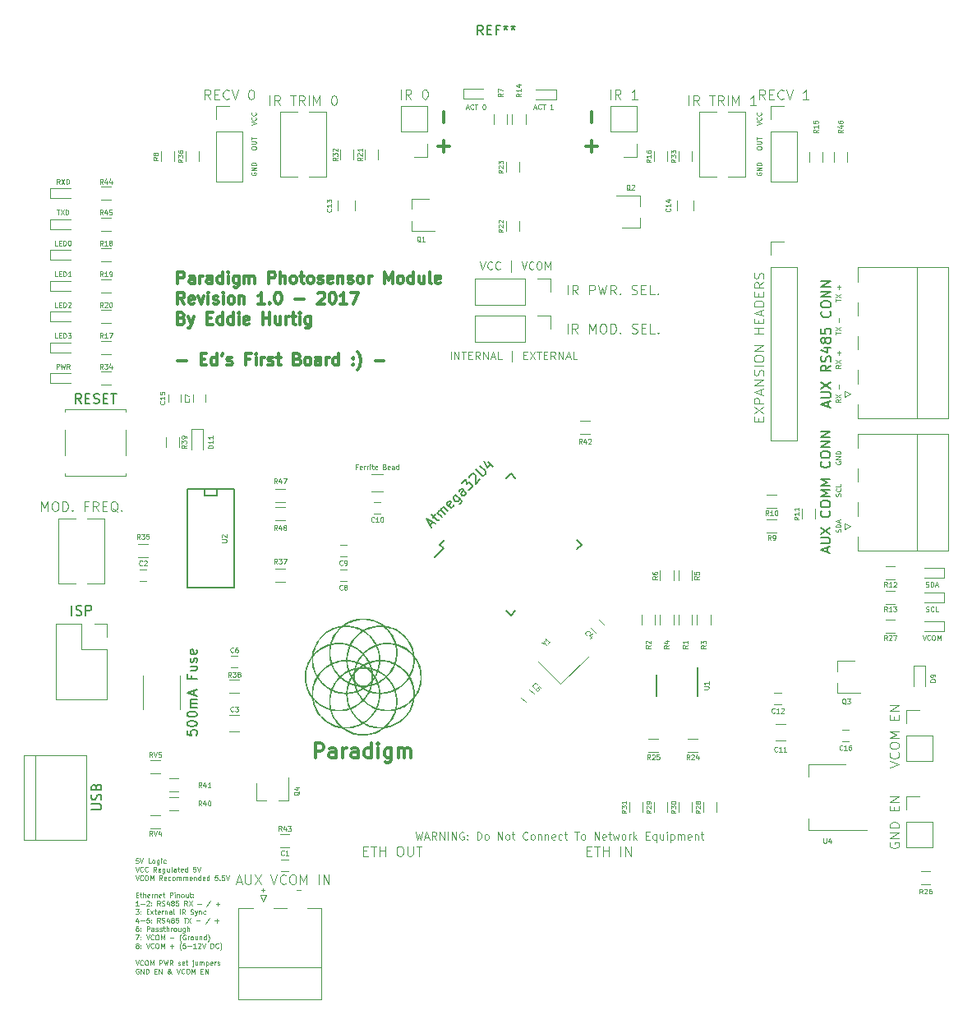
<source format=gto>
G04 #@! TF.FileFunction,Legend,Top*
%FSLAX46Y46*%
G04 Gerber Fmt 4.6, Leading zero omitted, Abs format (unit mm)*
G04 Created by KiCad (PCBNEW 4.0.5) date Tuesday, July 04, 2017 'PMt' 04:58:29 PM*
%MOMM*%
%LPD*%
G01*
G04 APERTURE LIST*
%ADD10C,0.050000*%
%ADD11C,0.125000*%
%ADD12C,0.300000*%
%ADD13C,0.120000*%
%ADD14C,0.150000*%
%ADD15C,0.010000*%
G04 APERTURE END LIST*
D10*
D11*
X128430951Y-130561905D02*
X128621427Y-131361905D01*
X128773808Y-130790476D01*
X128926189Y-131361905D01*
X129116665Y-130561905D01*
X129383332Y-131133333D02*
X129764284Y-131133333D01*
X129307141Y-131361905D02*
X129573808Y-130561905D01*
X129840475Y-131361905D01*
X130564284Y-131361905D02*
X130297617Y-130980952D01*
X130107141Y-131361905D02*
X130107141Y-130561905D01*
X130411903Y-130561905D01*
X130488094Y-130600000D01*
X130526189Y-130638095D01*
X130564284Y-130714286D01*
X130564284Y-130828571D01*
X130526189Y-130904762D01*
X130488094Y-130942857D01*
X130411903Y-130980952D01*
X130107141Y-130980952D01*
X130907141Y-131361905D02*
X130907141Y-130561905D01*
X131364284Y-131361905D01*
X131364284Y-130561905D01*
X131745236Y-131361905D02*
X131745236Y-130561905D01*
X132126188Y-131361905D02*
X132126188Y-130561905D01*
X132583331Y-131361905D01*
X132583331Y-130561905D01*
X133383331Y-130600000D02*
X133307140Y-130561905D01*
X133192855Y-130561905D01*
X133078569Y-130600000D01*
X133002378Y-130676190D01*
X132964283Y-130752381D01*
X132926188Y-130904762D01*
X132926188Y-131019048D01*
X132964283Y-131171429D01*
X133002378Y-131247619D01*
X133078569Y-131323810D01*
X133192855Y-131361905D01*
X133269045Y-131361905D01*
X133383331Y-131323810D01*
X133421426Y-131285714D01*
X133421426Y-131019048D01*
X133269045Y-131019048D01*
X133764283Y-131285714D02*
X133802378Y-131323810D01*
X133764283Y-131361905D01*
X133726188Y-131323810D01*
X133764283Y-131285714D01*
X133764283Y-131361905D01*
X133764283Y-130866667D02*
X133802378Y-130904762D01*
X133764283Y-130942857D01*
X133726188Y-130904762D01*
X133764283Y-130866667D01*
X133764283Y-130942857D01*
X134754759Y-131361905D02*
X134754759Y-130561905D01*
X134945235Y-130561905D01*
X135059521Y-130600000D01*
X135135712Y-130676190D01*
X135173807Y-130752381D01*
X135211902Y-130904762D01*
X135211902Y-131019048D01*
X135173807Y-131171429D01*
X135135712Y-131247619D01*
X135059521Y-131323810D01*
X134945235Y-131361905D01*
X134754759Y-131361905D01*
X135669045Y-131361905D02*
X135592854Y-131323810D01*
X135554759Y-131285714D01*
X135516664Y-131209524D01*
X135516664Y-130980952D01*
X135554759Y-130904762D01*
X135592854Y-130866667D01*
X135669045Y-130828571D01*
X135783331Y-130828571D01*
X135859521Y-130866667D01*
X135897616Y-130904762D01*
X135935712Y-130980952D01*
X135935712Y-131209524D01*
X135897616Y-131285714D01*
X135859521Y-131323810D01*
X135783331Y-131361905D01*
X135669045Y-131361905D01*
X136888093Y-131361905D02*
X136888093Y-130561905D01*
X137345236Y-131361905D01*
X137345236Y-130561905D01*
X137840474Y-131361905D02*
X137764283Y-131323810D01*
X137726188Y-131285714D01*
X137688093Y-131209524D01*
X137688093Y-130980952D01*
X137726188Y-130904762D01*
X137764283Y-130866667D01*
X137840474Y-130828571D01*
X137954760Y-130828571D01*
X138030950Y-130866667D01*
X138069045Y-130904762D01*
X138107141Y-130980952D01*
X138107141Y-131209524D01*
X138069045Y-131285714D01*
X138030950Y-131323810D01*
X137954760Y-131361905D01*
X137840474Y-131361905D01*
X138335712Y-130828571D02*
X138640474Y-130828571D01*
X138449998Y-130561905D02*
X138449998Y-131247619D01*
X138488093Y-131323810D01*
X138564284Y-131361905D01*
X138640474Y-131361905D01*
X139973808Y-131285714D02*
X139935713Y-131323810D01*
X139821427Y-131361905D01*
X139745237Y-131361905D01*
X139630951Y-131323810D01*
X139554760Y-131247619D01*
X139516665Y-131171429D01*
X139478570Y-131019048D01*
X139478570Y-130904762D01*
X139516665Y-130752381D01*
X139554760Y-130676190D01*
X139630951Y-130600000D01*
X139745237Y-130561905D01*
X139821427Y-130561905D01*
X139935713Y-130600000D01*
X139973808Y-130638095D01*
X140430951Y-131361905D02*
X140354760Y-131323810D01*
X140316665Y-131285714D01*
X140278570Y-131209524D01*
X140278570Y-130980952D01*
X140316665Y-130904762D01*
X140354760Y-130866667D01*
X140430951Y-130828571D01*
X140545237Y-130828571D01*
X140621427Y-130866667D01*
X140659522Y-130904762D01*
X140697618Y-130980952D01*
X140697618Y-131209524D01*
X140659522Y-131285714D01*
X140621427Y-131323810D01*
X140545237Y-131361905D01*
X140430951Y-131361905D01*
X141040475Y-130828571D02*
X141040475Y-131361905D01*
X141040475Y-130904762D02*
X141078570Y-130866667D01*
X141154761Y-130828571D01*
X141269047Y-130828571D01*
X141345237Y-130866667D01*
X141383332Y-130942857D01*
X141383332Y-131361905D01*
X141764285Y-130828571D02*
X141764285Y-131361905D01*
X141764285Y-130904762D02*
X141802380Y-130866667D01*
X141878571Y-130828571D01*
X141992857Y-130828571D01*
X142069047Y-130866667D01*
X142107142Y-130942857D01*
X142107142Y-131361905D01*
X142792857Y-131323810D02*
X142716667Y-131361905D01*
X142564286Y-131361905D01*
X142488095Y-131323810D01*
X142450000Y-131247619D01*
X142450000Y-130942857D01*
X142488095Y-130866667D01*
X142564286Y-130828571D01*
X142716667Y-130828571D01*
X142792857Y-130866667D01*
X142830952Y-130942857D01*
X142830952Y-131019048D01*
X142450000Y-131095238D01*
X143516666Y-131323810D02*
X143440476Y-131361905D01*
X143288095Y-131361905D01*
X143211904Y-131323810D01*
X143173809Y-131285714D01*
X143135714Y-131209524D01*
X143135714Y-130980952D01*
X143173809Y-130904762D01*
X143211904Y-130866667D01*
X143288095Y-130828571D01*
X143440476Y-130828571D01*
X143516666Y-130866667D01*
X143745237Y-130828571D02*
X144049999Y-130828571D01*
X143859523Y-130561905D02*
X143859523Y-131247619D01*
X143897618Y-131323810D01*
X143973809Y-131361905D01*
X144049999Y-131361905D01*
X144811904Y-130561905D02*
X145269047Y-130561905D01*
X145040476Y-131361905D02*
X145040476Y-130561905D01*
X145650000Y-131361905D02*
X145573809Y-131323810D01*
X145535714Y-131285714D01*
X145497619Y-131209524D01*
X145497619Y-130980952D01*
X145535714Y-130904762D01*
X145573809Y-130866667D01*
X145650000Y-130828571D01*
X145764286Y-130828571D01*
X145840476Y-130866667D01*
X145878571Y-130904762D01*
X145916667Y-130980952D01*
X145916667Y-131209524D01*
X145878571Y-131285714D01*
X145840476Y-131323810D01*
X145764286Y-131361905D01*
X145650000Y-131361905D01*
X146869048Y-131361905D02*
X146869048Y-130561905D01*
X147326191Y-131361905D01*
X147326191Y-130561905D01*
X148011905Y-131323810D02*
X147935715Y-131361905D01*
X147783334Y-131361905D01*
X147707143Y-131323810D01*
X147669048Y-131247619D01*
X147669048Y-130942857D01*
X147707143Y-130866667D01*
X147783334Y-130828571D01*
X147935715Y-130828571D01*
X148011905Y-130866667D01*
X148050000Y-130942857D01*
X148050000Y-131019048D01*
X147669048Y-131095238D01*
X148278571Y-130828571D02*
X148583333Y-130828571D01*
X148392857Y-130561905D02*
X148392857Y-131247619D01*
X148430952Y-131323810D01*
X148507143Y-131361905D01*
X148583333Y-131361905D01*
X148773810Y-130828571D02*
X148926191Y-131361905D01*
X149078572Y-130980952D01*
X149230953Y-131361905D01*
X149383334Y-130828571D01*
X149802381Y-131361905D02*
X149726190Y-131323810D01*
X149688095Y-131285714D01*
X149650000Y-131209524D01*
X149650000Y-130980952D01*
X149688095Y-130904762D01*
X149726190Y-130866667D01*
X149802381Y-130828571D01*
X149916667Y-130828571D01*
X149992857Y-130866667D01*
X150030952Y-130904762D01*
X150069048Y-130980952D01*
X150069048Y-131209524D01*
X150030952Y-131285714D01*
X149992857Y-131323810D01*
X149916667Y-131361905D01*
X149802381Y-131361905D01*
X150411905Y-131361905D02*
X150411905Y-130828571D01*
X150411905Y-130980952D02*
X150450000Y-130904762D01*
X150488096Y-130866667D01*
X150564286Y-130828571D01*
X150640477Y-130828571D01*
X150907143Y-131361905D02*
X150907143Y-130561905D01*
X150983334Y-131057143D02*
X151211905Y-131361905D01*
X151211905Y-130828571D02*
X150907143Y-131133333D01*
X152164286Y-130942857D02*
X152430953Y-130942857D01*
X152545239Y-131361905D02*
X152164286Y-131361905D01*
X152164286Y-130561905D01*
X152545239Y-130561905D01*
X153230953Y-130828571D02*
X153230953Y-131628571D01*
X153230953Y-131323810D02*
X153154763Y-131361905D01*
X153002382Y-131361905D01*
X152926191Y-131323810D01*
X152888096Y-131285714D01*
X152850001Y-131209524D01*
X152850001Y-130980952D01*
X152888096Y-130904762D01*
X152926191Y-130866667D01*
X153002382Y-130828571D01*
X153154763Y-130828571D01*
X153230953Y-130866667D01*
X153954763Y-130828571D02*
X153954763Y-131361905D01*
X153611906Y-130828571D02*
X153611906Y-131247619D01*
X153650001Y-131323810D01*
X153726192Y-131361905D01*
X153840478Y-131361905D01*
X153916668Y-131323810D01*
X153954763Y-131285714D01*
X154335716Y-131361905D02*
X154335716Y-130828571D01*
X154335716Y-130561905D02*
X154297621Y-130600000D01*
X154335716Y-130638095D01*
X154373811Y-130600000D01*
X154335716Y-130561905D01*
X154335716Y-130638095D01*
X154716668Y-130828571D02*
X154716668Y-131628571D01*
X154716668Y-130866667D02*
X154792859Y-130828571D01*
X154945240Y-130828571D01*
X155021430Y-130866667D01*
X155059525Y-130904762D01*
X155097621Y-130980952D01*
X155097621Y-131209524D01*
X155059525Y-131285714D01*
X155021430Y-131323810D01*
X154945240Y-131361905D01*
X154792859Y-131361905D01*
X154716668Y-131323810D01*
X155440478Y-131361905D02*
X155440478Y-130828571D01*
X155440478Y-130904762D02*
X155478573Y-130866667D01*
X155554764Y-130828571D01*
X155669050Y-130828571D01*
X155745240Y-130866667D01*
X155783335Y-130942857D01*
X155783335Y-131361905D01*
X155783335Y-130942857D02*
X155821431Y-130866667D01*
X155897621Y-130828571D01*
X156011907Y-130828571D01*
X156088097Y-130866667D01*
X156126192Y-130942857D01*
X156126192Y-131361905D01*
X156811907Y-131323810D02*
X156735717Y-131361905D01*
X156583336Y-131361905D01*
X156507145Y-131323810D01*
X156469050Y-131247619D01*
X156469050Y-130942857D01*
X156507145Y-130866667D01*
X156583336Y-130828571D01*
X156735717Y-130828571D01*
X156811907Y-130866667D01*
X156850002Y-130942857D01*
X156850002Y-131019048D01*
X156469050Y-131095238D01*
X157192859Y-130828571D02*
X157192859Y-131361905D01*
X157192859Y-130904762D02*
X157230954Y-130866667D01*
X157307145Y-130828571D01*
X157421431Y-130828571D01*
X157497621Y-130866667D01*
X157535716Y-130942857D01*
X157535716Y-131361905D01*
X157802383Y-130828571D02*
X158107145Y-130828571D01*
X157916669Y-130561905D02*
X157916669Y-131247619D01*
X157954764Y-131323810D01*
X158030955Y-131361905D01*
X158107145Y-131361905D01*
D12*
X118071429Y-122928571D02*
X118071429Y-121428571D01*
X118642857Y-121428571D01*
X118785715Y-121500000D01*
X118857143Y-121571429D01*
X118928572Y-121714286D01*
X118928572Y-121928571D01*
X118857143Y-122071429D01*
X118785715Y-122142857D01*
X118642857Y-122214286D01*
X118071429Y-122214286D01*
X120214286Y-122928571D02*
X120214286Y-122142857D01*
X120142857Y-122000000D01*
X120000000Y-121928571D01*
X119714286Y-121928571D01*
X119571429Y-122000000D01*
X120214286Y-122857143D02*
X120071429Y-122928571D01*
X119714286Y-122928571D01*
X119571429Y-122857143D01*
X119500000Y-122714286D01*
X119500000Y-122571429D01*
X119571429Y-122428571D01*
X119714286Y-122357143D01*
X120071429Y-122357143D01*
X120214286Y-122285714D01*
X120928572Y-122928571D02*
X120928572Y-121928571D01*
X120928572Y-122214286D02*
X121000000Y-122071429D01*
X121071429Y-122000000D01*
X121214286Y-121928571D01*
X121357143Y-121928571D01*
X122500000Y-122928571D02*
X122500000Y-122142857D01*
X122428571Y-122000000D01*
X122285714Y-121928571D01*
X122000000Y-121928571D01*
X121857143Y-122000000D01*
X122500000Y-122857143D02*
X122357143Y-122928571D01*
X122000000Y-122928571D01*
X121857143Y-122857143D01*
X121785714Y-122714286D01*
X121785714Y-122571429D01*
X121857143Y-122428571D01*
X122000000Y-122357143D01*
X122357143Y-122357143D01*
X122500000Y-122285714D01*
X123857143Y-122928571D02*
X123857143Y-121428571D01*
X123857143Y-122857143D02*
X123714286Y-122928571D01*
X123428572Y-122928571D01*
X123285714Y-122857143D01*
X123214286Y-122785714D01*
X123142857Y-122642857D01*
X123142857Y-122214286D01*
X123214286Y-122071429D01*
X123285714Y-122000000D01*
X123428572Y-121928571D01*
X123714286Y-121928571D01*
X123857143Y-122000000D01*
X124571429Y-122928571D02*
X124571429Y-121928571D01*
X124571429Y-121428571D02*
X124500000Y-121500000D01*
X124571429Y-121571429D01*
X124642857Y-121500000D01*
X124571429Y-121428571D01*
X124571429Y-121571429D01*
X125928572Y-121928571D02*
X125928572Y-123142857D01*
X125857143Y-123285714D01*
X125785715Y-123357143D01*
X125642858Y-123428571D01*
X125428572Y-123428571D01*
X125285715Y-123357143D01*
X125928572Y-122857143D02*
X125785715Y-122928571D01*
X125500001Y-122928571D01*
X125357143Y-122857143D01*
X125285715Y-122785714D01*
X125214286Y-122642857D01*
X125214286Y-122214286D01*
X125285715Y-122071429D01*
X125357143Y-122000000D01*
X125500001Y-121928571D01*
X125785715Y-121928571D01*
X125928572Y-122000000D01*
X126642858Y-122928571D02*
X126642858Y-121928571D01*
X126642858Y-122071429D02*
X126714286Y-122000000D01*
X126857144Y-121928571D01*
X127071429Y-121928571D01*
X127214286Y-122000000D01*
X127285715Y-122142857D01*
X127285715Y-122928571D01*
X127285715Y-122142857D02*
X127357144Y-122000000D01*
X127500001Y-121928571D01*
X127714286Y-121928571D01*
X127857144Y-122000000D01*
X127928572Y-122142857D01*
X127928572Y-122928571D01*
D11*
X172226190Y-85964282D02*
X171988095Y-86130949D01*
X172226190Y-86249996D02*
X171726190Y-86249996D01*
X171726190Y-86059520D01*
X171750000Y-86011901D01*
X171773810Y-85988092D01*
X171821429Y-85964282D01*
X171892857Y-85964282D01*
X171940476Y-85988092D01*
X171964286Y-86011901D01*
X171988095Y-86059520D01*
X171988095Y-86249996D01*
X171726190Y-85797615D02*
X172226190Y-85464282D01*
X171726190Y-85464282D02*
X172226190Y-85797615D01*
X172035714Y-84892854D02*
X172035714Y-84511902D01*
X172226190Y-82464284D02*
X171988095Y-82630951D01*
X172226190Y-82749998D02*
X171726190Y-82749998D01*
X171726190Y-82559522D01*
X171750000Y-82511903D01*
X171773810Y-82488094D01*
X171821429Y-82464284D01*
X171892857Y-82464284D01*
X171940476Y-82488094D01*
X171964286Y-82511903D01*
X171988095Y-82559522D01*
X171988095Y-82749998D01*
X171726190Y-82297617D02*
X172226190Y-81964284D01*
X171726190Y-81964284D02*
X172226190Y-82297617D01*
X172035714Y-81392856D02*
X172035714Y-81011904D01*
X172226190Y-81202380D02*
X171845238Y-81202380D01*
X171726190Y-79321429D02*
X171726190Y-79035715D01*
X172226190Y-79178572D02*
X171726190Y-79178572D01*
X171726190Y-78916667D02*
X172226190Y-78583334D01*
X171726190Y-78583334D02*
X172226190Y-78916667D01*
X172035714Y-78011906D02*
X172035714Y-77630954D01*
X171726190Y-75940479D02*
X171726190Y-75654765D01*
X172226190Y-75797622D02*
X171726190Y-75797622D01*
X171726190Y-75535717D02*
X172226190Y-75202384D01*
X171726190Y-75202384D02*
X172226190Y-75535717D01*
X172035714Y-74630956D02*
X172035714Y-74250004D01*
X172226190Y-74440480D02*
X171845238Y-74440480D01*
X172202381Y-99658759D02*
X172226190Y-99587330D01*
X172226190Y-99468283D01*
X172202381Y-99420664D01*
X172178571Y-99396854D01*
X172130952Y-99373045D01*
X172083333Y-99373045D01*
X172035714Y-99396854D01*
X172011905Y-99420664D01*
X171988095Y-99468283D01*
X171964286Y-99563521D01*
X171940476Y-99611140D01*
X171916667Y-99634949D01*
X171869048Y-99658759D01*
X171821429Y-99658759D01*
X171773810Y-99634949D01*
X171750000Y-99611140D01*
X171726190Y-99563521D01*
X171726190Y-99444473D01*
X171750000Y-99373045D01*
X172226190Y-99158759D02*
X171726190Y-99158759D01*
X171726190Y-99039712D01*
X171750000Y-98968283D01*
X171797619Y-98920664D01*
X171845238Y-98896855D01*
X171940476Y-98873045D01*
X172011905Y-98873045D01*
X172107143Y-98896855D01*
X172154762Y-98920664D01*
X172202381Y-98968283D01*
X172226190Y-99039712D01*
X172226190Y-99158759D01*
X172083333Y-98682569D02*
X172083333Y-98444474D01*
X172226190Y-98730188D02*
X171726190Y-98563521D01*
X172226190Y-98396855D01*
X172202381Y-95968286D02*
X172226190Y-95896857D01*
X172226190Y-95777810D01*
X172202381Y-95730191D01*
X172178571Y-95706381D01*
X172130952Y-95682572D01*
X172083333Y-95682572D01*
X172035714Y-95706381D01*
X172011905Y-95730191D01*
X171988095Y-95777810D01*
X171964286Y-95873048D01*
X171940476Y-95920667D01*
X171916667Y-95944476D01*
X171869048Y-95968286D01*
X171821429Y-95968286D01*
X171773810Y-95944476D01*
X171750000Y-95920667D01*
X171726190Y-95873048D01*
X171726190Y-95754000D01*
X171750000Y-95682572D01*
X172178571Y-95182572D02*
X172202381Y-95206382D01*
X172226190Y-95277810D01*
X172226190Y-95325429D01*
X172202381Y-95396858D01*
X172154762Y-95444477D01*
X172107143Y-95468286D01*
X172011905Y-95492096D01*
X171940476Y-95492096D01*
X171845238Y-95468286D01*
X171797619Y-95444477D01*
X171750000Y-95396858D01*
X171726190Y-95325429D01*
X171726190Y-95277810D01*
X171750000Y-95206382D01*
X171773810Y-95182572D01*
X172226190Y-94730191D02*
X172226190Y-94968286D01*
X171726190Y-94968286D01*
X171750000Y-92396860D02*
X171726190Y-92444479D01*
X171726190Y-92515907D01*
X171750000Y-92587336D01*
X171797619Y-92634955D01*
X171845238Y-92658764D01*
X171940476Y-92682574D01*
X172011905Y-92682574D01*
X172107143Y-92658764D01*
X172154762Y-92634955D01*
X172202381Y-92587336D01*
X172226190Y-92515907D01*
X172226190Y-92468288D01*
X172202381Y-92396860D01*
X172178571Y-92373050D01*
X172011905Y-92373050D01*
X172011905Y-92468288D01*
X172226190Y-92158764D02*
X171726190Y-92158764D01*
X172226190Y-91873050D01*
X171726190Y-91873050D01*
X172226190Y-91634954D02*
X171726190Y-91634954D01*
X171726190Y-91515907D01*
X171750000Y-91444478D01*
X171797619Y-91396859D01*
X171845238Y-91373050D01*
X171940476Y-91349240D01*
X172011905Y-91349240D01*
X172107143Y-91373050D01*
X172154762Y-91396859D01*
X172202381Y-91444478D01*
X172226190Y-91515907D01*
X172226190Y-91634954D01*
D12*
X103917714Y-74066857D02*
X103917714Y-72866857D01*
X104374857Y-72866857D01*
X104489143Y-72924000D01*
X104546286Y-72981143D01*
X104603429Y-73095429D01*
X104603429Y-73266857D01*
X104546286Y-73381143D01*
X104489143Y-73438286D01*
X104374857Y-73495429D01*
X103917714Y-73495429D01*
X105632000Y-74066857D02*
X105632000Y-73438286D01*
X105574857Y-73324000D01*
X105460571Y-73266857D01*
X105232000Y-73266857D01*
X105117714Y-73324000D01*
X105632000Y-74009714D02*
X105517714Y-74066857D01*
X105232000Y-74066857D01*
X105117714Y-74009714D01*
X105060571Y-73895429D01*
X105060571Y-73781143D01*
X105117714Y-73666857D01*
X105232000Y-73609714D01*
X105517714Y-73609714D01*
X105632000Y-73552571D01*
X106203428Y-74066857D02*
X106203428Y-73266857D01*
X106203428Y-73495429D02*
X106260571Y-73381143D01*
X106317714Y-73324000D01*
X106432000Y-73266857D01*
X106546285Y-73266857D01*
X107460571Y-74066857D02*
X107460571Y-73438286D01*
X107403428Y-73324000D01*
X107289142Y-73266857D01*
X107060571Y-73266857D01*
X106946285Y-73324000D01*
X107460571Y-74009714D02*
X107346285Y-74066857D01*
X107060571Y-74066857D01*
X106946285Y-74009714D01*
X106889142Y-73895429D01*
X106889142Y-73781143D01*
X106946285Y-73666857D01*
X107060571Y-73609714D01*
X107346285Y-73609714D01*
X107460571Y-73552571D01*
X108546285Y-74066857D02*
X108546285Y-72866857D01*
X108546285Y-74009714D02*
X108431999Y-74066857D01*
X108203428Y-74066857D01*
X108089142Y-74009714D01*
X108031999Y-73952571D01*
X107974856Y-73838286D01*
X107974856Y-73495429D01*
X108031999Y-73381143D01*
X108089142Y-73324000D01*
X108203428Y-73266857D01*
X108431999Y-73266857D01*
X108546285Y-73324000D01*
X109117713Y-74066857D02*
X109117713Y-73266857D01*
X109117713Y-72866857D02*
X109060570Y-72924000D01*
X109117713Y-72981143D01*
X109174856Y-72924000D01*
X109117713Y-72866857D01*
X109117713Y-72981143D01*
X110203428Y-73266857D02*
X110203428Y-74238286D01*
X110146285Y-74352571D01*
X110089142Y-74409714D01*
X109974857Y-74466857D01*
X109803428Y-74466857D01*
X109689142Y-74409714D01*
X110203428Y-74009714D02*
X110089142Y-74066857D01*
X109860571Y-74066857D01*
X109746285Y-74009714D01*
X109689142Y-73952571D01*
X109631999Y-73838286D01*
X109631999Y-73495429D01*
X109689142Y-73381143D01*
X109746285Y-73324000D01*
X109860571Y-73266857D01*
X110089142Y-73266857D01*
X110203428Y-73324000D01*
X110774856Y-74066857D02*
X110774856Y-73266857D01*
X110774856Y-73381143D02*
X110831999Y-73324000D01*
X110946285Y-73266857D01*
X111117713Y-73266857D01*
X111231999Y-73324000D01*
X111289142Y-73438286D01*
X111289142Y-74066857D01*
X111289142Y-73438286D02*
X111346285Y-73324000D01*
X111460571Y-73266857D01*
X111631999Y-73266857D01*
X111746285Y-73324000D01*
X111803428Y-73438286D01*
X111803428Y-74066857D01*
X113289142Y-74066857D02*
X113289142Y-72866857D01*
X113746285Y-72866857D01*
X113860571Y-72924000D01*
X113917714Y-72981143D01*
X113974857Y-73095429D01*
X113974857Y-73266857D01*
X113917714Y-73381143D01*
X113860571Y-73438286D01*
X113746285Y-73495429D01*
X113289142Y-73495429D01*
X114489142Y-74066857D02*
X114489142Y-72866857D01*
X115003428Y-74066857D02*
X115003428Y-73438286D01*
X114946285Y-73324000D01*
X114831999Y-73266857D01*
X114660571Y-73266857D01*
X114546285Y-73324000D01*
X114489142Y-73381143D01*
X115746285Y-74066857D02*
X115631999Y-74009714D01*
X115574856Y-73952571D01*
X115517713Y-73838286D01*
X115517713Y-73495429D01*
X115574856Y-73381143D01*
X115631999Y-73324000D01*
X115746285Y-73266857D01*
X115917713Y-73266857D01*
X116031999Y-73324000D01*
X116089142Y-73381143D01*
X116146285Y-73495429D01*
X116146285Y-73838286D01*
X116089142Y-73952571D01*
X116031999Y-74009714D01*
X115917713Y-74066857D01*
X115746285Y-74066857D01*
X116489142Y-73266857D02*
X116946285Y-73266857D01*
X116660570Y-72866857D02*
X116660570Y-73895429D01*
X116717713Y-74009714D01*
X116831999Y-74066857D01*
X116946285Y-74066857D01*
X117517713Y-74066857D02*
X117403427Y-74009714D01*
X117346284Y-73952571D01*
X117289141Y-73838286D01*
X117289141Y-73495429D01*
X117346284Y-73381143D01*
X117403427Y-73324000D01*
X117517713Y-73266857D01*
X117689141Y-73266857D01*
X117803427Y-73324000D01*
X117860570Y-73381143D01*
X117917713Y-73495429D01*
X117917713Y-73838286D01*
X117860570Y-73952571D01*
X117803427Y-74009714D01*
X117689141Y-74066857D01*
X117517713Y-74066857D01*
X118374855Y-74009714D02*
X118489141Y-74066857D01*
X118717713Y-74066857D01*
X118831998Y-74009714D01*
X118889141Y-73895429D01*
X118889141Y-73838286D01*
X118831998Y-73724000D01*
X118717713Y-73666857D01*
X118546284Y-73666857D01*
X118431998Y-73609714D01*
X118374855Y-73495429D01*
X118374855Y-73438286D01*
X118431998Y-73324000D01*
X118546284Y-73266857D01*
X118717713Y-73266857D01*
X118831998Y-73324000D01*
X119860570Y-74009714D02*
X119746284Y-74066857D01*
X119517713Y-74066857D01*
X119403427Y-74009714D01*
X119346284Y-73895429D01*
X119346284Y-73438286D01*
X119403427Y-73324000D01*
X119517713Y-73266857D01*
X119746284Y-73266857D01*
X119860570Y-73324000D01*
X119917713Y-73438286D01*
X119917713Y-73552571D01*
X119346284Y-73666857D01*
X120431998Y-73266857D02*
X120431998Y-74066857D01*
X120431998Y-73381143D02*
X120489141Y-73324000D01*
X120603427Y-73266857D01*
X120774855Y-73266857D01*
X120889141Y-73324000D01*
X120946284Y-73438286D01*
X120946284Y-74066857D01*
X121460569Y-74009714D02*
X121574855Y-74066857D01*
X121803427Y-74066857D01*
X121917712Y-74009714D01*
X121974855Y-73895429D01*
X121974855Y-73838286D01*
X121917712Y-73724000D01*
X121803427Y-73666857D01*
X121631998Y-73666857D01*
X121517712Y-73609714D01*
X121460569Y-73495429D01*
X121460569Y-73438286D01*
X121517712Y-73324000D01*
X121631998Y-73266857D01*
X121803427Y-73266857D01*
X121917712Y-73324000D01*
X122660570Y-74066857D02*
X122546284Y-74009714D01*
X122489141Y-73952571D01*
X122431998Y-73838286D01*
X122431998Y-73495429D01*
X122489141Y-73381143D01*
X122546284Y-73324000D01*
X122660570Y-73266857D01*
X122831998Y-73266857D01*
X122946284Y-73324000D01*
X123003427Y-73381143D01*
X123060570Y-73495429D01*
X123060570Y-73838286D01*
X123003427Y-73952571D01*
X122946284Y-74009714D01*
X122831998Y-74066857D01*
X122660570Y-74066857D01*
X123574855Y-74066857D02*
X123574855Y-73266857D01*
X123574855Y-73495429D02*
X123631998Y-73381143D01*
X123689141Y-73324000D01*
X123803427Y-73266857D01*
X123917712Y-73266857D01*
X125231998Y-74066857D02*
X125231998Y-72866857D01*
X125631998Y-73724000D01*
X126031998Y-72866857D01*
X126031998Y-74066857D01*
X126774856Y-74066857D02*
X126660570Y-74009714D01*
X126603427Y-73952571D01*
X126546284Y-73838286D01*
X126546284Y-73495429D01*
X126603427Y-73381143D01*
X126660570Y-73324000D01*
X126774856Y-73266857D01*
X126946284Y-73266857D01*
X127060570Y-73324000D01*
X127117713Y-73381143D01*
X127174856Y-73495429D01*
X127174856Y-73838286D01*
X127117713Y-73952571D01*
X127060570Y-74009714D01*
X126946284Y-74066857D01*
X126774856Y-74066857D01*
X128203427Y-74066857D02*
X128203427Y-72866857D01*
X128203427Y-74009714D02*
X128089141Y-74066857D01*
X127860570Y-74066857D01*
X127746284Y-74009714D01*
X127689141Y-73952571D01*
X127631998Y-73838286D01*
X127631998Y-73495429D01*
X127689141Y-73381143D01*
X127746284Y-73324000D01*
X127860570Y-73266857D01*
X128089141Y-73266857D01*
X128203427Y-73324000D01*
X129289141Y-73266857D02*
X129289141Y-74066857D01*
X128774855Y-73266857D02*
X128774855Y-73895429D01*
X128831998Y-74009714D01*
X128946284Y-74066857D01*
X129117712Y-74066857D01*
X129231998Y-74009714D01*
X129289141Y-73952571D01*
X130031998Y-74066857D02*
X129917712Y-74009714D01*
X129860569Y-73895429D01*
X129860569Y-72866857D01*
X130946283Y-74009714D02*
X130831997Y-74066857D01*
X130603426Y-74066857D01*
X130489140Y-74009714D01*
X130431997Y-73895429D01*
X130431997Y-73438286D01*
X130489140Y-73324000D01*
X130603426Y-73266857D01*
X130831997Y-73266857D01*
X130946283Y-73324000D01*
X131003426Y-73438286D01*
X131003426Y-73552571D01*
X130431997Y-73666857D01*
X104603429Y-76166857D02*
X104203429Y-75595429D01*
X103917714Y-76166857D02*
X103917714Y-74966857D01*
X104374857Y-74966857D01*
X104489143Y-75024000D01*
X104546286Y-75081143D01*
X104603429Y-75195429D01*
X104603429Y-75366857D01*
X104546286Y-75481143D01*
X104489143Y-75538286D01*
X104374857Y-75595429D01*
X103917714Y-75595429D01*
X105574857Y-76109714D02*
X105460571Y-76166857D01*
X105232000Y-76166857D01*
X105117714Y-76109714D01*
X105060571Y-75995429D01*
X105060571Y-75538286D01*
X105117714Y-75424000D01*
X105232000Y-75366857D01*
X105460571Y-75366857D01*
X105574857Y-75424000D01*
X105632000Y-75538286D01*
X105632000Y-75652571D01*
X105060571Y-75766857D01*
X106032000Y-75366857D02*
X106317714Y-76166857D01*
X106603428Y-75366857D01*
X107060571Y-76166857D02*
X107060571Y-75366857D01*
X107060571Y-74966857D02*
X107003428Y-75024000D01*
X107060571Y-75081143D01*
X107117714Y-75024000D01*
X107060571Y-74966857D01*
X107060571Y-75081143D01*
X107574857Y-76109714D02*
X107689143Y-76166857D01*
X107917715Y-76166857D01*
X108032000Y-76109714D01*
X108089143Y-75995429D01*
X108089143Y-75938286D01*
X108032000Y-75824000D01*
X107917715Y-75766857D01*
X107746286Y-75766857D01*
X107632000Y-75709714D01*
X107574857Y-75595429D01*
X107574857Y-75538286D01*
X107632000Y-75424000D01*
X107746286Y-75366857D01*
X107917715Y-75366857D01*
X108032000Y-75424000D01*
X108603429Y-76166857D02*
X108603429Y-75366857D01*
X108603429Y-74966857D02*
X108546286Y-75024000D01*
X108603429Y-75081143D01*
X108660572Y-75024000D01*
X108603429Y-74966857D01*
X108603429Y-75081143D01*
X109346287Y-76166857D02*
X109232001Y-76109714D01*
X109174858Y-76052571D01*
X109117715Y-75938286D01*
X109117715Y-75595429D01*
X109174858Y-75481143D01*
X109232001Y-75424000D01*
X109346287Y-75366857D01*
X109517715Y-75366857D01*
X109632001Y-75424000D01*
X109689144Y-75481143D01*
X109746287Y-75595429D01*
X109746287Y-75938286D01*
X109689144Y-76052571D01*
X109632001Y-76109714D01*
X109517715Y-76166857D01*
X109346287Y-76166857D01*
X110260572Y-75366857D02*
X110260572Y-76166857D01*
X110260572Y-75481143D02*
X110317715Y-75424000D01*
X110432001Y-75366857D01*
X110603429Y-75366857D01*
X110717715Y-75424000D01*
X110774858Y-75538286D01*
X110774858Y-76166857D01*
X112889144Y-76166857D02*
X112203429Y-76166857D01*
X112546287Y-76166857D02*
X112546287Y-74966857D01*
X112432001Y-75138286D01*
X112317715Y-75252571D01*
X112203429Y-75309714D01*
X113403429Y-76052571D02*
X113460572Y-76109714D01*
X113403429Y-76166857D01*
X113346286Y-76109714D01*
X113403429Y-76052571D01*
X113403429Y-76166857D01*
X114203430Y-74966857D02*
X114317715Y-74966857D01*
X114432001Y-75024000D01*
X114489144Y-75081143D01*
X114546287Y-75195429D01*
X114603430Y-75424000D01*
X114603430Y-75709714D01*
X114546287Y-75938286D01*
X114489144Y-76052571D01*
X114432001Y-76109714D01*
X114317715Y-76166857D01*
X114203430Y-76166857D01*
X114089144Y-76109714D01*
X114032001Y-76052571D01*
X113974858Y-75938286D01*
X113917715Y-75709714D01*
X113917715Y-75424000D01*
X113974858Y-75195429D01*
X114032001Y-75081143D01*
X114089144Y-75024000D01*
X114203430Y-74966857D01*
X116032001Y-75709714D02*
X116946287Y-75709714D01*
X118374858Y-75081143D02*
X118432001Y-75024000D01*
X118546287Y-74966857D01*
X118832001Y-74966857D01*
X118946287Y-75024000D01*
X119003430Y-75081143D01*
X119060573Y-75195429D01*
X119060573Y-75309714D01*
X119003430Y-75481143D01*
X118317716Y-76166857D01*
X119060573Y-76166857D01*
X119803430Y-74966857D02*
X119917715Y-74966857D01*
X120032001Y-75024000D01*
X120089144Y-75081143D01*
X120146287Y-75195429D01*
X120203430Y-75424000D01*
X120203430Y-75709714D01*
X120146287Y-75938286D01*
X120089144Y-76052571D01*
X120032001Y-76109714D01*
X119917715Y-76166857D01*
X119803430Y-76166857D01*
X119689144Y-76109714D01*
X119632001Y-76052571D01*
X119574858Y-75938286D01*
X119517715Y-75709714D01*
X119517715Y-75424000D01*
X119574858Y-75195429D01*
X119632001Y-75081143D01*
X119689144Y-75024000D01*
X119803430Y-74966857D01*
X121346287Y-76166857D02*
X120660572Y-76166857D01*
X121003430Y-76166857D02*
X121003430Y-74966857D01*
X120889144Y-75138286D01*
X120774858Y-75252571D01*
X120660572Y-75309714D01*
X121746287Y-74966857D02*
X122546287Y-74966857D01*
X122032001Y-76166857D01*
X104317714Y-77638286D02*
X104489143Y-77695429D01*
X104546286Y-77752571D01*
X104603429Y-77866857D01*
X104603429Y-78038286D01*
X104546286Y-78152571D01*
X104489143Y-78209714D01*
X104374857Y-78266857D01*
X103917714Y-78266857D01*
X103917714Y-77066857D01*
X104317714Y-77066857D01*
X104432000Y-77124000D01*
X104489143Y-77181143D01*
X104546286Y-77295429D01*
X104546286Y-77409714D01*
X104489143Y-77524000D01*
X104432000Y-77581143D01*
X104317714Y-77638286D01*
X103917714Y-77638286D01*
X105003429Y-77466857D02*
X105289143Y-78266857D01*
X105574857Y-77466857D02*
X105289143Y-78266857D01*
X105174857Y-78552571D01*
X105117714Y-78609714D01*
X105003429Y-78666857D01*
X106946286Y-77638286D02*
X107346286Y-77638286D01*
X107517715Y-78266857D02*
X106946286Y-78266857D01*
X106946286Y-77066857D01*
X107517715Y-77066857D01*
X108546286Y-78266857D02*
X108546286Y-77066857D01*
X108546286Y-78209714D02*
X108432000Y-78266857D01*
X108203429Y-78266857D01*
X108089143Y-78209714D01*
X108032000Y-78152571D01*
X107974857Y-78038286D01*
X107974857Y-77695429D01*
X108032000Y-77581143D01*
X108089143Y-77524000D01*
X108203429Y-77466857D01*
X108432000Y-77466857D01*
X108546286Y-77524000D01*
X109632000Y-78266857D02*
X109632000Y-77066857D01*
X109632000Y-78209714D02*
X109517714Y-78266857D01*
X109289143Y-78266857D01*
X109174857Y-78209714D01*
X109117714Y-78152571D01*
X109060571Y-78038286D01*
X109060571Y-77695429D01*
X109117714Y-77581143D01*
X109174857Y-77524000D01*
X109289143Y-77466857D01*
X109517714Y-77466857D01*
X109632000Y-77524000D01*
X110203428Y-78266857D02*
X110203428Y-77466857D01*
X110203428Y-77066857D02*
X110146285Y-77124000D01*
X110203428Y-77181143D01*
X110260571Y-77124000D01*
X110203428Y-77066857D01*
X110203428Y-77181143D01*
X111232000Y-78209714D02*
X111117714Y-78266857D01*
X110889143Y-78266857D01*
X110774857Y-78209714D01*
X110717714Y-78095429D01*
X110717714Y-77638286D01*
X110774857Y-77524000D01*
X110889143Y-77466857D01*
X111117714Y-77466857D01*
X111232000Y-77524000D01*
X111289143Y-77638286D01*
X111289143Y-77752571D01*
X110717714Y-77866857D01*
X112717714Y-78266857D02*
X112717714Y-77066857D01*
X112717714Y-77638286D02*
X113403429Y-77638286D01*
X113403429Y-78266857D02*
X113403429Y-77066857D01*
X114489143Y-77466857D02*
X114489143Y-78266857D01*
X113974857Y-77466857D02*
X113974857Y-78095429D01*
X114032000Y-78209714D01*
X114146286Y-78266857D01*
X114317714Y-78266857D01*
X114432000Y-78209714D01*
X114489143Y-78152571D01*
X115060571Y-78266857D02*
X115060571Y-77466857D01*
X115060571Y-77695429D02*
X115117714Y-77581143D01*
X115174857Y-77524000D01*
X115289143Y-77466857D01*
X115403428Y-77466857D01*
X115632000Y-77466857D02*
X116089143Y-77466857D01*
X115803428Y-77066857D02*
X115803428Y-78095429D01*
X115860571Y-78209714D01*
X115974857Y-78266857D01*
X116089143Y-78266857D01*
X116489142Y-78266857D02*
X116489142Y-77466857D01*
X116489142Y-77066857D02*
X116431999Y-77124000D01*
X116489142Y-77181143D01*
X116546285Y-77124000D01*
X116489142Y-77066857D01*
X116489142Y-77181143D01*
X117574857Y-77466857D02*
X117574857Y-78438286D01*
X117517714Y-78552571D01*
X117460571Y-78609714D01*
X117346286Y-78666857D01*
X117174857Y-78666857D01*
X117060571Y-78609714D01*
X117574857Y-78209714D02*
X117460571Y-78266857D01*
X117232000Y-78266857D01*
X117117714Y-78209714D01*
X117060571Y-78152571D01*
X117003428Y-78038286D01*
X117003428Y-77695429D01*
X117060571Y-77581143D01*
X117117714Y-77524000D01*
X117232000Y-77466857D01*
X117460571Y-77466857D01*
X117574857Y-77524000D01*
X103917714Y-82009714D02*
X104832000Y-82009714D01*
X106317714Y-81838286D02*
X106717714Y-81838286D01*
X106889143Y-82466857D02*
X106317714Y-82466857D01*
X106317714Y-81266857D01*
X106889143Y-81266857D01*
X107917714Y-82466857D02*
X107917714Y-81266857D01*
X107917714Y-82409714D02*
X107803428Y-82466857D01*
X107574857Y-82466857D01*
X107460571Y-82409714D01*
X107403428Y-82352571D01*
X107346285Y-82238286D01*
X107346285Y-81895429D01*
X107403428Y-81781143D01*
X107460571Y-81724000D01*
X107574857Y-81666857D01*
X107803428Y-81666857D01*
X107917714Y-81724000D01*
X108546285Y-81266857D02*
X108431999Y-81495429D01*
X109003428Y-82409714D02*
X109117714Y-82466857D01*
X109346286Y-82466857D01*
X109460571Y-82409714D01*
X109517714Y-82295429D01*
X109517714Y-82238286D01*
X109460571Y-82124000D01*
X109346286Y-82066857D01*
X109174857Y-82066857D01*
X109060571Y-82009714D01*
X109003428Y-81895429D01*
X109003428Y-81838286D01*
X109060571Y-81724000D01*
X109174857Y-81666857D01*
X109346286Y-81666857D01*
X109460571Y-81724000D01*
X111346286Y-81838286D02*
X110946286Y-81838286D01*
X110946286Y-82466857D02*
X110946286Y-81266857D01*
X111517715Y-81266857D01*
X111974857Y-82466857D02*
X111974857Y-81666857D01*
X111974857Y-81266857D02*
X111917714Y-81324000D01*
X111974857Y-81381143D01*
X112032000Y-81324000D01*
X111974857Y-81266857D01*
X111974857Y-81381143D01*
X112546286Y-82466857D02*
X112546286Y-81666857D01*
X112546286Y-81895429D02*
X112603429Y-81781143D01*
X112660572Y-81724000D01*
X112774858Y-81666857D01*
X112889143Y-81666857D01*
X113232000Y-82409714D02*
X113346286Y-82466857D01*
X113574858Y-82466857D01*
X113689143Y-82409714D01*
X113746286Y-82295429D01*
X113746286Y-82238286D01*
X113689143Y-82124000D01*
X113574858Y-82066857D01*
X113403429Y-82066857D01*
X113289143Y-82009714D01*
X113232000Y-81895429D01*
X113232000Y-81838286D01*
X113289143Y-81724000D01*
X113403429Y-81666857D01*
X113574858Y-81666857D01*
X113689143Y-81724000D01*
X114089144Y-81666857D02*
X114546287Y-81666857D01*
X114260572Y-81266857D02*
X114260572Y-82295429D01*
X114317715Y-82409714D01*
X114432001Y-82466857D01*
X114546287Y-82466857D01*
X116260572Y-81838286D02*
X116432001Y-81895429D01*
X116489144Y-81952571D01*
X116546287Y-82066857D01*
X116546287Y-82238286D01*
X116489144Y-82352571D01*
X116432001Y-82409714D01*
X116317715Y-82466857D01*
X115860572Y-82466857D01*
X115860572Y-81266857D01*
X116260572Y-81266857D01*
X116374858Y-81324000D01*
X116432001Y-81381143D01*
X116489144Y-81495429D01*
X116489144Y-81609714D01*
X116432001Y-81724000D01*
X116374858Y-81781143D01*
X116260572Y-81838286D01*
X115860572Y-81838286D01*
X117232001Y-82466857D02*
X117117715Y-82409714D01*
X117060572Y-82352571D01*
X117003429Y-82238286D01*
X117003429Y-81895429D01*
X117060572Y-81781143D01*
X117117715Y-81724000D01*
X117232001Y-81666857D01*
X117403429Y-81666857D01*
X117517715Y-81724000D01*
X117574858Y-81781143D01*
X117632001Y-81895429D01*
X117632001Y-82238286D01*
X117574858Y-82352571D01*
X117517715Y-82409714D01*
X117403429Y-82466857D01*
X117232001Y-82466857D01*
X118660572Y-82466857D02*
X118660572Y-81838286D01*
X118603429Y-81724000D01*
X118489143Y-81666857D01*
X118260572Y-81666857D01*
X118146286Y-81724000D01*
X118660572Y-82409714D02*
X118546286Y-82466857D01*
X118260572Y-82466857D01*
X118146286Y-82409714D01*
X118089143Y-82295429D01*
X118089143Y-82181143D01*
X118146286Y-82066857D01*
X118260572Y-82009714D01*
X118546286Y-82009714D01*
X118660572Y-81952571D01*
X119232000Y-82466857D02*
X119232000Y-81666857D01*
X119232000Y-81895429D02*
X119289143Y-81781143D01*
X119346286Y-81724000D01*
X119460572Y-81666857D01*
X119574857Y-81666857D01*
X120489143Y-82466857D02*
X120489143Y-81266857D01*
X120489143Y-82409714D02*
X120374857Y-82466857D01*
X120146286Y-82466857D01*
X120032000Y-82409714D01*
X119974857Y-82352571D01*
X119917714Y-82238286D01*
X119917714Y-81895429D01*
X119974857Y-81781143D01*
X120032000Y-81724000D01*
X120146286Y-81666857D01*
X120374857Y-81666857D01*
X120489143Y-81724000D01*
X121974857Y-82352571D02*
X122032000Y-82409714D01*
X121974857Y-82466857D01*
X121917714Y-82409714D01*
X121974857Y-82352571D01*
X121974857Y-82466857D01*
X121974857Y-81724000D02*
X122032000Y-81781143D01*
X121974857Y-81838286D01*
X121917714Y-81781143D01*
X121974857Y-81724000D01*
X121974857Y-81838286D01*
X122432001Y-82924000D02*
X122489143Y-82866857D01*
X122603429Y-82695429D01*
X122660572Y-82581143D01*
X122717715Y-82409714D01*
X122774858Y-82124000D01*
X122774858Y-81895429D01*
X122717715Y-81609714D01*
X122660572Y-81438286D01*
X122603429Y-81324000D01*
X122489143Y-81152571D01*
X122432001Y-81095429D01*
X124260572Y-82009714D02*
X125174858Y-82009714D01*
D11*
X146074095Y-132516571D02*
X146407429Y-132516571D01*
X146550286Y-133040381D02*
X146074095Y-133040381D01*
X146074095Y-132040381D01*
X146550286Y-132040381D01*
X146836000Y-132040381D02*
X147407429Y-132040381D01*
X147121714Y-133040381D02*
X147121714Y-132040381D01*
X147740762Y-133040381D02*
X147740762Y-132040381D01*
X147740762Y-132516571D02*
X148312191Y-132516571D01*
X148312191Y-133040381D02*
X148312191Y-132040381D01*
X149550286Y-133040381D02*
X149550286Y-132040381D01*
X150026476Y-133040381D02*
X150026476Y-132040381D01*
X150597905Y-133040381D01*
X150597905Y-132040381D01*
X123055428Y-132516571D02*
X123388762Y-132516571D01*
X123531619Y-133040381D02*
X123055428Y-133040381D01*
X123055428Y-132040381D01*
X123531619Y-132040381D01*
X123817333Y-132040381D02*
X124388762Y-132040381D01*
X124103047Y-133040381D02*
X124103047Y-132040381D01*
X124722095Y-133040381D02*
X124722095Y-132040381D01*
X124722095Y-132516571D02*
X125293524Y-132516571D01*
X125293524Y-133040381D02*
X125293524Y-132040381D01*
X126722095Y-132040381D02*
X126912572Y-132040381D01*
X127007810Y-132088000D01*
X127103048Y-132183238D01*
X127150667Y-132373714D01*
X127150667Y-132707048D01*
X127103048Y-132897524D01*
X127007810Y-132992762D01*
X126912572Y-133040381D01*
X126722095Y-133040381D01*
X126626857Y-132992762D01*
X126531619Y-132897524D01*
X126484000Y-132707048D01*
X126484000Y-132373714D01*
X126531619Y-132183238D01*
X126626857Y-132088000D01*
X126722095Y-132040381D01*
X127579238Y-132040381D02*
X127579238Y-132849905D01*
X127626857Y-132945143D01*
X127674476Y-132992762D01*
X127769714Y-133040381D01*
X127960191Y-133040381D01*
X128055429Y-132992762D01*
X128103048Y-132945143D01*
X128150667Y-132849905D01*
X128150667Y-132040381D01*
X128484000Y-132040381D02*
X129055429Y-132040381D01*
X128769714Y-133040381D02*
X128769714Y-132040381D01*
X99857143Y-133288690D02*
X99619048Y-133288690D01*
X99595238Y-133526786D01*
X99619048Y-133502976D01*
X99666667Y-133479167D01*
X99785714Y-133479167D01*
X99833333Y-133502976D01*
X99857143Y-133526786D01*
X99880952Y-133574405D01*
X99880952Y-133693452D01*
X99857143Y-133741071D01*
X99833333Y-133764881D01*
X99785714Y-133788690D01*
X99666667Y-133788690D01*
X99619048Y-133764881D01*
X99595238Y-133741071D01*
X100023809Y-133288690D02*
X100190476Y-133788690D01*
X100357142Y-133288690D01*
X101142856Y-133788690D02*
X100904761Y-133788690D01*
X100904761Y-133288690D01*
X101380951Y-133788690D02*
X101333332Y-133764881D01*
X101309523Y-133741071D01*
X101285713Y-133693452D01*
X101285713Y-133550595D01*
X101309523Y-133502976D01*
X101333332Y-133479167D01*
X101380951Y-133455357D01*
X101452380Y-133455357D01*
X101499999Y-133479167D01*
X101523808Y-133502976D01*
X101547618Y-133550595D01*
X101547618Y-133693452D01*
X101523808Y-133741071D01*
X101499999Y-133764881D01*
X101452380Y-133788690D01*
X101380951Y-133788690D01*
X101976189Y-133455357D02*
X101976189Y-133860119D01*
X101952380Y-133907738D01*
X101928570Y-133931548D01*
X101880951Y-133955357D01*
X101809523Y-133955357D01*
X101761904Y-133931548D01*
X101976189Y-133764881D02*
X101928570Y-133788690D01*
X101833332Y-133788690D01*
X101785713Y-133764881D01*
X101761904Y-133741071D01*
X101738094Y-133693452D01*
X101738094Y-133550595D01*
X101761904Y-133502976D01*
X101785713Y-133479167D01*
X101833332Y-133455357D01*
X101928570Y-133455357D01*
X101976189Y-133479167D01*
X102214285Y-133788690D02*
X102214285Y-133455357D01*
X102214285Y-133288690D02*
X102190475Y-133312500D01*
X102214285Y-133336310D01*
X102238094Y-133312500D01*
X102214285Y-133288690D01*
X102214285Y-133336310D01*
X102666665Y-133764881D02*
X102619046Y-133788690D01*
X102523808Y-133788690D01*
X102476189Y-133764881D01*
X102452380Y-133741071D01*
X102428570Y-133693452D01*
X102428570Y-133550595D01*
X102452380Y-133502976D01*
X102476189Y-133479167D01*
X102523808Y-133455357D01*
X102619046Y-133455357D01*
X102666665Y-133479167D01*
X99547619Y-134163690D02*
X99714286Y-134663690D01*
X99880952Y-134163690D01*
X100333333Y-134616071D02*
X100309523Y-134639881D01*
X100238095Y-134663690D01*
X100190476Y-134663690D01*
X100119047Y-134639881D01*
X100071428Y-134592262D01*
X100047619Y-134544643D01*
X100023809Y-134449405D01*
X100023809Y-134377976D01*
X100047619Y-134282738D01*
X100071428Y-134235119D01*
X100119047Y-134187500D01*
X100190476Y-134163690D01*
X100238095Y-134163690D01*
X100309523Y-134187500D01*
X100333333Y-134211310D01*
X100833333Y-134616071D02*
X100809523Y-134639881D01*
X100738095Y-134663690D01*
X100690476Y-134663690D01*
X100619047Y-134639881D01*
X100571428Y-134592262D01*
X100547619Y-134544643D01*
X100523809Y-134449405D01*
X100523809Y-134377976D01*
X100547619Y-134282738D01*
X100571428Y-134235119D01*
X100619047Y-134187500D01*
X100690476Y-134163690D01*
X100738095Y-134163690D01*
X100809523Y-134187500D01*
X100833333Y-134211310D01*
X101714285Y-134663690D02*
X101547618Y-134425595D01*
X101428571Y-134663690D02*
X101428571Y-134163690D01*
X101619047Y-134163690D01*
X101666666Y-134187500D01*
X101690475Y-134211310D01*
X101714285Y-134258929D01*
X101714285Y-134330357D01*
X101690475Y-134377976D01*
X101666666Y-134401786D01*
X101619047Y-134425595D01*
X101428571Y-134425595D01*
X102119047Y-134639881D02*
X102071428Y-134663690D01*
X101976190Y-134663690D01*
X101928571Y-134639881D01*
X101904761Y-134592262D01*
X101904761Y-134401786D01*
X101928571Y-134354167D01*
X101976190Y-134330357D01*
X102071428Y-134330357D01*
X102119047Y-134354167D01*
X102142856Y-134401786D01*
X102142856Y-134449405D01*
X101904761Y-134497024D01*
X102571427Y-134330357D02*
X102571427Y-134735119D01*
X102547618Y-134782738D01*
X102523808Y-134806548D01*
X102476189Y-134830357D01*
X102404761Y-134830357D01*
X102357142Y-134806548D01*
X102571427Y-134639881D02*
X102523808Y-134663690D01*
X102428570Y-134663690D01*
X102380951Y-134639881D01*
X102357142Y-134616071D01*
X102333332Y-134568452D01*
X102333332Y-134425595D01*
X102357142Y-134377976D01*
X102380951Y-134354167D01*
X102428570Y-134330357D01*
X102523808Y-134330357D01*
X102571427Y-134354167D01*
X103023808Y-134330357D02*
X103023808Y-134663690D01*
X102809523Y-134330357D02*
X102809523Y-134592262D01*
X102833332Y-134639881D01*
X102880951Y-134663690D01*
X102952380Y-134663690D01*
X102999999Y-134639881D01*
X103023808Y-134616071D01*
X103333332Y-134663690D02*
X103285713Y-134639881D01*
X103261904Y-134592262D01*
X103261904Y-134163690D01*
X103738094Y-134663690D02*
X103738094Y-134401786D01*
X103714285Y-134354167D01*
X103666666Y-134330357D01*
X103571428Y-134330357D01*
X103523809Y-134354167D01*
X103738094Y-134639881D02*
X103690475Y-134663690D01*
X103571428Y-134663690D01*
X103523809Y-134639881D01*
X103499999Y-134592262D01*
X103499999Y-134544643D01*
X103523809Y-134497024D01*
X103571428Y-134473214D01*
X103690475Y-134473214D01*
X103738094Y-134449405D01*
X103904761Y-134330357D02*
X104095237Y-134330357D01*
X103976190Y-134163690D02*
X103976190Y-134592262D01*
X103999999Y-134639881D01*
X104047618Y-134663690D01*
X104095237Y-134663690D01*
X104452380Y-134639881D02*
X104404761Y-134663690D01*
X104309523Y-134663690D01*
X104261904Y-134639881D01*
X104238094Y-134592262D01*
X104238094Y-134401786D01*
X104261904Y-134354167D01*
X104309523Y-134330357D01*
X104404761Y-134330357D01*
X104452380Y-134354167D01*
X104476189Y-134401786D01*
X104476189Y-134449405D01*
X104238094Y-134497024D01*
X104904760Y-134663690D02*
X104904760Y-134163690D01*
X104904760Y-134639881D02*
X104857141Y-134663690D01*
X104761903Y-134663690D01*
X104714284Y-134639881D01*
X104690475Y-134616071D01*
X104666665Y-134568452D01*
X104666665Y-134425595D01*
X104690475Y-134377976D01*
X104714284Y-134354167D01*
X104761903Y-134330357D01*
X104857141Y-134330357D01*
X104904760Y-134354167D01*
X105761903Y-134163690D02*
X105523808Y-134163690D01*
X105499998Y-134401786D01*
X105523808Y-134377976D01*
X105571427Y-134354167D01*
X105690474Y-134354167D01*
X105738093Y-134377976D01*
X105761903Y-134401786D01*
X105785712Y-134449405D01*
X105785712Y-134568452D01*
X105761903Y-134616071D01*
X105738093Y-134639881D01*
X105690474Y-134663690D01*
X105571427Y-134663690D01*
X105523808Y-134639881D01*
X105499998Y-134616071D01*
X105928569Y-134163690D02*
X106095236Y-134663690D01*
X106261902Y-134163690D01*
X99547619Y-135038690D02*
X99714286Y-135538690D01*
X99880952Y-135038690D01*
X100333333Y-135491071D02*
X100309523Y-135514881D01*
X100238095Y-135538690D01*
X100190476Y-135538690D01*
X100119047Y-135514881D01*
X100071428Y-135467262D01*
X100047619Y-135419643D01*
X100023809Y-135324405D01*
X100023809Y-135252976D01*
X100047619Y-135157738D01*
X100071428Y-135110119D01*
X100119047Y-135062500D01*
X100190476Y-135038690D01*
X100238095Y-135038690D01*
X100309523Y-135062500D01*
X100333333Y-135086310D01*
X100642857Y-135038690D02*
X100738095Y-135038690D01*
X100785714Y-135062500D01*
X100833333Y-135110119D01*
X100857142Y-135205357D01*
X100857142Y-135372024D01*
X100833333Y-135467262D01*
X100785714Y-135514881D01*
X100738095Y-135538690D01*
X100642857Y-135538690D01*
X100595238Y-135514881D01*
X100547619Y-135467262D01*
X100523809Y-135372024D01*
X100523809Y-135205357D01*
X100547619Y-135110119D01*
X100595238Y-135062500D01*
X100642857Y-135038690D01*
X101071429Y-135538690D02*
X101071429Y-135038690D01*
X101238095Y-135395833D01*
X101404762Y-135038690D01*
X101404762Y-135538690D01*
X102309524Y-135538690D02*
X102142857Y-135300595D01*
X102023810Y-135538690D02*
X102023810Y-135038690D01*
X102214286Y-135038690D01*
X102261905Y-135062500D01*
X102285714Y-135086310D01*
X102309524Y-135133929D01*
X102309524Y-135205357D01*
X102285714Y-135252976D01*
X102261905Y-135276786D01*
X102214286Y-135300595D01*
X102023810Y-135300595D01*
X102714286Y-135514881D02*
X102666667Y-135538690D01*
X102571429Y-135538690D01*
X102523810Y-135514881D01*
X102500000Y-135467262D01*
X102500000Y-135276786D01*
X102523810Y-135229167D01*
X102571429Y-135205357D01*
X102666667Y-135205357D01*
X102714286Y-135229167D01*
X102738095Y-135276786D01*
X102738095Y-135324405D01*
X102500000Y-135372024D01*
X103166666Y-135514881D02*
X103119047Y-135538690D01*
X103023809Y-135538690D01*
X102976190Y-135514881D01*
X102952381Y-135491071D01*
X102928571Y-135443452D01*
X102928571Y-135300595D01*
X102952381Y-135252976D01*
X102976190Y-135229167D01*
X103023809Y-135205357D01*
X103119047Y-135205357D01*
X103166666Y-135229167D01*
X103452380Y-135538690D02*
X103404761Y-135514881D01*
X103380952Y-135491071D01*
X103357142Y-135443452D01*
X103357142Y-135300595D01*
X103380952Y-135252976D01*
X103404761Y-135229167D01*
X103452380Y-135205357D01*
X103523809Y-135205357D01*
X103571428Y-135229167D01*
X103595237Y-135252976D01*
X103619047Y-135300595D01*
X103619047Y-135443452D01*
X103595237Y-135491071D01*
X103571428Y-135514881D01*
X103523809Y-135538690D01*
X103452380Y-135538690D01*
X103833333Y-135538690D02*
X103833333Y-135205357D01*
X103833333Y-135252976D02*
X103857142Y-135229167D01*
X103904761Y-135205357D01*
X103976190Y-135205357D01*
X104023809Y-135229167D01*
X104047618Y-135276786D01*
X104047618Y-135538690D01*
X104047618Y-135276786D02*
X104071428Y-135229167D01*
X104119047Y-135205357D01*
X104190475Y-135205357D01*
X104238095Y-135229167D01*
X104261904Y-135276786D01*
X104261904Y-135538690D01*
X104500000Y-135538690D02*
X104500000Y-135205357D01*
X104500000Y-135252976D02*
X104523809Y-135229167D01*
X104571428Y-135205357D01*
X104642857Y-135205357D01*
X104690476Y-135229167D01*
X104714285Y-135276786D01*
X104714285Y-135538690D01*
X104714285Y-135276786D02*
X104738095Y-135229167D01*
X104785714Y-135205357D01*
X104857142Y-135205357D01*
X104904762Y-135229167D01*
X104928571Y-135276786D01*
X104928571Y-135538690D01*
X105357143Y-135514881D02*
X105309524Y-135538690D01*
X105214286Y-135538690D01*
X105166667Y-135514881D01*
X105142857Y-135467262D01*
X105142857Y-135276786D01*
X105166667Y-135229167D01*
X105214286Y-135205357D01*
X105309524Y-135205357D01*
X105357143Y-135229167D01*
X105380952Y-135276786D01*
X105380952Y-135324405D01*
X105142857Y-135372024D01*
X105595238Y-135205357D02*
X105595238Y-135538690D01*
X105595238Y-135252976D02*
X105619047Y-135229167D01*
X105666666Y-135205357D01*
X105738095Y-135205357D01*
X105785714Y-135229167D01*
X105809523Y-135276786D01*
X105809523Y-135538690D01*
X106261904Y-135538690D02*
X106261904Y-135038690D01*
X106261904Y-135514881D02*
X106214285Y-135538690D01*
X106119047Y-135538690D01*
X106071428Y-135514881D01*
X106047619Y-135491071D01*
X106023809Y-135443452D01*
X106023809Y-135300595D01*
X106047619Y-135252976D01*
X106071428Y-135229167D01*
X106119047Y-135205357D01*
X106214285Y-135205357D01*
X106261904Y-135229167D01*
X106690476Y-135514881D02*
X106642857Y-135538690D01*
X106547619Y-135538690D01*
X106500000Y-135514881D01*
X106476190Y-135467262D01*
X106476190Y-135276786D01*
X106500000Y-135229167D01*
X106547619Y-135205357D01*
X106642857Y-135205357D01*
X106690476Y-135229167D01*
X106714285Y-135276786D01*
X106714285Y-135324405D01*
X106476190Y-135372024D01*
X107142856Y-135538690D02*
X107142856Y-135038690D01*
X107142856Y-135514881D02*
X107095237Y-135538690D01*
X106999999Y-135538690D01*
X106952380Y-135514881D01*
X106928571Y-135491071D01*
X106904761Y-135443452D01*
X106904761Y-135300595D01*
X106928571Y-135252976D01*
X106952380Y-135229167D01*
X106999999Y-135205357D01*
X107095237Y-135205357D01*
X107142856Y-135229167D01*
X107999999Y-135038690D02*
X107761904Y-135038690D01*
X107738094Y-135276786D01*
X107761904Y-135252976D01*
X107809523Y-135229167D01*
X107928570Y-135229167D01*
X107976189Y-135252976D01*
X107999999Y-135276786D01*
X108023808Y-135324405D01*
X108023808Y-135443452D01*
X107999999Y-135491071D01*
X107976189Y-135514881D01*
X107928570Y-135538690D01*
X107809523Y-135538690D01*
X107761904Y-135514881D01*
X107738094Y-135491071D01*
X108238094Y-135491071D02*
X108261903Y-135514881D01*
X108238094Y-135538690D01*
X108214284Y-135514881D01*
X108238094Y-135491071D01*
X108238094Y-135538690D01*
X108714284Y-135038690D02*
X108476189Y-135038690D01*
X108452379Y-135276786D01*
X108476189Y-135252976D01*
X108523808Y-135229167D01*
X108642855Y-135229167D01*
X108690474Y-135252976D01*
X108714284Y-135276786D01*
X108738093Y-135324405D01*
X108738093Y-135443452D01*
X108714284Y-135491071D01*
X108690474Y-135514881D01*
X108642855Y-135538690D01*
X108523808Y-135538690D01*
X108476189Y-135514881D01*
X108452379Y-135491071D01*
X108880950Y-135038690D02*
X109047617Y-135538690D01*
X109214283Y-135038690D01*
X99619048Y-137026786D02*
X99785714Y-137026786D01*
X99857143Y-137288690D02*
X99619048Y-137288690D01*
X99619048Y-136788690D01*
X99857143Y-136788690D01*
X100000000Y-136955357D02*
X100190476Y-136955357D01*
X100071429Y-136788690D02*
X100071429Y-137217262D01*
X100095238Y-137264881D01*
X100142857Y-137288690D01*
X100190476Y-137288690D01*
X100357143Y-137288690D02*
X100357143Y-136788690D01*
X100571428Y-137288690D02*
X100571428Y-137026786D01*
X100547619Y-136979167D01*
X100500000Y-136955357D01*
X100428571Y-136955357D01*
X100380952Y-136979167D01*
X100357143Y-137002976D01*
X101000000Y-137264881D02*
X100952381Y-137288690D01*
X100857143Y-137288690D01*
X100809524Y-137264881D01*
X100785714Y-137217262D01*
X100785714Y-137026786D01*
X100809524Y-136979167D01*
X100857143Y-136955357D01*
X100952381Y-136955357D01*
X101000000Y-136979167D01*
X101023809Y-137026786D01*
X101023809Y-137074405D01*
X100785714Y-137122024D01*
X101238095Y-137288690D02*
X101238095Y-136955357D01*
X101238095Y-137050595D02*
X101261904Y-137002976D01*
X101285714Y-136979167D01*
X101333333Y-136955357D01*
X101380952Y-136955357D01*
X101547619Y-136955357D02*
X101547619Y-137288690D01*
X101547619Y-137002976D02*
X101571428Y-136979167D01*
X101619047Y-136955357D01*
X101690476Y-136955357D01*
X101738095Y-136979167D01*
X101761904Y-137026786D01*
X101761904Y-137288690D01*
X102190476Y-137264881D02*
X102142857Y-137288690D01*
X102047619Y-137288690D01*
X102000000Y-137264881D01*
X101976190Y-137217262D01*
X101976190Y-137026786D01*
X102000000Y-136979167D01*
X102047619Y-136955357D01*
X102142857Y-136955357D01*
X102190476Y-136979167D01*
X102214285Y-137026786D01*
X102214285Y-137074405D01*
X101976190Y-137122024D01*
X102357142Y-136955357D02*
X102547618Y-136955357D01*
X102428571Y-136788690D02*
X102428571Y-137217262D01*
X102452380Y-137264881D01*
X102499999Y-137288690D01*
X102547618Y-137288690D01*
X103095237Y-137288690D02*
X103095237Y-136788690D01*
X103285713Y-136788690D01*
X103333332Y-136812500D01*
X103357141Y-136836310D01*
X103380951Y-136883929D01*
X103380951Y-136955357D01*
X103357141Y-137002976D01*
X103333332Y-137026786D01*
X103285713Y-137050595D01*
X103095237Y-137050595D01*
X103595237Y-137288690D02*
X103595237Y-136955357D01*
X103595237Y-136788690D02*
X103571427Y-136812500D01*
X103595237Y-136836310D01*
X103619046Y-136812500D01*
X103595237Y-136788690D01*
X103595237Y-136836310D01*
X103833332Y-136955357D02*
X103833332Y-137288690D01*
X103833332Y-137002976D02*
X103857141Y-136979167D01*
X103904760Y-136955357D01*
X103976189Y-136955357D01*
X104023808Y-136979167D01*
X104047617Y-137026786D01*
X104047617Y-137288690D01*
X104357141Y-137288690D02*
X104309522Y-137264881D01*
X104285713Y-137241071D01*
X104261903Y-137193452D01*
X104261903Y-137050595D01*
X104285713Y-137002976D01*
X104309522Y-136979167D01*
X104357141Y-136955357D01*
X104428570Y-136955357D01*
X104476189Y-136979167D01*
X104499998Y-137002976D01*
X104523808Y-137050595D01*
X104523808Y-137193452D01*
X104499998Y-137241071D01*
X104476189Y-137264881D01*
X104428570Y-137288690D01*
X104357141Y-137288690D01*
X104952379Y-136955357D02*
X104952379Y-137288690D01*
X104738094Y-136955357D02*
X104738094Y-137217262D01*
X104761903Y-137264881D01*
X104809522Y-137288690D01*
X104880951Y-137288690D01*
X104928570Y-137264881D01*
X104952379Y-137241071D01*
X105119046Y-136955357D02*
X105309522Y-136955357D01*
X105190475Y-136788690D02*
X105190475Y-137217262D01*
X105214284Y-137264881D01*
X105261903Y-137288690D01*
X105309522Y-137288690D01*
X105476189Y-137241071D02*
X105499998Y-137264881D01*
X105476189Y-137288690D01*
X105452379Y-137264881D01*
X105476189Y-137241071D01*
X105476189Y-137288690D01*
X105476189Y-136979167D02*
X105499998Y-137002976D01*
X105476189Y-137026786D01*
X105452379Y-137002976D01*
X105476189Y-136979167D01*
X105476189Y-137026786D01*
X99880952Y-138163690D02*
X99595238Y-138163690D01*
X99738095Y-138163690D02*
X99738095Y-137663690D01*
X99690476Y-137735119D01*
X99642857Y-137782738D01*
X99595238Y-137806548D01*
X100095238Y-137973214D02*
X100476190Y-137973214D01*
X100690476Y-137711310D02*
X100714286Y-137687500D01*
X100761905Y-137663690D01*
X100880952Y-137663690D01*
X100928571Y-137687500D01*
X100952381Y-137711310D01*
X100976190Y-137758929D01*
X100976190Y-137806548D01*
X100952381Y-137877976D01*
X100666667Y-138163690D01*
X100976190Y-138163690D01*
X101190476Y-138116071D02*
X101214285Y-138139881D01*
X101190476Y-138163690D01*
X101166666Y-138139881D01*
X101190476Y-138116071D01*
X101190476Y-138163690D01*
X101190476Y-137854167D02*
X101214285Y-137877976D01*
X101190476Y-137901786D01*
X101166666Y-137877976D01*
X101190476Y-137854167D01*
X101190476Y-137901786D01*
X102095237Y-138163690D02*
X101928570Y-137925595D01*
X101809523Y-138163690D02*
X101809523Y-137663690D01*
X101999999Y-137663690D01*
X102047618Y-137687500D01*
X102071427Y-137711310D01*
X102095237Y-137758929D01*
X102095237Y-137830357D01*
X102071427Y-137877976D01*
X102047618Y-137901786D01*
X101999999Y-137925595D01*
X101809523Y-137925595D01*
X102285713Y-138139881D02*
X102357142Y-138163690D01*
X102476189Y-138163690D01*
X102523808Y-138139881D01*
X102547618Y-138116071D01*
X102571427Y-138068452D01*
X102571427Y-138020833D01*
X102547618Y-137973214D01*
X102523808Y-137949405D01*
X102476189Y-137925595D01*
X102380951Y-137901786D01*
X102333332Y-137877976D01*
X102309523Y-137854167D01*
X102285713Y-137806548D01*
X102285713Y-137758929D01*
X102309523Y-137711310D01*
X102333332Y-137687500D01*
X102380951Y-137663690D01*
X102499999Y-137663690D01*
X102571427Y-137687500D01*
X102999998Y-137830357D02*
X102999998Y-138163690D01*
X102880951Y-137639881D02*
X102761903Y-137997024D01*
X103071427Y-137997024D01*
X103333331Y-137877976D02*
X103285712Y-137854167D01*
X103261903Y-137830357D01*
X103238093Y-137782738D01*
X103238093Y-137758929D01*
X103261903Y-137711310D01*
X103285712Y-137687500D01*
X103333331Y-137663690D01*
X103428569Y-137663690D01*
X103476188Y-137687500D01*
X103499998Y-137711310D01*
X103523807Y-137758929D01*
X103523807Y-137782738D01*
X103499998Y-137830357D01*
X103476188Y-137854167D01*
X103428569Y-137877976D01*
X103333331Y-137877976D01*
X103285712Y-137901786D01*
X103261903Y-137925595D01*
X103238093Y-137973214D01*
X103238093Y-138068452D01*
X103261903Y-138116071D01*
X103285712Y-138139881D01*
X103333331Y-138163690D01*
X103428569Y-138163690D01*
X103476188Y-138139881D01*
X103499998Y-138116071D01*
X103523807Y-138068452D01*
X103523807Y-137973214D01*
X103499998Y-137925595D01*
X103476188Y-137901786D01*
X103428569Y-137877976D01*
X103976188Y-137663690D02*
X103738093Y-137663690D01*
X103714283Y-137901786D01*
X103738093Y-137877976D01*
X103785712Y-137854167D01*
X103904759Y-137854167D01*
X103952378Y-137877976D01*
X103976188Y-137901786D01*
X103999997Y-137949405D01*
X103999997Y-138068452D01*
X103976188Y-138116071D01*
X103952378Y-138139881D01*
X103904759Y-138163690D01*
X103785712Y-138163690D01*
X103738093Y-138139881D01*
X103714283Y-138116071D01*
X104880949Y-138163690D02*
X104714282Y-137925595D01*
X104595235Y-138163690D02*
X104595235Y-137663690D01*
X104785711Y-137663690D01*
X104833330Y-137687500D01*
X104857139Y-137711310D01*
X104880949Y-137758929D01*
X104880949Y-137830357D01*
X104857139Y-137877976D01*
X104833330Y-137901786D01*
X104785711Y-137925595D01*
X104595235Y-137925595D01*
X105047616Y-137663690D02*
X105380949Y-138163690D01*
X105380949Y-137663690D02*
X105047616Y-138163690D01*
X105952377Y-137973214D02*
X106333329Y-137973214D01*
X107309519Y-137639881D02*
X106880948Y-138282738D01*
X107857139Y-137973214D02*
X108238091Y-137973214D01*
X108047615Y-138163690D02*
X108047615Y-137782738D01*
X99571429Y-138538690D02*
X99880952Y-138538690D01*
X99714286Y-138729167D01*
X99785714Y-138729167D01*
X99833333Y-138752976D01*
X99857143Y-138776786D01*
X99880952Y-138824405D01*
X99880952Y-138943452D01*
X99857143Y-138991071D01*
X99833333Y-139014881D01*
X99785714Y-139038690D01*
X99642857Y-139038690D01*
X99595238Y-139014881D01*
X99571429Y-138991071D01*
X100095238Y-138991071D02*
X100119047Y-139014881D01*
X100095238Y-139038690D01*
X100071428Y-139014881D01*
X100095238Y-138991071D01*
X100095238Y-139038690D01*
X100095238Y-138729167D02*
X100119047Y-138752976D01*
X100095238Y-138776786D01*
X100071428Y-138752976D01*
X100095238Y-138729167D01*
X100095238Y-138776786D01*
X100714285Y-138776786D02*
X100880951Y-138776786D01*
X100952380Y-139038690D02*
X100714285Y-139038690D01*
X100714285Y-138538690D01*
X100952380Y-138538690D01*
X101119047Y-139038690D02*
X101380951Y-138705357D01*
X101119047Y-138705357D02*
X101380951Y-139038690D01*
X101499999Y-138705357D02*
X101690475Y-138705357D01*
X101571428Y-138538690D02*
X101571428Y-138967262D01*
X101595237Y-139014881D01*
X101642856Y-139038690D01*
X101690475Y-139038690D01*
X102047618Y-139014881D02*
X101999999Y-139038690D01*
X101904761Y-139038690D01*
X101857142Y-139014881D01*
X101833332Y-138967262D01*
X101833332Y-138776786D01*
X101857142Y-138729167D01*
X101904761Y-138705357D01*
X101999999Y-138705357D01*
X102047618Y-138729167D01*
X102071427Y-138776786D01*
X102071427Y-138824405D01*
X101833332Y-138872024D01*
X102285713Y-139038690D02*
X102285713Y-138705357D01*
X102285713Y-138800595D02*
X102309522Y-138752976D01*
X102333332Y-138729167D01*
X102380951Y-138705357D01*
X102428570Y-138705357D01*
X102595237Y-138705357D02*
X102595237Y-139038690D01*
X102595237Y-138752976D02*
X102619046Y-138729167D01*
X102666665Y-138705357D01*
X102738094Y-138705357D01*
X102785713Y-138729167D01*
X102809522Y-138776786D01*
X102809522Y-139038690D01*
X103261903Y-139038690D02*
X103261903Y-138776786D01*
X103238094Y-138729167D01*
X103190475Y-138705357D01*
X103095237Y-138705357D01*
X103047618Y-138729167D01*
X103261903Y-139014881D02*
X103214284Y-139038690D01*
X103095237Y-139038690D01*
X103047618Y-139014881D01*
X103023808Y-138967262D01*
X103023808Y-138919643D01*
X103047618Y-138872024D01*
X103095237Y-138848214D01*
X103214284Y-138848214D01*
X103261903Y-138824405D01*
X103571427Y-139038690D02*
X103523808Y-139014881D01*
X103499999Y-138967262D01*
X103499999Y-138538690D01*
X104142856Y-139038690D02*
X104142856Y-138538690D01*
X104666665Y-139038690D02*
X104499998Y-138800595D01*
X104380951Y-139038690D02*
X104380951Y-138538690D01*
X104571427Y-138538690D01*
X104619046Y-138562500D01*
X104642855Y-138586310D01*
X104666665Y-138633929D01*
X104666665Y-138705357D01*
X104642855Y-138752976D01*
X104619046Y-138776786D01*
X104571427Y-138800595D01*
X104380951Y-138800595D01*
X105238093Y-139014881D02*
X105309522Y-139038690D01*
X105428569Y-139038690D01*
X105476188Y-139014881D01*
X105499998Y-138991071D01*
X105523807Y-138943452D01*
X105523807Y-138895833D01*
X105499998Y-138848214D01*
X105476188Y-138824405D01*
X105428569Y-138800595D01*
X105333331Y-138776786D01*
X105285712Y-138752976D01*
X105261903Y-138729167D01*
X105238093Y-138681548D01*
X105238093Y-138633929D01*
X105261903Y-138586310D01*
X105285712Y-138562500D01*
X105333331Y-138538690D01*
X105452379Y-138538690D01*
X105523807Y-138562500D01*
X105690474Y-138705357D02*
X105809521Y-139038690D01*
X105928569Y-138705357D02*
X105809521Y-139038690D01*
X105761902Y-139157738D01*
X105738093Y-139181548D01*
X105690474Y-139205357D01*
X106119045Y-138705357D02*
X106119045Y-139038690D01*
X106119045Y-138752976D02*
X106142854Y-138729167D01*
X106190473Y-138705357D01*
X106261902Y-138705357D01*
X106309521Y-138729167D01*
X106333330Y-138776786D01*
X106333330Y-139038690D01*
X106785711Y-139014881D02*
X106738092Y-139038690D01*
X106642854Y-139038690D01*
X106595235Y-139014881D01*
X106571426Y-138991071D01*
X106547616Y-138943452D01*
X106547616Y-138800595D01*
X106571426Y-138752976D01*
X106595235Y-138729167D01*
X106642854Y-138705357D01*
X106738092Y-138705357D01*
X106785711Y-138729167D01*
X99833333Y-139580357D02*
X99833333Y-139913690D01*
X99714286Y-139389881D02*
X99595238Y-139747024D01*
X99904762Y-139747024D01*
X100095238Y-139723214D02*
X100476190Y-139723214D01*
X100952381Y-139413690D02*
X100714286Y-139413690D01*
X100690476Y-139651786D01*
X100714286Y-139627976D01*
X100761905Y-139604167D01*
X100880952Y-139604167D01*
X100928571Y-139627976D01*
X100952381Y-139651786D01*
X100976190Y-139699405D01*
X100976190Y-139818452D01*
X100952381Y-139866071D01*
X100928571Y-139889881D01*
X100880952Y-139913690D01*
X100761905Y-139913690D01*
X100714286Y-139889881D01*
X100690476Y-139866071D01*
X101190476Y-139866071D02*
X101214285Y-139889881D01*
X101190476Y-139913690D01*
X101166666Y-139889881D01*
X101190476Y-139866071D01*
X101190476Y-139913690D01*
X101190476Y-139604167D02*
X101214285Y-139627976D01*
X101190476Y-139651786D01*
X101166666Y-139627976D01*
X101190476Y-139604167D01*
X101190476Y-139651786D01*
X102095237Y-139913690D02*
X101928570Y-139675595D01*
X101809523Y-139913690D02*
X101809523Y-139413690D01*
X101999999Y-139413690D01*
X102047618Y-139437500D01*
X102071427Y-139461310D01*
X102095237Y-139508929D01*
X102095237Y-139580357D01*
X102071427Y-139627976D01*
X102047618Y-139651786D01*
X101999999Y-139675595D01*
X101809523Y-139675595D01*
X102285713Y-139889881D02*
X102357142Y-139913690D01*
X102476189Y-139913690D01*
X102523808Y-139889881D01*
X102547618Y-139866071D01*
X102571427Y-139818452D01*
X102571427Y-139770833D01*
X102547618Y-139723214D01*
X102523808Y-139699405D01*
X102476189Y-139675595D01*
X102380951Y-139651786D01*
X102333332Y-139627976D01*
X102309523Y-139604167D01*
X102285713Y-139556548D01*
X102285713Y-139508929D01*
X102309523Y-139461310D01*
X102333332Y-139437500D01*
X102380951Y-139413690D01*
X102499999Y-139413690D01*
X102571427Y-139437500D01*
X102999998Y-139580357D02*
X102999998Y-139913690D01*
X102880951Y-139389881D02*
X102761903Y-139747024D01*
X103071427Y-139747024D01*
X103333331Y-139627976D02*
X103285712Y-139604167D01*
X103261903Y-139580357D01*
X103238093Y-139532738D01*
X103238093Y-139508929D01*
X103261903Y-139461310D01*
X103285712Y-139437500D01*
X103333331Y-139413690D01*
X103428569Y-139413690D01*
X103476188Y-139437500D01*
X103499998Y-139461310D01*
X103523807Y-139508929D01*
X103523807Y-139532738D01*
X103499998Y-139580357D01*
X103476188Y-139604167D01*
X103428569Y-139627976D01*
X103333331Y-139627976D01*
X103285712Y-139651786D01*
X103261903Y-139675595D01*
X103238093Y-139723214D01*
X103238093Y-139818452D01*
X103261903Y-139866071D01*
X103285712Y-139889881D01*
X103333331Y-139913690D01*
X103428569Y-139913690D01*
X103476188Y-139889881D01*
X103499998Y-139866071D01*
X103523807Y-139818452D01*
X103523807Y-139723214D01*
X103499998Y-139675595D01*
X103476188Y-139651786D01*
X103428569Y-139627976D01*
X103976188Y-139413690D02*
X103738093Y-139413690D01*
X103714283Y-139651786D01*
X103738093Y-139627976D01*
X103785712Y-139604167D01*
X103904759Y-139604167D01*
X103952378Y-139627976D01*
X103976188Y-139651786D01*
X103999997Y-139699405D01*
X103999997Y-139818452D01*
X103976188Y-139866071D01*
X103952378Y-139889881D01*
X103904759Y-139913690D01*
X103785712Y-139913690D01*
X103738093Y-139889881D01*
X103714283Y-139866071D01*
X104523806Y-139413690D02*
X104809520Y-139413690D01*
X104666663Y-139913690D02*
X104666663Y-139413690D01*
X104928568Y-139413690D02*
X105261901Y-139913690D01*
X105261901Y-139413690D02*
X104928568Y-139913690D01*
X105833329Y-139723214D02*
X106214281Y-139723214D01*
X107190471Y-139389881D02*
X106761900Y-140032738D01*
X107738091Y-139723214D02*
X108119043Y-139723214D01*
X107928567Y-139913690D02*
X107928567Y-139532738D01*
X99833333Y-140288690D02*
X99738095Y-140288690D01*
X99690476Y-140312500D01*
X99666667Y-140336310D01*
X99619048Y-140407738D01*
X99595238Y-140502976D01*
X99595238Y-140693452D01*
X99619048Y-140741071D01*
X99642857Y-140764881D01*
X99690476Y-140788690D01*
X99785714Y-140788690D01*
X99833333Y-140764881D01*
X99857143Y-140741071D01*
X99880952Y-140693452D01*
X99880952Y-140574405D01*
X99857143Y-140526786D01*
X99833333Y-140502976D01*
X99785714Y-140479167D01*
X99690476Y-140479167D01*
X99642857Y-140502976D01*
X99619048Y-140526786D01*
X99595238Y-140574405D01*
X100095238Y-140741071D02*
X100119047Y-140764881D01*
X100095238Y-140788690D01*
X100071428Y-140764881D01*
X100095238Y-140741071D01*
X100095238Y-140788690D01*
X100095238Y-140479167D02*
X100119047Y-140502976D01*
X100095238Y-140526786D01*
X100071428Y-140502976D01*
X100095238Y-140479167D01*
X100095238Y-140526786D01*
X100714285Y-140788690D02*
X100714285Y-140288690D01*
X100904761Y-140288690D01*
X100952380Y-140312500D01*
X100976189Y-140336310D01*
X100999999Y-140383929D01*
X100999999Y-140455357D01*
X100976189Y-140502976D01*
X100952380Y-140526786D01*
X100904761Y-140550595D01*
X100714285Y-140550595D01*
X101428570Y-140788690D02*
X101428570Y-140526786D01*
X101404761Y-140479167D01*
X101357142Y-140455357D01*
X101261904Y-140455357D01*
X101214285Y-140479167D01*
X101428570Y-140764881D02*
X101380951Y-140788690D01*
X101261904Y-140788690D01*
X101214285Y-140764881D01*
X101190475Y-140717262D01*
X101190475Y-140669643D01*
X101214285Y-140622024D01*
X101261904Y-140598214D01*
X101380951Y-140598214D01*
X101428570Y-140574405D01*
X101642856Y-140764881D02*
X101690475Y-140788690D01*
X101785713Y-140788690D01*
X101833332Y-140764881D01*
X101857142Y-140717262D01*
X101857142Y-140693452D01*
X101833332Y-140645833D01*
X101785713Y-140622024D01*
X101714285Y-140622024D01*
X101666666Y-140598214D01*
X101642856Y-140550595D01*
X101642856Y-140526786D01*
X101666666Y-140479167D01*
X101714285Y-140455357D01*
X101785713Y-140455357D01*
X101833332Y-140479167D01*
X102047618Y-140764881D02*
X102095237Y-140788690D01*
X102190475Y-140788690D01*
X102238094Y-140764881D01*
X102261904Y-140717262D01*
X102261904Y-140693452D01*
X102238094Y-140645833D01*
X102190475Y-140622024D01*
X102119047Y-140622024D01*
X102071428Y-140598214D01*
X102047618Y-140550595D01*
X102047618Y-140526786D01*
X102071428Y-140479167D01*
X102119047Y-140455357D01*
X102190475Y-140455357D01*
X102238094Y-140479167D01*
X102404761Y-140455357D02*
X102595237Y-140455357D01*
X102476190Y-140288690D02*
X102476190Y-140717262D01*
X102499999Y-140764881D01*
X102547618Y-140788690D01*
X102595237Y-140788690D01*
X102761904Y-140788690D02*
X102761904Y-140288690D01*
X102976189Y-140788690D02*
X102976189Y-140526786D01*
X102952380Y-140479167D01*
X102904761Y-140455357D01*
X102833332Y-140455357D01*
X102785713Y-140479167D01*
X102761904Y-140502976D01*
X103214285Y-140788690D02*
X103214285Y-140455357D01*
X103214285Y-140550595D02*
X103238094Y-140502976D01*
X103261904Y-140479167D01*
X103309523Y-140455357D01*
X103357142Y-140455357D01*
X103595237Y-140788690D02*
X103547618Y-140764881D01*
X103523809Y-140741071D01*
X103499999Y-140693452D01*
X103499999Y-140550595D01*
X103523809Y-140502976D01*
X103547618Y-140479167D01*
X103595237Y-140455357D01*
X103666666Y-140455357D01*
X103714285Y-140479167D01*
X103738094Y-140502976D01*
X103761904Y-140550595D01*
X103761904Y-140693452D01*
X103738094Y-140741071D01*
X103714285Y-140764881D01*
X103666666Y-140788690D01*
X103595237Y-140788690D01*
X104190475Y-140455357D02*
X104190475Y-140788690D01*
X103976190Y-140455357D02*
X103976190Y-140717262D01*
X103999999Y-140764881D01*
X104047618Y-140788690D01*
X104119047Y-140788690D01*
X104166666Y-140764881D01*
X104190475Y-140741071D01*
X104642856Y-140455357D02*
X104642856Y-140860119D01*
X104619047Y-140907738D01*
X104595237Y-140931548D01*
X104547618Y-140955357D01*
X104476190Y-140955357D01*
X104428571Y-140931548D01*
X104642856Y-140764881D02*
X104595237Y-140788690D01*
X104499999Y-140788690D01*
X104452380Y-140764881D01*
X104428571Y-140741071D01*
X104404761Y-140693452D01*
X104404761Y-140550595D01*
X104428571Y-140502976D01*
X104452380Y-140479167D01*
X104499999Y-140455357D01*
X104595237Y-140455357D01*
X104642856Y-140479167D01*
X104880952Y-140788690D02*
X104880952Y-140288690D01*
X105095237Y-140788690D02*
X105095237Y-140526786D01*
X105071428Y-140479167D01*
X105023809Y-140455357D01*
X104952380Y-140455357D01*
X104904761Y-140479167D01*
X104880952Y-140502976D01*
X99571429Y-141163690D02*
X99904762Y-141163690D01*
X99690476Y-141663690D01*
X100095238Y-141616071D02*
X100119047Y-141639881D01*
X100095238Y-141663690D01*
X100071428Y-141639881D01*
X100095238Y-141616071D01*
X100095238Y-141663690D01*
X100095238Y-141354167D02*
X100119047Y-141377976D01*
X100095238Y-141401786D01*
X100071428Y-141377976D01*
X100095238Y-141354167D01*
X100095238Y-141401786D01*
X100642856Y-141163690D02*
X100809523Y-141663690D01*
X100976189Y-141163690D01*
X101428570Y-141616071D02*
X101404760Y-141639881D01*
X101333332Y-141663690D01*
X101285713Y-141663690D01*
X101214284Y-141639881D01*
X101166665Y-141592262D01*
X101142856Y-141544643D01*
X101119046Y-141449405D01*
X101119046Y-141377976D01*
X101142856Y-141282738D01*
X101166665Y-141235119D01*
X101214284Y-141187500D01*
X101285713Y-141163690D01*
X101333332Y-141163690D01*
X101404760Y-141187500D01*
X101428570Y-141211310D01*
X101738094Y-141163690D02*
X101833332Y-141163690D01*
X101880951Y-141187500D01*
X101928570Y-141235119D01*
X101952379Y-141330357D01*
X101952379Y-141497024D01*
X101928570Y-141592262D01*
X101880951Y-141639881D01*
X101833332Y-141663690D01*
X101738094Y-141663690D01*
X101690475Y-141639881D01*
X101642856Y-141592262D01*
X101619046Y-141497024D01*
X101619046Y-141330357D01*
X101642856Y-141235119D01*
X101690475Y-141187500D01*
X101738094Y-141163690D01*
X102166666Y-141663690D02*
X102166666Y-141163690D01*
X102333332Y-141520833D01*
X102499999Y-141163690D01*
X102499999Y-141663690D01*
X103119047Y-141473214D02*
X103499999Y-141473214D01*
X104261904Y-141854167D02*
X104238094Y-141830357D01*
X104190475Y-141758929D01*
X104166666Y-141711310D01*
X104142856Y-141639881D01*
X104119047Y-141520833D01*
X104119047Y-141425595D01*
X104142856Y-141306548D01*
X104166666Y-141235119D01*
X104190475Y-141187500D01*
X104238094Y-141116071D01*
X104261904Y-141092262D01*
X104714284Y-141187500D02*
X104666665Y-141163690D01*
X104595237Y-141163690D01*
X104523808Y-141187500D01*
X104476189Y-141235119D01*
X104452380Y-141282738D01*
X104428570Y-141377976D01*
X104428570Y-141449405D01*
X104452380Y-141544643D01*
X104476189Y-141592262D01*
X104523808Y-141639881D01*
X104595237Y-141663690D01*
X104642856Y-141663690D01*
X104714284Y-141639881D01*
X104738094Y-141616071D01*
X104738094Y-141449405D01*
X104642856Y-141449405D01*
X104952380Y-141663690D02*
X104952380Y-141330357D01*
X104952380Y-141425595D02*
X104976189Y-141377976D01*
X104999999Y-141354167D01*
X105047618Y-141330357D01*
X105095237Y-141330357D01*
X105333332Y-141663690D02*
X105285713Y-141639881D01*
X105261904Y-141616071D01*
X105238094Y-141568452D01*
X105238094Y-141425595D01*
X105261904Y-141377976D01*
X105285713Y-141354167D01*
X105333332Y-141330357D01*
X105404761Y-141330357D01*
X105452380Y-141354167D01*
X105476189Y-141377976D01*
X105499999Y-141425595D01*
X105499999Y-141568452D01*
X105476189Y-141616071D01*
X105452380Y-141639881D01*
X105404761Y-141663690D01*
X105333332Y-141663690D01*
X105928570Y-141330357D02*
X105928570Y-141663690D01*
X105714285Y-141330357D02*
X105714285Y-141592262D01*
X105738094Y-141639881D01*
X105785713Y-141663690D01*
X105857142Y-141663690D01*
X105904761Y-141639881D01*
X105928570Y-141616071D01*
X106166666Y-141330357D02*
X106166666Y-141663690D01*
X106166666Y-141377976D02*
X106190475Y-141354167D01*
X106238094Y-141330357D01*
X106309523Y-141330357D01*
X106357142Y-141354167D01*
X106380951Y-141401786D01*
X106380951Y-141663690D01*
X106833332Y-141663690D02*
X106833332Y-141163690D01*
X106833332Y-141639881D02*
X106785713Y-141663690D01*
X106690475Y-141663690D01*
X106642856Y-141639881D01*
X106619047Y-141616071D01*
X106595237Y-141568452D01*
X106595237Y-141425595D01*
X106619047Y-141377976D01*
X106642856Y-141354167D01*
X106690475Y-141330357D01*
X106785713Y-141330357D01*
X106833332Y-141354167D01*
X107023809Y-141854167D02*
X107047618Y-141830357D01*
X107095237Y-141758929D01*
X107119047Y-141711310D01*
X107142856Y-141639881D01*
X107166666Y-141520833D01*
X107166666Y-141425595D01*
X107142856Y-141306548D01*
X107119047Y-141235119D01*
X107095237Y-141187500D01*
X107047618Y-141116071D01*
X107023809Y-141092262D01*
X99690476Y-142252976D02*
X99642857Y-142229167D01*
X99619048Y-142205357D01*
X99595238Y-142157738D01*
X99595238Y-142133929D01*
X99619048Y-142086310D01*
X99642857Y-142062500D01*
X99690476Y-142038690D01*
X99785714Y-142038690D01*
X99833333Y-142062500D01*
X99857143Y-142086310D01*
X99880952Y-142133929D01*
X99880952Y-142157738D01*
X99857143Y-142205357D01*
X99833333Y-142229167D01*
X99785714Y-142252976D01*
X99690476Y-142252976D01*
X99642857Y-142276786D01*
X99619048Y-142300595D01*
X99595238Y-142348214D01*
X99595238Y-142443452D01*
X99619048Y-142491071D01*
X99642857Y-142514881D01*
X99690476Y-142538690D01*
X99785714Y-142538690D01*
X99833333Y-142514881D01*
X99857143Y-142491071D01*
X99880952Y-142443452D01*
X99880952Y-142348214D01*
X99857143Y-142300595D01*
X99833333Y-142276786D01*
X99785714Y-142252976D01*
X100095238Y-142491071D02*
X100119047Y-142514881D01*
X100095238Y-142538690D01*
X100071428Y-142514881D01*
X100095238Y-142491071D01*
X100095238Y-142538690D01*
X100095238Y-142229167D02*
X100119047Y-142252976D01*
X100095238Y-142276786D01*
X100071428Y-142252976D01*
X100095238Y-142229167D01*
X100095238Y-142276786D01*
X100642856Y-142038690D02*
X100809523Y-142538690D01*
X100976189Y-142038690D01*
X101428570Y-142491071D02*
X101404760Y-142514881D01*
X101333332Y-142538690D01*
X101285713Y-142538690D01*
X101214284Y-142514881D01*
X101166665Y-142467262D01*
X101142856Y-142419643D01*
X101119046Y-142324405D01*
X101119046Y-142252976D01*
X101142856Y-142157738D01*
X101166665Y-142110119D01*
X101214284Y-142062500D01*
X101285713Y-142038690D01*
X101333332Y-142038690D01*
X101404760Y-142062500D01*
X101428570Y-142086310D01*
X101738094Y-142038690D02*
X101833332Y-142038690D01*
X101880951Y-142062500D01*
X101928570Y-142110119D01*
X101952379Y-142205357D01*
X101952379Y-142372024D01*
X101928570Y-142467262D01*
X101880951Y-142514881D01*
X101833332Y-142538690D01*
X101738094Y-142538690D01*
X101690475Y-142514881D01*
X101642856Y-142467262D01*
X101619046Y-142372024D01*
X101619046Y-142205357D01*
X101642856Y-142110119D01*
X101690475Y-142062500D01*
X101738094Y-142038690D01*
X102166666Y-142538690D02*
X102166666Y-142038690D01*
X102333332Y-142395833D01*
X102499999Y-142038690D01*
X102499999Y-142538690D01*
X103119047Y-142348214D02*
X103499999Y-142348214D01*
X103309523Y-142538690D02*
X103309523Y-142157738D01*
X104261904Y-142729167D02*
X104238094Y-142705357D01*
X104190475Y-142633929D01*
X104166666Y-142586310D01*
X104142856Y-142514881D01*
X104119047Y-142395833D01*
X104119047Y-142300595D01*
X104142856Y-142181548D01*
X104166666Y-142110119D01*
X104190475Y-142062500D01*
X104238094Y-141991071D01*
X104261904Y-141967262D01*
X104690475Y-142038690D02*
X104452380Y-142038690D01*
X104428570Y-142276786D01*
X104452380Y-142252976D01*
X104499999Y-142229167D01*
X104619046Y-142229167D01*
X104666665Y-142252976D01*
X104690475Y-142276786D01*
X104714284Y-142324405D01*
X104714284Y-142443452D01*
X104690475Y-142491071D01*
X104666665Y-142514881D01*
X104619046Y-142538690D01*
X104499999Y-142538690D01*
X104452380Y-142514881D01*
X104428570Y-142491071D01*
X104928570Y-142348214D02*
X105309522Y-142348214D01*
X105809522Y-142538690D02*
X105523808Y-142538690D01*
X105666665Y-142538690D02*
X105666665Y-142038690D01*
X105619046Y-142110119D01*
X105571427Y-142157738D01*
X105523808Y-142181548D01*
X105999998Y-142086310D02*
X106023808Y-142062500D01*
X106071427Y-142038690D01*
X106190474Y-142038690D01*
X106238093Y-142062500D01*
X106261903Y-142086310D01*
X106285712Y-142133929D01*
X106285712Y-142181548D01*
X106261903Y-142252976D01*
X105976189Y-142538690D01*
X106285712Y-142538690D01*
X106428569Y-142038690D02*
X106595236Y-142538690D01*
X106761902Y-142038690D01*
X107309521Y-142538690D02*
X107309521Y-142038690D01*
X107428568Y-142038690D01*
X107499997Y-142062500D01*
X107547616Y-142110119D01*
X107571425Y-142157738D01*
X107595235Y-142252976D01*
X107595235Y-142324405D01*
X107571425Y-142419643D01*
X107547616Y-142467262D01*
X107499997Y-142514881D01*
X107428568Y-142538690D01*
X107309521Y-142538690D01*
X108095235Y-142491071D02*
X108071425Y-142514881D01*
X107999997Y-142538690D01*
X107952378Y-142538690D01*
X107880949Y-142514881D01*
X107833330Y-142467262D01*
X107809521Y-142419643D01*
X107785711Y-142324405D01*
X107785711Y-142252976D01*
X107809521Y-142157738D01*
X107833330Y-142110119D01*
X107880949Y-142062500D01*
X107952378Y-142038690D01*
X107999997Y-142038690D01*
X108071425Y-142062500D01*
X108095235Y-142086310D01*
X108261902Y-142729167D02*
X108285711Y-142705357D01*
X108333330Y-142633929D01*
X108357140Y-142586310D01*
X108380949Y-142514881D01*
X108404759Y-142395833D01*
X108404759Y-142300595D01*
X108380949Y-142181548D01*
X108357140Y-142110119D01*
X108333330Y-142062500D01*
X108285711Y-141991071D01*
X108261902Y-141967262D01*
X99547619Y-143788690D02*
X99714286Y-144288690D01*
X99880952Y-143788690D01*
X100333333Y-144241071D02*
X100309523Y-144264881D01*
X100238095Y-144288690D01*
X100190476Y-144288690D01*
X100119047Y-144264881D01*
X100071428Y-144217262D01*
X100047619Y-144169643D01*
X100023809Y-144074405D01*
X100023809Y-144002976D01*
X100047619Y-143907738D01*
X100071428Y-143860119D01*
X100119047Y-143812500D01*
X100190476Y-143788690D01*
X100238095Y-143788690D01*
X100309523Y-143812500D01*
X100333333Y-143836310D01*
X100642857Y-143788690D02*
X100738095Y-143788690D01*
X100785714Y-143812500D01*
X100833333Y-143860119D01*
X100857142Y-143955357D01*
X100857142Y-144122024D01*
X100833333Y-144217262D01*
X100785714Y-144264881D01*
X100738095Y-144288690D01*
X100642857Y-144288690D01*
X100595238Y-144264881D01*
X100547619Y-144217262D01*
X100523809Y-144122024D01*
X100523809Y-143955357D01*
X100547619Y-143860119D01*
X100595238Y-143812500D01*
X100642857Y-143788690D01*
X101071429Y-144288690D02*
X101071429Y-143788690D01*
X101238095Y-144145833D01*
X101404762Y-143788690D01*
X101404762Y-144288690D01*
X102023810Y-144288690D02*
X102023810Y-143788690D01*
X102214286Y-143788690D01*
X102261905Y-143812500D01*
X102285714Y-143836310D01*
X102309524Y-143883929D01*
X102309524Y-143955357D01*
X102285714Y-144002976D01*
X102261905Y-144026786D01*
X102214286Y-144050595D01*
X102023810Y-144050595D01*
X102476191Y-143788690D02*
X102595238Y-144288690D01*
X102690476Y-143931548D01*
X102785714Y-144288690D01*
X102904762Y-143788690D01*
X103380953Y-144288690D02*
X103214286Y-144050595D01*
X103095239Y-144288690D02*
X103095239Y-143788690D01*
X103285715Y-143788690D01*
X103333334Y-143812500D01*
X103357143Y-143836310D01*
X103380953Y-143883929D01*
X103380953Y-143955357D01*
X103357143Y-144002976D01*
X103333334Y-144026786D01*
X103285715Y-144050595D01*
X103095239Y-144050595D01*
X103952381Y-144264881D02*
X104000000Y-144288690D01*
X104095238Y-144288690D01*
X104142857Y-144264881D01*
X104166667Y-144217262D01*
X104166667Y-144193452D01*
X104142857Y-144145833D01*
X104095238Y-144122024D01*
X104023810Y-144122024D01*
X103976191Y-144098214D01*
X103952381Y-144050595D01*
X103952381Y-144026786D01*
X103976191Y-143979167D01*
X104023810Y-143955357D01*
X104095238Y-143955357D01*
X104142857Y-143979167D01*
X104571429Y-144264881D02*
X104523810Y-144288690D01*
X104428572Y-144288690D01*
X104380953Y-144264881D01*
X104357143Y-144217262D01*
X104357143Y-144026786D01*
X104380953Y-143979167D01*
X104428572Y-143955357D01*
X104523810Y-143955357D01*
X104571429Y-143979167D01*
X104595238Y-144026786D01*
X104595238Y-144074405D01*
X104357143Y-144122024D01*
X104738095Y-143955357D02*
X104928571Y-143955357D01*
X104809524Y-143788690D02*
X104809524Y-144217262D01*
X104833333Y-144264881D01*
X104880952Y-144288690D01*
X104928571Y-144288690D01*
X105476190Y-143955357D02*
X105476190Y-144383929D01*
X105452380Y-144431548D01*
X105404761Y-144455357D01*
X105380952Y-144455357D01*
X105476190Y-143788690D02*
X105452380Y-143812500D01*
X105476190Y-143836310D01*
X105499999Y-143812500D01*
X105476190Y-143788690D01*
X105476190Y-143836310D01*
X105928570Y-143955357D02*
X105928570Y-144288690D01*
X105714285Y-143955357D02*
X105714285Y-144217262D01*
X105738094Y-144264881D01*
X105785713Y-144288690D01*
X105857142Y-144288690D01*
X105904761Y-144264881D01*
X105928570Y-144241071D01*
X106166666Y-144288690D02*
X106166666Y-143955357D01*
X106166666Y-144002976D02*
X106190475Y-143979167D01*
X106238094Y-143955357D01*
X106309523Y-143955357D01*
X106357142Y-143979167D01*
X106380951Y-144026786D01*
X106380951Y-144288690D01*
X106380951Y-144026786D02*
X106404761Y-143979167D01*
X106452380Y-143955357D01*
X106523808Y-143955357D01*
X106571428Y-143979167D01*
X106595237Y-144026786D01*
X106595237Y-144288690D01*
X106833333Y-143955357D02*
X106833333Y-144455357D01*
X106833333Y-143979167D02*
X106880952Y-143955357D01*
X106976190Y-143955357D01*
X107023809Y-143979167D01*
X107047618Y-144002976D01*
X107071428Y-144050595D01*
X107071428Y-144193452D01*
X107047618Y-144241071D01*
X107023809Y-144264881D01*
X106976190Y-144288690D01*
X106880952Y-144288690D01*
X106833333Y-144264881D01*
X107476190Y-144264881D02*
X107428571Y-144288690D01*
X107333333Y-144288690D01*
X107285714Y-144264881D01*
X107261904Y-144217262D01*
X107261904Y-144026786D01*
X107285714Y-143979167D01*
X107333333Y-143955357D01*
X107428571Y-143955357D01*
X107476190Y-143979167D01*
X107499999Y-144026786D01*
X107499999Y-144074405D01*
X107261904Y-144122024D01*
X107714285Y-144288690D02*
X107714285Y-143955357D01*
X107714285Y-144050595D02*
X107738094Y-144002976D01*
X107761904Y-143979167D01*
X107809523Y-143955357D01*
X107857142Y-143955357D01*
X107999999Y-144264881D02*
X108047618Y-144288690D01*
X108142856Y-144288690D01*
X108190475Y-144264881D01*
X108214285Y-144217262D01*
X108214285Y-144193452D01*
X108190475Y-144145833D01*
X108142856Y-144122024D01*
X108071428Y-144122024D01*
X108023809Y-144098214D01*
X107999999Y-144050595D01*
X107999999Y-144026786D01*
X108023809Y-143979167D01*
X108071428Y-143955357D01*
X108142856Y-143955357D01*
X108190475Y-143979167D01*
X99880952Y-144687500D02*
X99833333Y-144663690D01*
X99761905Y-144663690D01*
X99690476Y-144687500D01*
X99642857Y-144735119D01*
X99619048Y-144782738D01*
X99595238Y-144877976D01*
X99595238Y-144949405D01*
X99619048Y-145044643D01*
X99642857Y-145092262D01*
X99690476Y-145139881D01*
X99761905Y-145163690D01*
X99809524Y-145163690D01*
X99880952Y-145139881D01*
X99904762Y-145116071D01*
X99904762Y-144949405D01*
X99809524Y-144949405D01*
X100119048Y-145163690D02*
X100119048Y-144663690D01*
X100404762Y-145163690D01*
X100404762Y-144663690D01*
X100642858Y-145163690D02*
X100642858Y-144663690D01*
X100761905Y-144663690D01*
X100833334Y-144687500D01*
X100880953Y-144735119D01*
X100904762Y-144782738D01*
X100928572Y-144877976D01*
X100928572Y-144949405D01*
X100904762Y-145044643D01*
X100880953Y-145092262D01*
X100833334Y-145139881D01*
X100761905Y-145163690D01*
X100642858Y-145163690D01*
X101523810Y-144901786D02*
X101690476Y-144901786D01*
X101761905Y-145163690D02*
X101523810Y-145163690D01*
X101523810Y-144663690D01*
X101761905Y-144663690D01*
X101976191Y-145163690D02*
X101976191Y-144663690D01*
X102261905Y-145163690D01*
X102261905Y-144663690D01*
X103285715Y-145163690D02*
X103261905Y-145163690D01*
X103214286Y-145139881D01*
X103142857Y-145068452D01*
X103023810Y-144925595D01*
X102976191Y-144854167D01*
X102952381Y-144782738D01*
X102952381Y-144735119D01*
X102976191Y-144687500D01*
X103023810Y-144663690D01*
X103047619Y-144663690D01*
X103095238Y-144687500D01*
X103119048Y-144735119D01*
X103119048Y-144758929D01*
X103095238Y-144806548D01*
X103071429Y-144830357D01*
X102928572Y-144925595D01*
X102904762Y-144949405D01*
X102880953Y-144997024D01*
X102880953Y-145068452D01*
X102904762Y-145116071D01*
X102928572Y-145139881D01*
X102976191Y-145163690D01*
X103047619Y-145163690D01*
X103095238Y-145139881D01*
X103119048Y-145116071D01*
X103190476Y-145020833D01*
X103214286Y-144949405D01*
X103214286Y-144901786D01*
X103809524Y-144663690D02*
X103976191Y-145163690D01*
X104142857Y-144663690D01*
X104595238Y-145116071D02*
X104571428Y-145139881D01*
X104500000Y-145163690D01*
X104452381Y-145163690D01*
X104380952Y-145139881D01*
X104333333Y-145092262D01*
X104309524Y-145044643D01*
X104285714Y-144949405D01*
X104285714Y-144877976D01*
X104309524Y-144782738D01*
X104333333Y-144735119D01*
X104380952Y-144687500D01*
X104452381Y-144663690D01*
X104500000Y-144663690D01*
X104571428Y-144687500D01*
X104595238Y-144711310D01*
X104904762Y-144663690D02*
X105000000Y-144663690D01*
X105047619Y-144687500D01*
X105095238Y-144735119D01*
X105119047Y-144830357D01*
X105119047Y-144997024D01*
X105095238Y-145092262D01*
X105047619Y-145139881D01*
X105000000Y-145163690D01*
X104904762Y-145163690D01*
X104857143Y-145139881D01*
X104809524Y-145092262D01*
X104785714Y-144997024D01*
X104785714Y-144830357D01*
X104809524Y-144735119D01*
X104857143Y-144687500D01*
X104904762Y-144663690D01*
X105333334Y-145163690D02*
X105333334Y-144663690D01*
X105500000Y-145020833D01*
X105666667Y-144663690D01*
X105666667Y-145163690D01*
X106285715Y-144901786D02*
X106452381Y-144901786D01*
X106523810Y-145163690D02*
X106285715Y-145163690D01*
X106285715Y-144663690D01*
X106523810Y-144663690D01*
X106738096Y-145163690D02*
X106738096Y-144663690D01*
X107023810Y-145163690D01*
X107023810Y-144663690D01*
X135063809Y-71811905D02*
X135330476Y-72611905D01*
X135597143Y-71811905D01*
X136320952Y-72535714D02*
X136282857Y-72573810D01*
X136168571Y-72611905D01*
X136092381Y-72611905D01*
X135978095Y-72573810D01*
X135901904Y-72497619D01*
X135863809Y-72421429D01*
X135825714Y-72269048D01*
X135825714Y-72154762D01*
X135863809Y-72002381D01*
X135901904Y-71926190D01*
X135978095Y-71850000D01*
X136092381Y-71811905D01*
X136168571Y-71811905D01*
X136282857Y-71850000D01*
X136320952Y-71888095D01*
X137120952Y-72535714D02*
X137082857Y-72573810D01*
X136968571Y-72611905D01*
X136892381Y-72611905D01*
X136778095Y-72573810D01*
X136701904Y-72497619D01*
X136663809Y-72421429D01*
X136625714Y-72269048D01*
X136625714Y-72154762D01*
X136663809Y-72002381D01*
X136701904Y-71926190D01*
X136778095Y-71850000D01*
X136892381Y-71811905D01*
X136968571Y-71811905D01*
X137082857Y-71850000D01*
X137120952Y-71888095D01*
X138263809Y-72878571D02*
X138263809Y-71735714D01*
X139330476Y-71811905D02*
X139597143Y-72611905D01*
X139863810Y-71811905D01*
X140587619Y-72535714D02*
X140549524Y-72573810D01*
X140435238Y-72611905D01*
X140359048Y-72611905D01*
X140244762Y-72573810D01*
X140168571Y-72497619D01*
X140130476Y-72421429D01*
X140092381Y-72269048D01*
X140092381Y-72154762D01*
X140130476Y-72002381D01*
X140168571Y-71926190D01*
X140244762Y-71850000D01*
X140359048Y-71811905D01*
X140435238Y-71811905D01*
X140549524Y-71850000D01*
X140587619Y-71888095D01*
X141082857Y-71811905D02*
X141235238Y-71811905D01*
X141311429Y-71850000D01*
X141387619Y-71926190D01*
X141425714Y-72078571D01*
X141425714Y-72345238D01*
X141387619Y-72497619D01*
X141311429Y-72573810D01*
X141235238Y-72611905D01*
X141082857Y-72611905D01*
X141006667Y-72573810D01*
X140930476Y-72497619D01*
X140892381Y-72345238D01*
X140892381Y-72078571D01*
X140930476Y-71926190D01*
X141006667Y-71850000D01*
X141082857Y-71811905D01*
X141768571Y-72611905D02*
X141768571Y-71811905D01*
X142035238Y-72383333D01*
X142301905Y-71811905D01*
X142301905Y-72611905D01*
X132042857Y-81861905D02*
X132042857Y-81061905D01*
X132423809Y-81861905D02*
X132423809Y-81061905D01*
X132880952Y-81861905D01*
X132880952Y-81061905D01*
X133147618Y-81061905D02*
X133604761Y-81061905D01*
X133376190Y-81861905D02*
X133376190Y-81061905D01*
X133871428Y-81442857D02*
X134138095Y-81442857D01*
X134252381Y-81861905D02*
X133871428Y-81861905D01*
X133871428Y-81061905D01*
X134252381Y-81061905D01*
X135052381Y-81861905D02*
X134785714Y-81480952D01*
X134595238Y-81861905D02*
X134595238Y-81061905D01*
X134900000Y-81061905D01*
X134976191Y-81100000D01*
X135014286Y-81138095D01*
X135052381Y-81214286D01*
X135052381Y-81328571D01*
X135014286Y-81404762D01*
X134976191Y-81442857D01*
X134900000Y-81480952D01*
X134595238Y-81480952D01*
X135395238Y-81861905D02*
X135395238Y-81061905D01*
X135852381Y-81861905D01*
X135852381Y-81061905D01*
X136195238Y-81633333D02*
X136576190Y-81633333D01*
X136119047Y-81861905D02*
X136385714Y-81061905D01*
X136652381Y-81861905D01*
X137300000Y-81861905D02*
X136919047Y-81861905D01*
X136919047Y-81061905D01*
X138366666Y-82128571D02*
X138366666Y-80985714D01*
X139547619Y-81442857D02*
X139814286Y-81442857D01*
X139928572Y-81861905D02*
X139547619Y-81861905D01*
X139547619Y-81061905D01*
X139928572Y-81061905D01*
X140195239Y-81061905D02*
X140728572Y-81861905D01*
X140728572Y-81061905D02*
X140195239Y-81861905D01*
X140919048Y-81061905D02*
X141376191Y-81061905D01*
X141147620Y-81861905D02*
X141147620Y-81061905D01*
X141642858Y-81442857D02*
X141909525Y-81442857D01*
X142023811Y-81861905D02*
X141642858Y-81861905D01*
X141642858Y-81061905D01*
X142023811Y-81061905D01*
X142823811Y-81861905D02*
X142557144Y-81480952D01*
X142366668Y-81861905D02*
X142366668Y-81061905D01*
X142671430Y-81061905D01*
X142747621Y-81100000D01*
X142785716Y-81138095D01*
X142823811Y-81214286D01*
X142823811Y-81328571D01*
X142785716Y-81404762D01*
X142747621Y-81442857D01*
X142671430Y-81480952D01*
X142366668Y-81480952D01*
X143166668Y-81861905D02*
X143166668Y-81061905D01*
X143623811Y-81861905D01*
X143623811Y-81061905D01*
X143966668Y-81633333D02*
X144347620Y-81633333D01*
X143890477Y-81861905D02*
X144157144Y-81061905D01*
X144423811Y-81861905D01*
X145071430Y-81861905D02*
X144690477Y-81861905D01*
X144690477Y-81061905D01*
X112506192Y-136545714D02*
X112887144Y-136545714D01*
X112696668Y-136736190D02*
X112696668Y-136355238D01*
X116172856Y-136545714D02*
X116553808Y-136545714D01*
D12*
X131337857Y-56348572D02*
X131337857Y-57491429D01*
X131337857Y-59348572D02*
X131337857Y-60491429D01*
X130766429Y-59920000D02*
X131909286Y-59920000D01*
X146577857Y-56348572D02*
X146577857Y-57491429D01*
X146577857Y-59348572D02*
X146577857Y-60491429D01*
X146006429Y-59920000D02*
X147149286Y-59920000D01*
D11*
X111510000Y-62642380D02*
X111486190Y-62689999D01*
X111486190Y-62761427D01*
X111510000Y-62832856D01*
X111557619Y-62880475D01*
X111605238Y-62904284D01*
X111700476Y-62928094D01*
X111771905Y-62928094D01*
X111867143Y-62904284D01*
X111914762Y-62880475D01*
X111962381Y-62832856D01*
X111986190Y-62761427D01*
X111986190Y-62713808D01*
X111962381Y-62642380D01*
X111938571Y-62618570D01*
X111771905Y-62618570D01*
X111771905Y-62713808D01*
X111986190Y-62404284D02*
X111486190Y-62404284D01*
X111986190Y-62118570D01*
X111486190Y-62118570D01*
X111986190Y-61880474D02*
X111486190Y-61880474D01*
X111486190Y-61761427D01*
X111510000Y-61689998D01*
X111557619Y-61642379D01*
X111605238Y-61618570D01*
X111700476Y-61594760D01*
X111771905Y-61594760D01*
X111867143Y-61618570D01*
X111914762Y-61642379D01*
X111962381Y-61689998D01*
X111986190Y-61761427D01*
X111986190Y-61880474D01*
X111486190Y-60142380D02*
X111486190Y-60047142D01*
X111510000Y-59999523D01*
X111557619Y-59951904D01*
X111652857Y-59928095D01*
X111819524Y-59928095D01*
X111914762Y-59951904D01*
X111962381Y-59999523D01*
X111986190Y-60047142D01*
X111986190Y-60142380D01*
X111962381Y-60189999D01*
X111914762Y-60237618D01*
X111819524Y-60261428D01*
X111652857Y-60261428D01*
X111557619Y-60237618D01*
X111510000Y-60189999D01*
X111486190Y-60142380D01*
X111486190Y-59713808D02*
X111890952Y-59713808D01*
X111938571Y-59689999D01*
X111962381Y-59666189D01*
X111986190Y-59618570D01*
X111986190Y-59523332D01*
X111962381Y-59475713D01*
X111938571Y-59451904D01*
X111890952Y-59428094D01*
X111486190Y-59428094D01*
X111486190Y-59261427D02*
X111486190Y-58975713D01*
X111986190Y-59118570D02*
X111486190Y-59118570D01*
X111486190Y-57737619D02*
X111986190Y-57570952D01*
X111486190Y-57404286D01*
X111938571Y-56951905D02*
X111962381Y-56975715D01*
X111986190Y-57047143D01*
X111986190Y-57094762D01*
X111962381Y-57166191D01*
X111914762Y-57213810D01*
X111867143Y-57237619D01*
X111771905Y-57261429D01*
X111700476Y-57261429D01*
X111605238Y-57237619D01*
X111557619Y-57213810D01*
X111510000Y-57166191D01*
X111486190Y-57094762D01*
X111486190Y-57047143D01*
X111510000Y-56975715D01*
X111533810Y-56951905D01*
X111938571Y-56451905D02*
X111962381Y-56475715D01*
X111986190Y-56547143D01*
X111986190Y-56594762D01*
X111962381Y-56666191D01*
X111914762Y-56713810D01*
X111867143Y-56737619D01*
X111771905Y-56761429D01*
X111700476Y-56761429D01*
X111605238Y-56737619D01*
X111557619Y-56713810D01*
X111510000Y-56666191D01*
X111486190Y-56594762D01*
X111486190Y-56547143D01*
X111510000Y-56475715D01*
X111533810Y-56451905D01*
X163580000Y-62642380D02*
X163556190Y-62689999D01*
X163556190Y-62761427D01*
X163580000Y-62832856D01*
X163627619Y-62880475D01*
X163675238Y-62904284D01*
X163770476Y-62928094D01*
X163841905Y-62928094D01*
X163937143Y-62904284D01*
X163984762Y-62880475D01*
X164032381Y-62832856D01*
X164056190Y-62761427D01*
X164056190Y-62713808D01*
X164032381Y-62642380D01*
X164008571Y-62618570D01*
X163841905Y-62618570D01*
X163841905Y-62713808D01*
X164056190Y-62404284D02*
X163556190Y-62404284D01*
X164056190Y-62118570D01*
X163556190Y-62118570D01*
X164056190Y-61880474D02*
X163556190Y-61880474D01*
X163556190Y-61761427D01*
X163580000Y-61689998D01*
X163627619Y-61642379D01*
X163675238Y-61618570D01*
X163770476Y-61594760D01*
X163841905Y-61594760D01*
X163937143Y-61618570D01*
X163984762Y-61642379D01*
X164032381Y-61689998D01*
X164056190Y-61761427D01*
X164056190Y-61880474D01*
X163556190Y-60142380D02*
X163556190Y-60047142D01*
X163580000Y-59999523D01*
X163627619Y-59951904D01*
X163722857Y-59928095D01*
X163889524Y-59928095D01*
X163984762Y-59951904D01*
X164032381Y-59999523D01*
X164056190Y-60047142D01*
X164056190Y-60142380D01*
X164032381Y-60189999D01*
X163984762Y-60237618D01*
X163889524Y-60261428D01*
X163722857Y-60261428D01*
X163627619Y-60237618D01*
X163580000Y-60189999D01*
X163556190Y-60142380D01*
X163556190Y-59713808D02*
X163960952Y-59713808D01*
X164008571Y-59689999D01*
X164032381Y-59666189D01*
X164056190Y-59618570D01*
X164056190Y-59523332D01*
X164032381Y-59475713D01*
X164008571Y-59451904D01*
X163960952Y-59428094D01*
X163556190Y-59428094D01*
X163556190Y-59261427D02*
X163556190Y-58975713D01*
X164056190Y-59118570D02*
X163556190Y-59118570D01*
X163556190Y-57737619D02*
X164056190Y-57570952D01*
X163556190Y-57404286D01*
X164008571Y-56951905D02*
X164032381Y-56975715D01*
X164056190Y-57047143D01*
X164056190Y-57094762D01*
X164032381Y-57166191D01*
X163984762Y-57213810D01*
X163937143Y-57237619D01*
X163841905Y-57261429D01*
X163770476Y-57261429D01*
X163675238Y-57237619D01*
X163627619Y-57213810D01*
X163580000Y-57166191D01*
X163556190Y-57094762D01*
X163556190Y-57047143D01*
X163580000Y-56975715D01*
X163603810Y-56951905D01*
X164008571Y-56451905D02*
X164032381Y-56475715D01*
X164056190Y-56547143D01*
X164056190Y-56594762D01*
X164032381Y-56666191D01*
X163984762Y-56713810D01*
X163937143Y-56737619D01*
X163841905Y-56761429D01*
X163770476Y-56761429D01*
X163675238Y-56737619D01*
X163627619Y-56713810D01*
X163580000Y-56666191D01*
X163556190Y-56594762D01*
X163556190Y-56547143D01*
X163580000Y-56475715D01*
X163603810Y-56451905D01*
D13*
X90775000Y-64270000D02*
X90775000Y-65270000D01*
X90775000Y-65270000D02*
X92875000Y-65270000D01*
X90775000Y-64270000D02*
X92875000Y-64270000D01*
X90775000Y-80145000D02*
X90775000Y-81145000D01*
X90775000Y-81145000D02*
X92875000Y-81145000D01*
X90775000Y-80145000D02*
X92875000Y-80145000D01*
X90775000Y-70620000D02*
X90775000Y-71620000D01*
X90775000Y-71620000D02*
X92875000Y-71620000D01*
X90775000Y-70620000D02*
X92875000Y-70620000D01*
X146975325Y-110015359D02*
X146480351Y-109520385D01*
X147328879Y-108671857D02*
X147823853Y-109166831D01*
D14*
X153227500Y-114375000D02*
X153227500Y-116575000D01*
X157477500Y-113600000D02*
X157477500Y-116575000D01*
D13*
X156890000Y-127516000D02*
X156890000Y-128516000D01*
X155530000Y-128516000D02*
X155530000Y-127516000D01*
X133320000Y-53985159D02*
X133320000Y-54985159D01*
X133320000Y-54985159D02*
X135420000Y-54985159D01*
X133320000Y-53985159D02*
X135420000Y-53985159D01*
X182910000Y-104379424D02*
X182910000Y-103379424D01*
X182910000Y-103379424D02*
X180810000Y-103379424D01*
X182910000Y-104379424D02*
X180810000Y-104379424D01*
X182910000Y-106919424D02*
X182910000Y-105919424D01*
X182910000Y-105919424D02*
X180810000Y-105919424D01*
X182910000Y-106919424D02*
X180810000Y-106919424D01*
X142905000Y-55110000D02*
X142905000Y-54110000D01*
X142905000Y-54110000D02*
X140805000Y-54110000D01*
X142905000Y-55110000D02*
X140805000Y-55110000D01*
X90775000Y-73795000D02*
X90775000Y-74795000D01*
X90775000Y-74795000D02*
X92875000Y-74795000D01*
X90775000Y-73795000D02*
X92875000Y-73795000D01*
X90775000Y-76970000D02*
X90775000Y-77970000D01*
X90775000Y-77970000D02*
X92875000Y-77970000D01*
X90775000Y-76970000D02*
X92875000Y-76970000D01*
X180910000Y-113420000D02*
X179770000Y-113420000D01*
X179770000Y-113420000D02*
X179770000Y-115520000D01*
X180910000Y-113420000D02*
X180910000Y-115520000D01*
X182910000Y-109863447D02*
X182910000Y-108863447D01*
X182910000Y-108863447D02*
X180810000Y-108863447D01*
X182910000Y-109863447D02*
X180810000Y-109863447D01*
X106486722Y-89089980D02*
X105346722Y-89089980D01*
X105346722Y-89089980D02*
X105346722Y-91189980D01*
X106486722Y-89089980D02*
X106486722Y-91189980D01*
X90775000Y-83320000D02*
X90775000Y-84320000D01*
X90775000Y-84320000D02*
X92875000Y-84320000D01*
X90775000Y-83320000D02*
X92875000Y-83320000D01*
X90775000Y-67445000D02*
X90775000Y-68445000D01*
X90775000Y-68445000D02*
X92875000Y-68445000D01*
X90775000Y-67445000D02*
X92875000Y-67445000D01*
X91570000Y-98240000D02*
X93369000Y-98240000D01*
X94591000Y-98240000D02*
X96390000Y-98240000D01*
X91570000Y-104960000D02*
X93369000Y-104960000D01*
X94591000Y-104960000D02*
X96390000Y-104960000D01*
X96390000Y-98240000D02*
X96390000Y-104960000D01*
X91570000Y-98240000D02*
X91570000Y-104960000D01*
X179010000Y-120650000D02*
X179010000Y-123250000D01*
X179010000Y-123250000D02*
X181670000Y-123250000D01*
X181670000Y-123250000D02*
X181670000Y-120650000D01*
X181670000Y-120650000D02*
X179010000Y-120650000D01*
X179010000Y-119380000D02*
X179010000Y-118050000D01*
X179010000Y-118050000D02*
X180340000Y-118050000D01*
X179010000Y-129540000D02*
X179010000Y-132140000D01*
X179010000Y-132140000D02*
X181670000Y-132140000D01*
X181670000Y-132140000D02*
X181670000Y-129540000D01*
X181670000Y-129540000D02*
X179010000Y-129540000D01*
X179010000Y-128270000D02*
X179010000Y-126940000D01*
X179010000Y-126940000D02*
X180340000Y-126940000D01*
X139700000Y-73600000D02*
X134560000Y-73600000D01*
X134560000Y-73600000D02*
X134560000Y-76260000D01*
X134560000Y-76260000D02*
X139700000Y-76260000D01*
X139700000Y-76260000D02*
X139700000Y-73600000D01*
X140970000Y-73600000D02*
X142300000Y-73600000D01*
X142300000Y-73600000D02*
X142300000Y-74930000D01*
X139700000Y-77410000D02*
X134560000Y-77410000D01*
X134560000Y-77410000D02*
X134560000Y-80070000D01*
X134560000Y-80070000D02*
X139700000Y-80070000D01*
X139700000Y-80070000D02*
X139700000Y-77410000D01*
X140970000Y-77410000D02*
X142300000Y-77410000D01*
X142300000Y-77410000D02*
X142300000Y-78740000D01*
X123860000Y-93735000D02*
X125060000Y-93735000D01*
X125060000Y-95495000D02*
X123860000Y-95495000D01*
X165040000Y-58420000D02*
X165040000Y-63560000D01*
X165040000Y-63560000D02*
X167700000Y-63560000D01*
X167700000Y-63560000D02*
X167700000Y-58420000D01*
X167700000Y-58420000D02*
X165040000Y-58420000D01*
X165040000Y-57150000D02*
X165040000Y-55820000D01*
X165040000Y-55820000D02*
X166370000Y-55820000D01*
X107890000Y-58420000D02*
X107890000Y-63560000D01*
X107890000Y-63560000D02*
X110550000Y-63560000D01*
X110550000Y-63560000D02*
X110550000Y-58420000D01*
X110550000Y-58420000D02*
X107890000Y-58420000D01*
X107890000Y-57150000D02*
X107890000Y-55820000D01*
X107890000Y-55820000D02*
X109220000Y-55820000D01*
X165040000Y-72390000D02*
X165040000Y-90230000D01*
X165040000Y-90230000D02*
X167700000Y-90230000D01*
X167700000Y-90230000D02*
X167700000Y-72390000D01*
X167700000Y-72390000D02*
X165040000Y-72390000D01*
X165040000Y-71120000D02*
X165040000Y-69790000D01*
X165040000Y-69790000D02*
X166370000Y-69790000D01*
X151190000Y-58420000D02*
X151190000Y-55820000D01*
X151190000Y-55820000D02*
X148530000Y-55820000D01*
X148530000Y-55820000D02*
X148530000Y-58420000D01*
X148530000Y-58420000D02*
X151190000Y-58420000D01*
X151190000Y-59690000D02*
X151190000Y-61020000D01*
X151190000Y-61020000D02*
X149860000Y-61020000D01*
X129600000Y-58420000D02*
X129600000Y-55820000D01*
X129600000Y-55820000D02*
X126940000Y-55820000D01*
X126940000Y-55820000D02*
X126940000Y-58420000D01*
X126940000Y-58420000D02*
X129600000Y-58420000D01*
X129600000Y-59690000D02*
X129600000Y-61020000D01*
X129600000Y-61020000D02*
X128270000Y-61020000D01*
X88045000Y-122650000D02*
X88045000Y-131350000D01*
X94455000Y-122650000D02*
X94455000Y-131350000D01*
X94455000Y-131350000D02*
X88045000Y-131350000D01*
X89275000Y-131350000D02*
X89275000Y-122650000D01*
X88045000Y-122650000D02*
X94455000Y-122650000D01*
X96580000Y-111760000D02*
X96580000Y-116900000D01*
X96580000Y-116900000D02*
X91380000Y-116900000D01*
X91380000Y-116900000D02*
X91380000Y-109160000D01*
X91380000Y-109160000D02*
X93980000Y-109160000D01*
X93980000Y-109160000D02*
X93980000Y-111760000D01*
X93980000Y-111760000D02*
X96580000Y-111760000D01*
X96580000Y-110490000D02*
X96580000Y-109160000D01*
X96580000Y-109160000D02*
X95310000Y-109160000D01*
X130425000Y-68645000D02*
X128025000Y-68645000D01*
X128025000Y-68645000D02*
X128025000Y-67595000D01*
X129825000Y-65345000D02*
X128025000Y-65345000D01*
X128025000Y-65345000D02*
X128025000Y-66395000D01*
X149115000Y-65025000D02*
X151515000Y-65025000D01*
X151515000Y-65025000D02*
X151515000Y-66075000D01*
X149715000Y-68325000D02*
X151515000Y-68325000D01*
X151515000Y-68325000D02*
X151515000Y-67275000D01*
X174240000Y-116270000D02*
X171840000Y-116270000D01*
X171840000Y-116270000D02*
X171840000Y-115220000D01*
X173640000Y-112970000D02*
X171840000Y-112970000D01*
X171840000Y-112970000D02*
X171840000Y-114020000D01*
X115315000Y-124915000D02*
X115315000Y-127315000D01*
X115315000Y-127315000D02*
X114265000Y-127315000D01*
X112015000Y-125515000D02*
X112015000Y-127315000D01*
X112015000Y-127315000D02*
X113065000Y-127315000D01*
X119250000Y-63050000D02*
X117451000Y-63050000D01*
X116229000Y-63050000D02*
X114430000Y-63050000D01*
X119250000Y-56330000D02*
X117451000Y-56330000D01*
X116229000Y-56330000D02*
X114430000Y-56330000D01*
X114430000Y-63050000D02*
X114430000Y-56330000D01*
X119250000Y-63050000D02*
X119250000Y-56330000D01*
X162430000Y-63050000D02*
X160631000Y-63050000D01*
X159409000Y-63050000D02*
X157610000Y-63050000D01*
X162430000Y-56330000D02*
X160631000Y-56330000D01*
X159409000Y-56330000D02*
X157610000Y-56330000D01*
X157610000Y-63050000D02*
X157610000Y-56330000D01*
X162430000Y-63050000D02*
X162430000Y-56330000D01*
X102100000Y-130220000D02*
X101100000Y-130220000D01*
X101100000Y-128860000D02*
X102100000Y-128860000D01*
X102100000Y-124505000D02*
X101100000Y-124505000D01*
X101100000Y-123145000D02*
X102100000Y-123145000D01*
X92265000Y-87260000D02*
X92265000Y-87010000D01*
X92265000Y-87010000D02*
X98565000Y-87010000D01*
X98565000Y-87010000D02*
X98565000Y-87260000D01*
X92265000Y-91760000D02*
X92265000Y-89160000D01*
X98565000Y-93660000D02*
X98565000Y-93910000D01*
X98565000Y-93910000D02*
X92265000Y-93910000D01*
X92265000Y-93910000D02*
X92265000Y-93660000D01*
X98565000Y-89160000D02*
X98565000Y-91760000D01*
D14*
X109728000Y-105410000D02*
X104902000Y-105410000D01*
X104902000Y-105410000D02*
X104902000Y-95250000D01*
X104902000Y-95250000D02*
X109728000Y-95250000D01*
X109728000Y-95250000D02*
X109728000Y-105410000D01*
X107950000Y-95250000D02*
X107950000Y-95885000D01*
X107950000Y-95885000D02*
X106680000Y-95885000D01*
X106680000Y-95885000D02*
X106680000Y-95250000D01*
D13*
X168930000Y-123590000D02*
X168930000Y-124850000D01*
X168930000Y-130410000D02*
X168930000Y-129150000D01*
X172690000Y-123590000D02*
X168930000Y-123590000D01*
X174940000Y-130410000D02*
X168930000Y-130410000D01*
X141028557Y-112992279D02*
X143362010Y-115325732D01*
X143362010Y-115325732D02*
X146190437Y-112497305D01*
X114585000Y-133385000D02*
X115285000Y-133385000D01*
X115285000Y-134585000D02*
X114585000Y-134585000D01*
X99980000Y-103540000D02*
X100680000Y-103540000D01*
X100680000Y-104740000D02*
X99980000Y-104740000D01*
X110240000Y-118530000D02*
X109240000Y-118530000D01*
X109240000Y-120230000D02*
X110240000Y-120230000D01*
X140144675Y-115856062D02*
X140639649Y-116351036D01*
X139791121Y-117199564D02*
X139296147Y-116704590D01*
X109390000Y-112430000D02*
X110090000Y-112430000D01*
X110090000Y-113630000D02*
X109390000Y-113630000D01*
X105537482Y-86227638D02*
X105537482Y-85527638D01*
X106737482Y-85527638D02*
X106737482Y-86227638D01*
X121320000Y-104740000D02*
X120620000Y-104740000D01*
X120620000Y-103540000D02*
X121320000Y-103540000D01*
X121320000Y-102200000D02*
X120620000Y-102200000D01*
X120620000Y-101000000D02*
X121320000Y-101000000D01*
X124810000Y-97755000D02*
X124110000Y-97755000D01*
X124110000Y-96555000D02*
X124810000Y-96555000D01*
X165509746Y-121174738D02*
X166509746Y-121174738D01*
X166509746Y-119474738D02*
X165509746Y-119474738D01*
X166085000Y-117440000D02*
X165385000Y-117440000D01*
X165385000Y-116240000D02*
X166085000Y-116240000D01*
X120435000Y-65540000D02*
X120435000Y-66540000D01*
X122135000Y-66540000D02*
X122135000Y-65540000D01*
X155360000Y-65520000D02*
X155360000Y-66520000D01*
X157060000Y-66520000D02*
X157060000Y-65520000D01*
X102997482Y-86227638D02*
X102997482Y-85527638D01*
X104197482Y-85527638D02*
X104197482Y-86227638D01*
X173070000Y-121250000D02*
X172370000Y-121250000D01*
X172370000Y-120050000D02*
X173070000Y-120050000D01*
X100355000Y-114475000D02*
X100355000Y-117935000D01*
X104115000Y-114475000D02*
X104115000Y-117935000D01*
X155530000Y-109200000D02*
X155530000Y-108200000D01*
X156890000Y-108200000D02*
X156890000Y-109200000D01*
X151720000Y-109200000D02*
X151720000Y-108200000D01*
X153080000Y-108200000D02*
X153080000Y-109200000D01*
X157435000Y-109200000D02*
X157435000Y-108200000D01*
X158795000Y-108200000D02*
X158795000Y-109200000D01*
X153625000Y-109200000D02*
X153625000Y-108200000D01*
X154985000Y-108200000D02*
X154985000Y-109200000D01*
X156890000Y-103640000D02*
X156890000Y-104640000D01*
X155530000Y-104640000D02*
X155530000Y-103640000D01*
X153625000Y-104640000D02*
X153625000Y-103640000D01*
X154985000Y-103640000D02*
X154985000Y-104640000D01*
X137840000Y-56650000D02*
X137840000Y-57650000D01*
X136480000Y-57650000D02*
X136480000Y-56650000D01*
X103550000Y-60460000D02*
X103550000Y-61460000D01*
X102190000Y-61460000D02*
X102190000Y-60460000D01*
X164600000Y-98380000D02*
X165600000Y-98380000D01*
X165600000Y-99740000D02*
X164600000Y-99740000D01*
X164600000Y-95840000D02*
X165600000Y-95840000D01*
X165600000Y-97200000D02*
X164600000Y-97200000D01*
X169590000Y-97290000D02*
X169590000Y-98290000D01*
X168230000Y-98290000D02*
X168230000Y-97290000D01*
X177835000Y-104559424D02*
X176835000Y-104559424D01*
X176835000Y-103199424D02*
X177835000Y-103199424D01*
X177835000Y-107099424D02*
X176835000Y-107099424D01*
X176835000Y-105739424D02*
X177835000Y-105739424D01*
X139745000Y-56650000D02*
X139745000Y-57650000D01*
X138385000Y-57650000D02*
X138385000Y-56650000D01*
X170319926Y-60514726D02*
X170319926Y-61514726D01*
X168959926Y-61514726D02*
X168959926Y-60514726D01*
X152990000Y-61460000D02*
X152990000Y-60460000D01*
X154350000Y-60460000D02*
X154350000Y-61460000D01*
X97020000Y-81325000D02*
X96020000Y-81325000D01*
X96020000Y-79965000D02*
X97020000Y-79965000D01*
X97020000Y-71800000D02*
X96020000Y-71800000D01*
X96020000Y-70440000D02*
X97020000Y-70440000D01*
X97020000Y-74975000D02*
X96020000Y-74975000D01*
X96020000Y-73615000D02*
X97020000Y-73615000D01*
X97020000Y-78150000D02*
X96020000Y-78150000D01*
X96020000Y-76790000D02*
X97020000Y-76790000D01*
X124574960Y-60283252D02*
X124574960Y-61283252D01*
X123214960Y-61283252D02*
X123214960Y-60283252D01*
X139110000Y-67656000D02*
X139110000Y-68656000D01*
X137750000Y-68656000D02*
X137750000Y-67656000D01*
X139110000Y-61560000D02*
X139110000Y-62560000D01*
X137750000Y-62560000D02*
X137750000Y-61560000D01*
X157460000Y-122334000D02*
X156460000Y-122334000D01*
X156460000Y-120974000D02*
X157460000Y-120974000D01*
X152420000Y-120974000D02*
X153420000Y-120974000D01*
X153420000Y-122334000D02*
X152420000Y-122334000D01*
X180475000Y-134575000D02*
X181475000Y-134575000D01*
X181475000Y-135935000D02*
X180475000Y-135935000D01*
X176835000Y-108683447D02*
X177835000Y-108683447D01*
X177835000Y-110043447D02*
X176835000Y-110043447D01*
X159430000Y-127516000D02*
X159430000Y-128516000D01*
X158070000Y-128516000D02*
X158070000Y-127516000D01*
X154350000Y-127516000D02*
X154350000Y-128516000D01*
X152990000Y-128516000D02*
X152990000Y-127516000D01*
X151810000Y-127516000D02*
X151810000Y-128516000D01*
X150450000Y-128516000D02*
X150450000Y-127516000D01*
X122034960Y-60283252D02*
X122034960Y-61283252D01*
X120674960Y-61283252D02*
X120674960Y-60283252D01*
X156890000Y-60460000D02*
X156890000Y-61460000D01*
X155530000Y-61460000D02*
X155530000Y-60460000D01*
X97020000Y-84500000D02*
X96020000Y-84500000D01*
X96020000Y-83140000D02*
X97020000Y-83140000D01*
X100830000Y-102280000D02*
X99830000Y-102280000D01*
X99830000Y-100920000D02*
X100830000Y-100920000D01*
X106090000Y-60460000D02*
X106090000Y-61460000D01*
X104730000Y-61460000D02*
X104730000Y-60460000D01*
X114970000Y-104820000D02*
X113970000Y-104820000D01*
X113970000Y-103460000D02*
X114970000Y-103460000D01*
X110240000Y-116250000D02*
X109240000Y-116250000D01*
X109240000Y-114890000D02*
X110240000Y-114890000D01*
X102696722Y-90889980D02*
X102696722Y-89889980D01*
X104056722Y-89889980D02*
X104056722Y-90889980D01*
X103005000Y-126955000D02*
X104005000Y-126955000D01*
X104005000Y-128315000D02*
X103005000Y-128315000D01*
X103005000Y-125050000D02*
X104005000Y-125050000D01*
X104005000Y-126410000D02*
X103005000Y-126410000D01*
X145380000Y-88220000D02*
X146380000Y-88220000D01*
X146380000Y-89580000D02*
X145380000Y-89580000D01*
X114435000Y-130765000D02*
X115435000Y-130765000D01*
X115435000Y-132125000D02*
X114435000Y-132125000D01*
X97020000Y-65450000D02*
X96020000Y-65450000D01*
X96020000Y-64090000D02*
X97020000Y-64090000D01*
X97020000Y-68625000D02*
X96020000Y-68625000D01*
X96020000Y-67265000D02*
X97020000Y-67265000D01*
X172859926Y-60514726D02*
X172859926Y-61514726D01*
X171499926Y-61514726D02*
X171499926Y-60514726D01*
X173980000Y-101590000D02*
X183340000Y-101590000D01*
X183340000Y-101590000D02*
X183340000Y-89530000D01*
X183340000Y-89530000D02*
X173980000Y-89530000D01*
X173980000Y-101590000D02*
X173980000Y-100110000D01*
X173980000Y-89530000D02*
X173980000Y-91010000D01*
X173980000Y-98010000D02*
X173980000Y-96610000D01*
X173980000Y-94510000D02*
X173980000Y-93110000D01*
X180060000Y-101590000D02*
X180060000Y-89530000D01*
X172660000Y-98760000D02*
X173260000Y-99060000D01*
X173260000Y-99060000D02*
X172660000Y-99360000D01*
X172660000Y-99360000D02*
X172660000Y-98760000D01*
X110175000Y-138420000D02*
X110175000Y-147780000D01*
X110175000Y-147780000D02*
X118735000Y-147780000D01*
X118735000Y-147780000D02*
X118735000Y-138420000D01*
X110175000Y-138420000D02*
X111655000Y-138420000D01*
X118735000Y-138420000D02*
X117255000Y-138420000D01*
X113755000Y-138420000D02*
X115155000Y-138420000D01*
X110175000Y-144500000D02*
X118735000Y-144500000D01*
X113005000Y-137100000D02*
X112705000Y-137700000D01*
X112705000Y-137700000D02*
X112405000Y-137100000D01*
X112405000Y-137100000D02*
X113005000Y-137100000D01*
X173980000Y-87960000D02*
X183340000Y-87960000D01*
X183340000Y-87960000D02*
X183340000Y-72400000D01*
X183340000Y-72400000D02*
X173980000Y-72400000D01*
X173980000Y-87960000D02*
X173980000Y-86480000D01*
X173980000Y-72400000D02*
X173980000Y-73880000D01*
X173980000Y-84380000D02*
X173980000Y-82980000D01*
X173980000Y-80880000D02*
X173980000Y-79480000D01*
X173980000Y-77380000D02*
X173980000Y-75980000D01*
X180060000Y-87960000D02*
X180060000Y-72400000D01*
X172660000Y-85130000D02*
X173260000Y-85430000D01*
X173260000Y-85430000D02*
X172660000Y-85730000D01*
X172660000Y-85730000D02*
X172660000Y-85130000D01*
X113970000Y-95205000D02*
X114970000Y-95205000D01*
X114970000Y-96565000D02*
X113970000Y-96565000D01*
X113970000Y-97110000D02*
X114970000Y-97110000D01*
X114970000Y-98470000D02*
X113970000Y-98470000D01*
D15*
G36*
X123072011Y-108580866D02*
X123134361Y-108581991D01*
X123189206Y-108584001D01*
X123203172Y-108584745D01*
X123404943Y-108601640D01*
X123601240Y-108628814D01*
X123792615Y-108666465D01*
X123979620Y-108714793D01*
X124162807Y-108773995D01*
X124342728Y-108844271D01*
X124519935Y-108925819D01*
X124694980Y-109018838D01*
X124868415Y-109123527D01*
X125040792Y-109240084D01*
X125057937Y-109252360D01*
X125100703Y-109282270D01*
X125135078Y-109304370D01*
X125161613Y-109318998D01*
X125178890Y-109325946D01*
X125194979Y-109329853D01*
X125220470Y-109335084D01*
X125252806Y-109341158D01*
X125289430Y-109347594D01*
X125325309Y-109353515D01*
X125526523Y-109391596D01*
X125723099Y-109440844D01*
X125914977Y-109501229D01*
X126102092Y-109572721D01*
X126284385Y-109655292D01*
X126461793Y-109748911D01*
X126634255Y-109853548D01*
X126801708Y-109969175D01*
X126964090Y-110095761D01*
X127075165Y-110191285D01*
X127226581Y-110334484D01*
X127368391Y-110484503D01*
X127500381Y-110641014D01*
X127622332Y-110803688D01*
X127734029Y-110972196D01*
X127835255Y-111146210D01*
X127925794Y-111325402D01*
X128005429Y-111509442D01*
X128073942Y-111698003D01*
X128079440Y-111714826D01*
X128107636Y-111806820D01*
X128134256Y-111903249D01*
X128158606Y-112001138D01*
X128179990Y-112097506D01*
X128197715Y-112189376D01*
X128211085Y-112273770D01*
X128212799Y-112286571D01*
X128217985Y-112325260D01*
X128222834Y-112354884D01*
X128228525Y-112378379D01*
X128236233Y-112398681D01*
X128247137Y-112418725D01*
X128262414Y-112441447D01*
X128283240Y-112469782D01*
X128289785Y-112478533D01*
X128407960Y-112646346D01*
X128515343Y-112819576D01*
X128611845Y-112998005D01*
X128697377Y-113181416D01*
X128771851Y-113369591D01*
X128835178Y-113562313D01*
X128887267Y-113759363D01*
X128928032Y-113960524D01*
X128947577Y-114087199D01*
X128957875Y-114175671D01*
X128966055Y-114272639D01*
X128972044Y-114375196D01*
X128975771Y-114480435D01*
X128977165Y-114585451D01*
X128976156Y-114687336D01*
X128972671Y-114783183D01*
X128966745Y-114868904D01*
X128942801Y-115075854D01*
X128908385Y-115276902D01*
X128863341Y-115472458D01*
X128807513Y-115662934D01*
X128740746Y-115848741D01*
X128662885Y-116030288D01*
X128573775Y-116207986D01*
X128473260Y-116382247D01*
X128361185Y-116553480D01*
X128293915Y-116647390D01*
X128274031Y-116674774D01*
X128256454Y-116699851D01*
X128242603Y-116720529D01*
X128233899Y-116734715D01*
X128231901Y-116738771D01*
X128229001Y-116750052D01*
X128224950Y-116770755D01*
X128220203Y-116798314D01*
X128215218Y-116830162D01*
X128213174Y-116844119D01*
X128178603Y-117042925D01*
X128132410Y-117238941D01*
X128074850Y-117431622D01*
X128006175Y-117620424D01*
X127926640Y-117804802D01*
X127836497Y-117984210D01*
X127736001Y-118158106D01*
X127625404Y-118325943D01*
X127504961Y-118487177D01*
X127379121Y-118636571D01*
X127233498Y-118791191D01*
X127082174Y-118935311D01*
X126925258Y-119068849D01*
X126762859Y-119191722D01*
X126595084Y-119303847D01*
X126422042Y-119405140D01*
X126281169Y-119477699D01*
X126104152Y-119557907D01*
X125926236Y-119627033D01*
X125745818Y-119685566D01*
X125561297Y-119733996D01*
X125371072Y-119772812D01*
X125253827Y-119791648D01*
X125222303Y-119796573D01*
X125194207Y-119801601D01*
X125172163Y-119806218D01*
X125158800Y-119809906D01*
X125157065Y-119810653D01*
X125147722Y-119816546D01*
X125130731Y-119828225D01*
X125108141Y-119844247D01*
X125081999Y-119863168D01*
X125068285Y-119873229D01*
X124897631Y-119991965D01*
X124723481Y-120099157D01*
X124545591Y-120194900D01*
X124363714Y-120279289D01*
X124177604Y-120352419D01*
X123987017Y-120414383D01*
X123791705Y-120465278D01*
X123591423Y-120505198D01*
X123385925Y-120534238D01*
X123341690Y-120539003D01*
X123314395Y-120541189D01*
X123277402Y-120543273D01*
X123232588Y-120545220D01*
X123181827Y-120546993D01*
X123126997Y-120548557D01*
X123069972Y-120549876D01*
X123012628Y-120550914D01*
X122956842Y-120551636D01*
X122904489Y-120552005D01*
X122857445Y-120551986D01*
X122817585Y-120551544D01*
X122786786Y-120550641D01*
X122773214Y-120549847D01*
X122658646Y-120539987D01*
X122553799Y-120528939D01*
X122456323Y-120516310D01*
X122363870Y-120501710D01*
X122274091Y-120484745D01*
X122184637Y-120465023D01*
X122093159Y-120442152D01*
X122036480Y-120426798D01*
X121861648Y-120372804D01*
X121688101Y-120308583D01*
X121517459Y-120234930D01*
X121351340Y-120152636D01*
X121191363Y-120062495D01*
X121039148Y-119965299D01*
X120920441Y-119880273D01*
X120887570Y-119855453D01*
X120861968Y-119836677D01*
X120841130Y-119822864D01*
X120835318Y-119819756D01*
X120962188Y-119819756D01*
X120966820Y-119825869D01*
X120978559Y-119836329D01*
X120990637Y-119845706D01*
X121153789Y-119958377D01*
X121323504Y-120061046D01*
X121499152Y-120153435D01*
X121680102Y-120235264D01*
X121865723Y-120306255D01*
X122055385Y-120366129D01*
X122248458Y-120414608D01*
X122304371Y-120426369D01*
X122465690Y-120455499D01*
X122622086Y-120476664D01*
X122776573Y-120490060D01*
X122932168Y-120495879D01*
X123091884Y-120494316D01*
X123241904Y-120486741D01*
X123422461Y-120468994D01*
X123605364Y-120440351D01*
X123788720Y-120401244D01*
X123970635Y-120352105D01*
X124149214Y-120293365D01*
X124239761Y-120259314D01*
X124311307Y-120229589D01*
X124390103Y-120193988D01*
X124473657Y-120153807D01*
X124559478Y-120110340D01*
X124645076Y-120064882D01*
X124727960Y-120018727D01*
X124805637Y-119973171D01*
X124875618Y-119929508D01*
X124880809Y-119926135D01*
X124914334Y-119903827D01*
X124945701Y-119882106D01*
X124973401Y-119862099D01*
X124995928Y-119844930D01*
X125011773Y-119831724D01*
X125019429Y-119823608D01*
X125019904Y-119822307D01*
X125014097Y-119821442D01*
X124997633Y-119820799D01*
X124971949Y-119820388D01*
X124938481Y-119820220D01*
X124898666Y-119820304D01*
X124853940Y-119820651D01*
X124827892Y-119820956D01*
X124688738Y-119820982D01*
X124558538Y-119817096D01*
X124434708Y-119809015D01*
X124314662Y-119796455D01*
X124195818Y-119779134D01*
X124075591Y-119756769D01*
X123951397Y-119729076D01*
X123920791Y-119721624D01*
X123724795Y-119667206D01*
X123534699Y-119602266D01*
X123350301Y-119526724D01*
X123171397Y-119440502D01*
X123088571Y-119395941D01*
X123058022Y-119379132D01*
X123030953Y-119364600D01*
X123009196Y-119353299D01*
X122994584Y-119346185D01*
X122989153Y-119344142D01*
X122981534Y-119347023D01*
X122966053Y-119354789D01*
X122945237Y-119366131D01*
X122929417Y-119375162D01*
X122888815Y-119397790D01*
X122839589Y-119423684D01*
X122784338Y-119451593D01*
X122725660Y-119480269D01*
X122666152Y-119508461D01*
X122608413Y-119534920D01*
X122555040Y-119558397D01*
X122508632Y-119577643D01*
X122507119Y-119578244D01*
X122396959Y-119620087D01*
X122291362Y-119656340D01*
X122185213Y-119688670D01*
X122083785Y-119716094D01*
X121943079Y-119749361D01*
X121806074Y-119775893D01*
X121670186Y-119795968D01*
X121532834Y-119809868D01*
X121391435Y-119817874D01*
X121243409Y-119820266D01*
X121138845Y-119818859D01*
X121094004Y-119817945D01*
X121053363Y-119817441D01*
X121018416Y-119817340D01*
X120990654Y-119817635D01*
X120971570Y-119818319D01*
X120962657Y-119819383D01*
X120962188Y-119819756D01*
X120835318Y-119819756D01*
X120822553Y-119812931D01*
X120803733Y-119805796D01*
X120782164Y-119800377D01*
X120755344Y-119795593D01*
X120720769Y-119790361D01*
X120707952Y-119788460D01*
X120517091Y-119755147D01*
X120333274Y-119712925D01*
X120154823Y-119661270D01*
X119980061Y-119599656D01*
X119807313Y-119527556D01*
X119673809Y-119464161D01*
X119518956Y-119382365D01*
X119371827Y-119295328D01*
X119230978Y-119201966D01*
X119094964Y-119101193D01*
X118962341Y-118991923D01*
X118831664Y-118873073D01*
X118701488Y-118743557D01*
X118668624Y-118709142D01*
X118532546Y-118556564D01*
X118406556Y-118397398D01*
X118290805Y-118231952D01*
X118185442Y-118060532D01*
X118090617Y-117883444D01*
X118006481Y-117700996D01*
X117933183Y-117513494D01*
X117870874Y-117321245D01*
X117819703Y-117124555D01*
X117779820Y-116923730D01*
X117772217Y-116876714D01*
X117768063Y-116852127D01*
X117836868Y-116852127D01*
X117837261Y-116868232D01*
X117840143Y-116893518D01*
X117845276Y-116926710D01*
X117852425Y-116966537D01*
X117861353Y-117011724D01*
X117871824Y-117060997D01*
X117883602Y-117113085D01*
X117896450Y-117166712D01*
X117904872Y-117200261D01*
X117957297Y-117382103D01*
X118021183Y-117563043D01*
X118095901Y-117741751D01*
X118180823Y-117916895D01*
X118275323Y-118087142D01*
X118378772Y-118251162D01*
X118445059Y-118346285D01*
X118568649Y-118507076D01*
X118700407Y-118658983D01*
X118840487Y-118802156D01*
X118989047Y-118936742D01*
X119146240Y-119062891D01*
X119312224Y-119180751D01*
X119326071Y-119189948D01*
X119483521Y-119288661D01*
X119641976Y-119377133D01*
X119802736Y-119455872D01*
X119967097Y-119525386D01*
X120136357Y-119586181D01*
X120311816Y-119638765D01*
X120494769Y-119683646D01*
X120683761Y-119720851D01*
X120701809Y-119723682D01*
X120710891Y-119723917D01*
X120713869Y-119721492D01*
X120714000Y-119720169D01*
X120709739Y-119714736D01*
X120697865Y-119702516D01*
X120679736Y-119684833D01*
X120656713Y-119663010D01*
X120630154Y-119638370D01*
X120626420Y-119634943D01*
X120483899Y-119496314D01*
X120349107Y-119348904D01*
X120222655Y-119193581D01*
X120105155Y-119031214D01*
X119997219Y-118862668D01*
X119899456Y-118688811D01*
X119812479Y-118510511D01*
X119777816Y-118430952D01*
X119754349Y-118372848D01*
X119729823Y-118308144D01*
X119705237Y-118239763D01*
X119681589Y-118170625D01*
X119659878Y-118103653D01*
X119641102Y-118041768D01*
X119626261Y-117987893D01*
X119625845Y-117986265D01*
X119619918Y-117967894D01*
X119619422Y-117966823D01*
X119688398Y-117966823D01*
X119688773Y-117973727D01*
X119692495Y-117990282D01*
X119699024Y-118014684D01*
X119707822Y-118045131D01*
X119718353Y-118079818D01*
X119730077Y-118116942D01*
X119742456Y-118154699D01*
X119754953Y-118191286D01*
X119757662Y-118198992D01*
X119828766Y-118384881D01*
X119907822Y-118562336D01*
X119995554Y-118732620D01*
X120092686Y-118896998D01*
X120199941Y-119056732D01*
X120318044Y-119213087D01*
X120385911Y-119295761D01*
X120413531Y-119327283D01*
X120448352Y-119365134D01*
X120488601Y-119407535D01*
X120532505Y-119452708D01*
X120578289Y-119498875D01*
X120624180Y-119544255D01*
X120668405Y-119587071D01*
X120709189Y-119625543D01*
X120744760Y-119657894D01*
X120761760Y-119672690D01*
X120791686Y-119697652D01*
X120816511Y-119716398D01*
X120838958Y-119729981D01*
X120861752Y-119739454D01*
X120887618Y-119745871D01*
X120919279Y-119750286D01*
X120959460Y-119753753D01*
X120974047Y-119754799D01*
X121011987Y-119756748D01*
X121059246Y-119758060D01*
X121113656Y-119758765D01*
X121173048Y-119758895D01*
X121235255Y-119758479D01*
X121298106Y-119757549D01*
X121359435Y-119756136D01*
X121417071Y-119754272D01*
X121468847Y-119751986D01*
X121512594Y-119749310D01*
X121542523Y-119746679D01*
X121721853Y-119723604D01*
X121892970Y-119693791D01*
X122058052Y-119656692D01*
X122219277Y-119611758D01*
X122378823Y-119558442D01*
X122538868Y-119496195D01*
X122540380Y-119495566D01*
X122576440Y-119480086D01*
X122616316Y-119462138D01*
X122658625Y-119442427D01*
X122701985Y-119421653D01*
X122745010Y-119400520D01*
X122786318Y-119379731D01*
X122824525Y-119359987D01*
X122858247Y-119341991D01*
X122886101Y-119326446D01*
X122906704Y-119314055D01*
X122918672Y-119305519D01*
X122921170Y-119302209D01*
X122919141Y-119300351D01*
X123060566Y-119300351D01*
X123060713Y-119303910D01*
X123067618Y-119310172D01*
X123081974Y-119319530D01*
X123104471Y-119332377D01*
X123135800Y-119349107D01*
X123176654Y-119370112D01*
X123227722Y-119395787D01*
X123232833Y-119398335D01*
X123277162Y-119420106D01*
X123323252Y-119442178D01*
X123368397Y-119463296D01*
X123409889Y-119482203D01*
X123445023Y-119497644D01*
X123462642Y-119505013D01*
X123656539Y-119577392D01*
X123852161Y-119637835D01*
X124049858Y-119686423D01*
X124249976Y-119723237D01*
X124452863Y-119748359D01*
X124539119Y-119755451D01*
X124566172Y-119756762D01*
X124602835Y-119757681D01*
X124647130Y-119758228D01*
X124697081Y-119758424D01*
X124750712Y-119758291D01*
X124806046Y-119757850D01*
X124861108Y-119757120D01*
X124913920Y-119756123D01*
X124962507Y-119754881D01*
X125004893Y-119753413D01*
X125039100Y-119751740D01*
X125062811Y-119749921D01*
X125093432Y-119745423D01*
X125120428Y-119739079D01*
X125138686Y-119732297D01*
X125156547Y-119720977D01*
X125156772Y-119720805D01*
X125265610Y-119720805D01*
X125295459Y-119716658D01*
X125312570Y-119714021D01*
X125338347Y-119709729D01*
X125369567Y-119704333D01*
X125403005Y-119698382D01*
X125409976Y-119697119D01*
X125600514Y-119656376D01*
X125788426Y-119604068D01*
X125973144Y-119540549D01*
X126154100Y-119466173D01*
X126330730Y-119381293D01*
X126502466Y-119286263D01*
X126668741Y-119181437D01*
X126828988Y-119067169D01*
X126982642Y-118943812D01*
X127129135Y-118811720D01*
X127267901Y-118671246D01*
X127398373Y-118522745D01*
X127501456Y-118391642D01*
X127617986Y-118226045D01*
X127723254Y-118056663D01*
X127817144Y-117883714D01*
X127899541Y-117707413D01*
X127970329Y-117527976D01*
X127984532Y-117487523D01*
X128006223Y-117422354D01*
X128027485Y-117354736D01*
X128047958Y-117286084D01*
X128067285Y-117217806D01*
X128085108Y-117151316D01*
X128101070Y-117088024D01*
X128114811Y-117029342D01*
X128125975Y-116976681D01*
X128134203Y-116931453D01*
X128139137Y-116895069D01*
X128140476Y-116872514D01*
X128140476Y-116839739D01*
X128105943Y-116877881D01*
X128076703Y-116909453D01*
X128041444Y-116946370D01*
X128002240Y-116986556D01*
X127961163Y-117027939D01*
X127920286Y-117068444D01*
X127881683Y-117105998D01*
X127847426Y-117138528D01*
X127822976Y-117160944D01*
X127693323Y-117272231D01*
X127564261Y-117373336D01*
X127433487Y-117465823D01*
X127298697Y-117551253D01*
X127157588Y-117631191D01*
X127042833Y-117690152D01*
X126894115Y-117759715D01*
X126748052Y-117820181D01*
X126601182Y-117872892D01*
X126456369Y-117917400D01*
X126426060Y-117926215D01*
X126399981Y-117934199D01*
X126380320Y-117940651D01*
X126369261Y-117944872D01*
X126367736Y-117945778D01*
X126364604Y-117953032D01*
X126359143Y-117969512D01*
X126352126Y-117992756D01*
X126344489Y-118019714D01*
X126288941Y-118200041D01*
X126221962Y-118379372D01*
X126144211Y-118556451D01*
X126056350Y-118730021D01*
X125959040Y-118898825D01*
X125852940Y-119061608D01*
X125738713Y-119217111D01*
X125670387Y-119301809D01*
X125649975Y-119325726D01*
X125624508Y-119354737D01*
X125595376Y-119387337D01*
X125563967Y-119422020D01*
X125531672Y-119457280D01*
X125499881Y-119491611D01*
X125469982Y-119523510D01*
X125443365Y-119551468D01*
X125421421Y-119573982D01*
X125405538Y-119589545D01*
X125401168Y-119593509D01*
X125388437Y-119604941D01*
X125369512Y-119622395D01*
X125346925Y-119643518D01*
X125323209Y-119665957D01*
X125322674Y-119666466D01*
X125265610Y-119720805D01*
X125156772Y-119720805D01*
X125181514Y-119701953D01*
X125212405Y-119676329D01*
X125248039Y-119645214D01*
X125287235Y-119609714D01*
X125328813Y-119570934D01*
X125371591Y-119529981D01*
X125414388Y-119487961D01*
X125456024Y-119445981D01*
X125495318Y-119405148D01*
X125531088Y-119366567D01*
X125541801Y-119354648D01*
X125672034Y-119199428D01*
X125792895Y-119036694D01*
X125904105Y-118866909D01*
X126005385Y-118690535D01*
X126096458Y-118508034D01*
X126177045Y-118319868D01*
X126197152Y-118267666D01*
X126208309Y-118237050D01*
X126220646Y-118201598D01*
X126233559Y-118163220D01*
X126246445Y-118123824D01*
X126258701Y-118085316D01*
X126269726Y-118049607D01*
X126278915Y-118018603D01*
X126285666Y-117994214D01*
X126289377Y-117978347D01*
X126289904Y-117974080D01*
X126289822Y-117970225D01*
X126288514Y-117967622D01*
X126284387Y-117966402D01*
X126275846Y-117966695D01*
X126261299Y-117968631D01*
X126239151Y-117972340D01*
X126207810Y-117977952D01*
X126179420Y-117983107D01*
X125966362Y-118016051D01*
X125755401Y-118037116D01*
X125546359Y-118046300D01*
X125339056Y-118043602D01*
X125133314Y-118029023D01*
X124928953Y-118002560D01*
X124787071Y-117977055D01*
X124728086Y-117964441D01*
X124662541Y-117949089D01*
X124594324Y-117931994D01*
X124527324Y-117914154D01*
X124465427Y-117896566D01*
X124424438Y-117884059D01*
X124398110Y-117875938D01*
X124376351Y-117869655D01*
X124361524Y-117865863D01*
X124356027Y-117865147D01*
X124352621Y-117870857D01*
X124344336Y-117885573D01*
X124332068Y-117907678D01*
X124316717Y-117935550D01*
X124299178Y-117967572D01*
X124294994Y-117975236D01*
X124190664Y-118154549D01*
X124077717Y-118325772D01*
X123955894Y-118489190D01*
X123824937Y-118645090D01*
X123684585Y-118793758D01*
X123534582Y-118935481D01*
X123374667Y-119070544D01*
X123204582Y-119199235D01*
X123160261Y-119230571D01*
X123130260Y-119251509D01*
X123103742Y-119270040D01*
X123082272Y-119285066D01*
X123067415Y-119295492D01*
X123060738Y-119300223D01*
X123060566Y-119300351D01*
X122919141Y-119300351D01*
X122916340Y-119297787D01*
X122903251Y-119288061D01*
X122883759Y-119274358D01*
X122859722Y-119258004D01*
X122853134Y-119253600D01*
X122711020Y-119153139D01*
X122570224Y-119042317D01*
X122432597Y-118922856D01*
X122299987Y-118796477D01*
X122174244Y-118664903D01*
X122057217Y-118529856D01*
X122002254Y-118461190D01*
X121898908Y-118320946D01*
X121800484Y-118172571D01*
X121709375Y-118019763D01*
X121669590Y-117947142D01*
X121654426Y-117918761D01*
X121641285Y-117894382D01*
X121631199Y-117875902D01*
X121625196Y-117865216D01*
X121624025Y-117863362D01*
X121617762Y-117864211D01*
X121602614Y-117868225D01*
X121581149Y-117874687D01*
X121565584Y-117879677D01*
X121404717Y-117927328D01*
X121236683Y-117967520D01*
X121063865Y-117999933D01*
X120888650Y-118024247D01*
X120713423Y-118040140D01*
X120540567Y-118047292D01*
X120372468Y-118045382D01*
X120343508Y-118044081D01*
X120246848Y-118038565D01*
X120158760Y-118031999D01*
X120075736Y-118023989D01*
X119994272Y-118014145D01*
X119910860Y-118002073D01*
X119821995Y-117987380D01*
X119795846Y-117982777D01*
X119761803Y-117976887D01*
X119732073Y-117972069D01*
X119708618Y-117968616D01*
X119693401Y-117966820D01*
X119688398Y-117966823D01*
X119619422Y-117966823D01*
X119613092Y-117953182D01*
X119611641Y-117950965D01*
X119602774Y-117945232D01*
X119582710Y-117936636D01*
X119551956Y-117925361D01*
X119511020Y-117911596D01*
X119461839Y-117895970D01*
X119376925Y-117869083D01*
X119301366Y-117843982D01*
X119232735Y-117819729D01*
X119168605Y-117795382D01*
X119106546Y-117770001D01*
X119044132Y-117742646D01*
X118978935Y-117712376D01*
X118942047Y-117694648D01*
X118775831Y-117607640D01*
X118612460Y-117509578D01*
X118453184Y-117401398D01*
X118299254Y-117284036D01*
X118151921Y-117158429D01*
X118012437Y-117025512D01*
X117924208Y-116933065D01*
X117899369Y-116906299D01*
X117877129Y-116882894D01*
X117858830Y-116864218D01*
X117845817Y-116851639D01*
X117839430Y-116846524D01*
X117839200Y-116846476D01*
X117836868Y-116852127D01*
X117768063Y-116852127D01*
X117766203Y-116841121D01*
X117759498Y-116806740D01*
X117752781Y-116776739D01*
X117746731Y-116754286D01*
X117744644Y-116748113D01*
X117736149Y-116730318D01*
X117721597Y-116705159D01*
X117702350Y-116674825D01*
X117679770Y-116641503D01*
X117667462Y-116624137D01*
X117551323Y-116453929D01*
X117446976Y-116282284D01*
X117354142Y-116108513D01*
X117272541Y-115931929D01*
X117201893Y-115751844D01*
X117141920Y-115567570D01*
X117092340Y-115378420D01*
X117052875Y-115183705D01*
X117034391Y-115067121D01*
X117025961Y-115005494D01*
X117019161Y-114949038D01*
X117013839Y-114895299D01*
X117009844Y-114841826D01*
X117007022Y-114786166D01*
X117005222Y-114725867D01*
X117004291Y-114658477D01*
X117004111Y-114593650D01*
X117063460Y-114593650D01*
X117064120Y-114663773D01*
X117065529Y-114730926D01*
X117067686Y-114792961D01*
X117070592Y-114847727D01*
X117074246Y-114893077D01*
X117075217Y-114902166D01*
X117099314Y-115082280D01*
X117130074Y-115254130D01*
X117168020Y-115419879D01*
X117213679Y-115581685D01*
X117267576Y-115741709D01*
X117300651Y-115829059D01*
X117314917Y-115863282D01*
X117334038Y-115906072D01*
X117357017Y-115955411D01*
X117382856Y-116009281D01*
X117410557Y-116065664D01*
X117439122Y-116122543D01*
X117467554Y-116177900D01*
X117494855Y-116229717D01*
X117520028Y-116275975D01*
X117533089Y-116299166D01*
X117560400Y-116345962D01*
X117588314Y-116392087D01*
X117616039Y-116436371D01*
X117642779Y-116477641D01*
X117667740Y-116514727D01*
X117690128Y-116546459D01*
X117709147Y-116571663D01*
X117724005Y-116589171D01*
X117733905Y-116597809D01*
X117736162Y-116598523D01*
X117736608Y-116592727D01*
X117736784Y-116576335D01*
X117736702Y-116550844D01*
X117736374Y-116517750D01*
X117735810Y-116478550D01*
X117735024Y-116434741D01*
X117734761Y-116421630D01*
X117734199Y-116335452D01*
X117796572Y-116335452D01*
X117796927Y-116417323D01*
X117798153Y-116487908D01*
X117800314Y-116547993D01*
X117803468Y-116598358D01*
X117807678Y-116639789D01*
X117813005Y-116673067D01*
X117819509Y-116698977D01*
X117826328Y-116716452D01*
X117839882Y-116738809D01*
X117862391Y-116768710D01*
X117893595Y-116805861D01*
X117933233Y-116849971D01*
X117981047Y-116900747D01*
X118036775Y-116957898D01*
X118076504Y-116997713D01*
X118221563Y-117134297D01*
X118371525Y-117260339D01*
X118526948Y-117376173D01*
X118688392Y-117482135D01*
X118856414Y-117578561D01*
X119031574Y-117665786D01*
X119214429Y-117744146D01*
X119405538Y-117813976D01*
X119470810Y-117835300D01*
X119512696Y-117848439D01*
X119544404Y-117857955D01*
X119567201Y-117864140D01*
X119582353Y-117867288D01*
X119591125Y-117867690D01*
X119594785Y-117865638D01*
X119595101Y-117863988D01*
X119593757Y-117856119D01*
X119590349Y-117840162D01*
X119586278Y-117822420D01*
X119563392Y-117712076D01*
X119544349Y-117592183D01*
X119529350Y-117464726D01*
X119518596Y-117331691D01*
X119512290Y-117195063D01*
X119511653Y-117150867D01*
X119567987Y-117150867D01*
X119578727Y-117353697D01*
X119601548Y-117557008D01*
X119636452Y-117760769D01*
X119653103Y-117839294D01*
X119658404Y-117861280D01*
X119663279Y-117878494D01*
X119666780Y-117887637D01*
X119667116Y-117888095D01*
X119675966Y-117892258D01*
X119695288Y-117897821D01*
X119723575Y-117904510D01*
X119759317Y-117912054D01*
X119801009Y-117920179D01*
X119847142Y-117928614D01*
X119896209Y-117937086D01*
X119946702Y-117945323D01*
X119997113Y-117953053D01*
X120045936Y-117960003D01*
X120091662Y-117965901D01*
X120109238Y-117967960D01*
X120271732Y-117982040D01*
X120438431Y-117988280D01*
X120604214Y-117986542D01*
X120675998Y-117983188D01*
X120838512Y-117969660D01*
X121002963Y-117948223D01*
X121165502Y-117919491D01*
X121322277Y-117884074D01*
X121358882Y-117874577D01*
X121392491Y-117865401D01*
X121429710Y-117854871D01*
X121467985Y-117843749D01*
X121476964Y-117841074D01*
X121688909Y-117841074D01*
X121690077Y-117847897D01*
X121696888Y-117863712D01*
X121708609Y-117887235D01*
X121724504Y-117917181D01*
X121743841Y-117952265D01*
X121765884Y-117991201D01*
X121789899Y-118032706D01*
X121815152Y-118075494D01*
X121840910Y-118118281D01*
X121866437Y-118159782D01*
X121891000Y-118198711D01*
X121909922Y-118227836D01*
X121969224Y-118315294D01*
X122027523Y-118396105D01*
X122086763Y-118472634D01*
X122148892Y-118547248D01*
X122215857Y-118622314D01*
X122289605Y-118700197D01*
X122343508Y-118754862D01*
X122403504Y-118814161D01*
X122457885Y-118866239D01*
X122508896Y-118913072D01*
X122558777Y-118956635D01*
X122609773Y-118998903D01*
X122664126Y-119041852D01*
X122703898Y-119072264D01*
X122729753Y-119091422D01*
X122760132Y-119113286D01*
X122793538Y-119136845D01*
X122828474Y-119161088D01*
X122863445Y-119185004D01*
X122896952Y-119207580D01*
X122927500Y-119227806D01*
X122953592Y-119244670D01*
X122973731Y-119257160D01*
X122986421Y-119264265D01*
X122989859Y-119265523D01*
X122996577Y-119262327D01*
X123011652Y-119253438D01*
X123033398Y-119239904D01*
X123060130Y-119222774D01*
X123090152Y-119203105D01*
X123260078Y-119083599D01*
X123421101Y-118955953D01*
X123573138Y-118820260D01*
X123716104Y-118676612D01*
X123849918Y-118525099D01*
X123974496Y-118365816D01*
X124089754Y-118198852D01*
X124195609Y-118024301D01*
X124252792Y-117919376D01*
X124294228Y-117840205D01*
X124189888Y-117798424D01*
X124189817Y-117798393D01*
X124388873Y-117798393D01*
X124389153Y-117802476D01*
X124396653Y-117805989D01*
X124413782Y-117812197D01*
X124438536Y-117820479D01*
X124468914Y-117830210D01*
X124502913Y-117840768D01*
X124538529Y-117851531D01*
X124573762Y-117861876D01*
X124606607Y-117871179D01*
X124632631Y-117878189D01*
X124750007Y-117906690D01*
X124865760Y-117930493D01*
X124982698Y-117950025D01*
X125103630Y-117965716D01*
X125231365Y-117977991D01*
X125337404Y-117985462D01*
X125373833Y-117987020D01*
X125419342Y-117987961D01*
X125470935Y-117988304D01*
X125525614Y-117988067D01*
X125580382Y-117987268D01*
X125632241Y-117985928D01*
X125678194Y-117984063D01*
X125692936Y-117983254D01*
X125830421Y-117972061D01*
X125972302Y-117954941D01*
X126112898Y-117932656D01*
X126213182Y-117913205D01*
X126249851Y-117905243D01*
X126276445Y-117898613D01*
X126294785Y-117892452D01*
X126306689Y-117885897D01*
X126313978Y-117878083D01*
X126318472Y-117868149D01*
X126320146Y-117862462D01*
X126329372Y-117824553D01*
X126339413Y-117776914D01*
X126349882Y-117721850D01*
X126360395Y-117661665D01*
X126370566Y-117598666D01*
X126380011Y-117535158D01*
X126388344Y-117473445D01*
X126395181Y-117415834D01*
X126395925Y-117408904D01*
X126400188Y-117359849D01*
X126403736Y-117301397D01*
X126406522Y-117236228D01*
X126408498Y-117167022D01*
X126409617Y-117096458D01*
X126409831Y-117027217D01*
X126409093Y-116961978D01*
X126407356Y-116903422D01*
X126405507Y-116867642D01*
X126387559Y-116669796D01*
X126359142Y-116476709D01*
X126319965Y-116286608D01*
X126292521Y-116178214D01*
X126280509Y-116134937D01*
X126268376Y-116093302D01*
X126256632Y-116054872D01*
X126245788Y-116021214D01*
X126236353Y-115993891D01*
X126228838Y-115974467D01*
X126223754Y-115964508D01*
X126222479Y-115963523D01*
X126215437Y-115965787D01*
X126199369Y-115972021D01*
X126176352Y-115981389D01*
X126148458Y-115993054D01*
X126134261Y-115999089D01*
X125953384Y-116070717D01*
X125771379Y-116131361D01*
X125587190Y-116181248D01*
X125399757Y-116220607D01*
X125208026Y-116249665D01*
X125010939Y-116268650D01*
X124844511Y-116276863D01*
X124702404Y-116281023D01*
X124698628Y-116441285D01*
X124687922Y-116645670D01*
X124665494Y-116847087D01*
X124631325Y-117045618D01*
X124585396Y-117241350D01*
X124527688Y-117434365D01*
X124458183Y-117624748D01*
X124409407Y-117740934D01*
X124399412Y-117765024D01*
X124392290Y-117785021D01*
X124388873Y-117798393D01*
X124189817Y-117798393D01*
X124008212Y-117719244D01*
X123830760Y-117629044D01*
X123658427Y-117528408D01*
X123492106Y-117417921D01*
X123332692Y-117298167D01*
X123181078Y-117169729D01*
X123074749Y-117069752D01*
X123049336Y-117044993D01*
X123026798Y-117023465D01*
X123008567Y-117006504D01*
X122996079Y-116995444D01*
X122990807Y-116991619D01*
X122985243Y-116995634D01*
X122972497Y-117006795D01*
X122954020Y-117023771D01*
X122931259Y-117045233D01*
X122906821Y-117068726D01*
X122762022Y-117202119D01*
X122613431Y-117324892D01*
X122459968Y-117437748D01*
X122300554Y-117541389D01*
X122134108Y-117636517D01*
X121959551Y-117723837D01*
X121778790Y-117802831D01*
X121748687Y-117815218D01*
X121722736Y-117826075D01*
X121702913Y-117834560D01*
X121691199Y-117839831D01*
X121688909Y-117841074D01*
X121476964Y-117841074D01*
X121504760Y-117832794D01*
X121537481Y-117822767D01*
X121563595Y-117814430D01*
X121580312Y-117808632D01*
X121596935Y-117802305D01*
X121581318Y-117767379D01*
X121504420Y-117581290D01*
X121438864Y-117392216D01*
X121384555Y-117199729D01*
X121341397Y-117003408D01*
X121309296Y-116802826D01*
X121288157Y-116597559D01*
X121278631Y-116415583D01*
X121274575Y-116279091D01*
X121341184Y-116279091D01*
X121344723Y-116446367D01*
X121354455Y-116639042D01*
X121375546Y-116829813D01*
X121408150Y-117019574D01*
X121452422Y-117209217D01*
X121508515Y-117399637D01*
X121509470Y-117402573D01*
X121523665Y-117444791D01*
X121539525Y-117489611D01*
X121556476Y-117535626D01*
X121573945Y-117581427D01*
X121591358Y-117625606D01*
X121608142Y-117666756D01*
X121623722Y-117703469D01*
X121637526Y-117734337D01*
X121648979Y-117757952D01*
X121657508Y-117772907D01*
X121662366Y-117777809D01*
X121669669Y-117775724D01*
X121685656Y-117770087D01*
X121707778Y-117761821D01*
X121727318Y-117754274D01*
X121910079Y-117676506D01*
X122087987Y-117588295D01*
X122260238Y-117490155D01*
X122426027Y-117382604D01*
X122584552Y-117266156D01*
X122735009Y-117141328D01*
X122852954Y-117031950D01*
X122944668Y-116942450D01*
X123036285Y-116942450D01*
X123040557Y-116948676D01*
X123052508Y-116961759D01*
X123070839Y-116980450D01*
X123094251Y-117003501D01*
X123121447Y-117029661D01*
X123151128Y-117057683D01*
X123181995Y-117086317D01*
X123212751Y-117114313D01*
X123241955Y-117140300D01*
X123397970Y-117269266D01*
X123560795Y-117388283D01*
X123730528Y-117497414D01*
X123907271Y-117596719D01*
X124091123Y-117686260D01*
X124221619Y-117742155D01*
X124252157Y-117754375D01*
X124278951Y-117764789D01*
X124299913Y-117772608D01*
X124312956Y-117777047D01*
X124316027Y-117777762D01*
X124321344Y-117772637D01*
X124329946Y-117758874D01*
X124340361Y-117738954D01*
X124345580Y-117727916D01*
X124378209Y-117652140D01*
X124411317Y-117566892D01*
X124444110Y-117474730D01*
X124475792Y-117378211D01*
X124505567Y-117279890D01*
X124532642Y-117182325D01*
X124556220Y-117088072D01*
X124575507Y-116999688D01*
X124581071Y-116970752D01*
X124595083Y-116887465D01*
X124607667Y-116798027D01*
X124618520Y-116705517D01*
X124627342Y-116613012D01*
X124633834Y-116523589D01*
X124637693Y-116440324D01*
X124638684Y-116380809D01*
X124638343Y-116348934D01*
X124637383Y-116321026D01*
X124635935Y-116299491D01*
X124634132Y-116286735D01*
X124633388Y-116284700D01*
X124627443Y-116280981D01*
X124613904Y-116277821D01*
X124591513Y-116275045D01*
X124559012Y-116272476D01*
X124535207Y-116271022D01*
X124377904Y-116257808D01*
X124215836Y-116235993D01*
X124052103Y-116206162D01*
X123889805Y-116168901D01*
X123732044Y-116124796D01*
X123687383Y-116110744D01*
X123661309Y-116102525D01*
X123639881Y-116096155D01*
X123625442Y-116092304D01*
X123620349Y-116091560D01*
X123617158Y-116097338D01*
X123609394Y-116111873D01*
X123598096Y-116133209D01*
X123584304Y-116159386D01*
X123578436Y-116170556D01*
X123492170Y-116325511D01*
X123398640Y-116475925D01*
X123299092Y-116620004D01*
X123194771Y-116755954D01*
X123086924Y-116881983D01*
X123075533Y-116894472D01*
X123058633Y-116913399D01*
X123045384Y-116929208D01*
X123037592Y-116939694D01*
X123036285Y-116942450D01*
X122944668Y-116942450D01*
X122944866Y-116942257D01*
X122880139Y-116868664D01*
X122755170Y-116718994D01*
X122640755Y-116565853D01*
X122535428Y-116407111D01*
X122437723Y-116240637D01*
X122401356Y-116173137D01*
X122385693Y-116144310D01*
X122371670Y-116120279D01*
X122360354Y-116102742D01*
X122352810Y-116093397D01*
X122350670Y-116092359D01*
X122340401Y-116095770D01*
X122320845Y-116101882D01*
X122294325Y-116110000D01*
X122263162Y-116119429D01*
X122229677Y-116129471D01*
X122196194Y-116139431D01*
X122165033Y-116148613D01*
X122138516Y-116156321D01*
X122118966Y-116161859D01*
X122117047Y-116162386D01*
X122033124Y-116183593D01*
X121941701Y-116203631D01*
X121845855Y-116221993D01*
X121748661Y-116238171D01*
X121653193Y-116251657D01*
X121562529Y-116261945D01*
X121479742Y-116268526D01*
X121470660Y-116269034D01*
X121439763Y-116270830D01*
X121409448Y-116272860D01*
X121384195Y-116274811D01*
X121373818Y-116275766D01*
X121341184Y-116279091D01*
X121274575Y-116279091D01*
X121274542Y-116278000D01*
X121194513Y-116278000D01*
X121097854Y-116276092D01*
X120993452Y-116270598D01*
X120885006Y-116261862D01*
X120776212Y-116250227D01*
X120670766Y-116236037D01*
X120577928Y-116220662D01*
X120432695Y-116190282D01*
X120283710Y-116151996D01*
X120134435Y-116106886D01*
X119988333Y-116056034D01*
X119848865Y-116000524D01*
X119787614Y-115973597D01*
X119753253Y-115957993D01*
X119734920Y-116013675D01*
X119725686Y-116042716D01*
X119714789Y-116078507D01*
X119703709Y-116116117D01*
X119695485Y-116145000D01*
X119645828Y-116344968D01*
X119608249Y-116545570D01*
X119582749Y-116746773D01*
X119569328Y-116948550D01*
X119567987Y-117150867D01*
X119511653Y-117150867D01*
X119510577Y-117076388D01*
X119513794Y-116905909D01*
X119523549Y-116743463D01*
X119540188Y-116586693D01*
X119564060Y-116433242D01*
X119595512Y-116280751D01*
X119634890Y-116126864D01*
X119666030Y-116021324D01*
X119675248Y-115990371D01*
X119682462Y-115963742D01*
X119687190Y-115943434D01*
X119688948Y-115931442D01*
X119688385Y-115929073D01*
X119678818Y-115924623D01*
X119660491Y-115914995D01*
X119635075Y-115901138D01*
X119612946Y-115888841D01*
X119781429Y-115888841D01*
X119782098Y-115896279D01*
X119783902Y-115898475D01*
X119797447Y-115906402D01*
X119819814Y-115917652D01*
X119848562Y-115931134D01*
X119881253Y-115945753D01*
X119915449Y-115960417D01*
X119948709Y-115974031D01*
X119975305Y-115984288D01*
X120123270Y-116035478D01*
X120276210Y-116081329D01*
X120431606Y-116121268D01*
X120586942Y-116154723D01*
X120739700Y-116181121D01*
X120887362Y-116199888D01*
X120946833Y-116205324D01*
X120990187Y-116208752D01*
X121024720Y-116211308D01*
X121053663Y-116213148D01*
X121080248Y-116214424D01*
X121107706Y-116215290D01*
X121139268Y-116215900D01*
X121178165Y-116216407D01*
X121180473Y-116216433D01*
X121216160Y-116216791D01*
X121241587Y-116216753D01*
X121258590Y-116216085D01*
X121269004Y-116214553D01*
X121274664Y-116211924D01*
X121274973Y-116211476D01*
X121341630Y-116211476D01*
X121377065Y-116211401D01*
X121395265Y-116210838D01*
X121422551Y-116209331D01*
X121455967Y-116207073D01*
X121492556Y-116204258D01*
X121515309Y-116202339D01*
X121669652Y-116185585D01*
X121818804Y-116162485D01*
X121968377Y-116132124D01*
X122017261Y-116120723D01*
X122050253Y-116112495D01*
X122087513Y-116102695D01*
X122127251Y-116091848D01*
X122167674Y-116080480D01*
X122206990Y-116069114D01*
X122211193Y-116067863D01*
X122419260Y-116067863D01*
X122462579Y-116150253D01*
X122554581Y-116314191D01*
X122655733Y-116473882D01*
X122764415Y-116626893D01*
X122863875Y-116752738D01*
X122887240Y-116780493D01*
X122911151Y-116808305D01*
X122934239Y-116834647D01*
X122955138Y-116857994D01*
X122972481Y-116876821D01*
X122984901Y-116889602D01*
X122991030Y-116894811D01*
X122991244Y-116894857D01*
X122995624Y-116890492D01*
X123006623Y-116878333D01*
X123023001Y-116859784D01*
X123043520Y-116836246D01*
X123066944Y-116809124D01*
X123069355Y-116806319D01*
X123178095Y-116673422D01*
X123280701Y-116535305D01*
X123374883Y-116395125D01*
X123416318Y-116328212D01*
X123437230Y-116292777D01*
X123458552Y-116255423D01*
X123479493Y-116217665D01*
X123499264Y-116181016D01*
X123517076Y-116146989D01*
X123532137Y-116117098D01*
X123543660Y-116092857D01*
X123550853Y-116075777D01*
X123552927Y-116067374D01*
X123552685Y-116066890D01*
X123544947Y-116062691D01*
X123528773Y-116055461D01*
X123507035Y-116046457D01*
X123495904Y-116042045D01*
X123448273Y-116022460D01*
X123659814Y-116022460D01*
X123659850Y-116030002D01*
X123660827Y-116031285D01*
X123672300Y-116036560D01*
X123693460Y-116044249D01*
X123722285Y-116053735D01*
X123756751Y-116064401D01*
X123794837Y-116075629D01*
X123834519Y-116086802D01*
X123873777Y-116097303D01*
X123893939Y-116102440D01*
X123965154Y-116119466D01*
X124038477Y-116135600D01*
X124112686Y-116150666D01*
X124186559Y-116164487D01*
X124258871Y-116176888D01*
X124328401Y-116187691D01*
X124393924Y-116196723D01*
X124454218Y-116203805D01*
X124508060Y-116208763D01*
X124554227Y-116211419D01*
X124591495Y-116211599D01*
X124618642Y-116209125D01*
X124625135Y-116207706D01*
X124632704Y-116204574D01*
X124636296Y-116198315D01*
X124636814Y-116185709D01*
X124635715Y-116169991D01*
X124634201Y-116151230D01*
X124632065Y-116123774D01*
X124629565Y-116090992D01*
X124626961Y-116056254D01*
X124626363Y-116048190D01*
X124611353Y-115900193D01*
X124588008Y-115746881D01*
X124556821Y-115591207D01*
X124535596Y-115502046D01*
X124529332Y-115478121D01*
X124521158Y-115448260D01*
X124511640Y-115414392D01*
X124501345Y-115378450D01*
X124490841Y-115342364D01*
X124480695Y-115308064D01*
X124471472Y-115277480D01*
X124463741Y-115252545D01*
X124458069Y-115235188D01*
X124455021Y-115227340D01*
X124454872Y-115227142D01*
X124448814Y-115228407D01*
X124434885Y-115233615D01*
X124417406Y-115241065D01*
X124341265Y-115273512D01*
X124256849Y-115306753D01*
X124167795Y-115339476D01*
X124077739Y-115370373D01*
X123990317Y-115398130D01*
X123943682Y-115411867D01*
X123862293Y-115435079D01*
X123847266Y-115483099D01*
X123821251Y-115564768D01*
X123794666Y-115645489D01*
X123768261Y-115723087D01*
X123742791Y-115795382D01*
X123719008Y-115860198D01*
X123699069Y-115911839D01*
X123682702Y-115953570D01*
X123670918Y-115985248D01*
X123663396Y-116007877D01*
X123659814Y-116022460D01*
X123448273Y-116022460D01*
X123411804Y-116007465D01*
X123322308Y-115967603D01*
X123231580Y-115924447D01*
X123143785Y-115879986D01*
X123063088Y-115836208D01*
X123054428Y-115831293D01*
X122990928Y-115795076D01*
X122963714Y-115810351D01*
X122845351Y-115874868D01*
X122733216Y-115931938D01*
X122624999Y-115982682D01*
X122518390Y-116028224D01*
X122499475Y-116035843D01*
X122419260Y-116067863D01*
X122211193Y-116067863D01*
X122243408Y-116058275D01*
X122275135Y-116048488D01*
X122300380Y-116040278D01*
X122317351Y-116034169D01*
X122324084Y-116030886D01*
X122323312Y-116024181D01*
X122318369Y-116008316D01*
X122309945Y-115985207D01*
X122298728Y-115956769D01*
X122288891Y-115933077D01*
X122232904Y-115791964D01*
X122182760Y-115647344D01*
X122153208Y-115550439D01*
X122143270Y-115516721D01*
X122133950Y-115486732D01*
X122126446Y-115464097D01*
X122195666Y-115464097D01*
X122197511Y-115474392D01*
X122202638Y-115494180D01*
X122210439Y-115521500D01*
X122220305Y-115554393D01*
X122231626Y-115590900D01*
X122243795Y-115629060D01*
X122256201Y-115666915D01*
X122268236Y-115702505D01*
X122279291Y-115733869D01*
X122280762Y-115737911D01*
X122293812Y-115772681D01*
X122308410Y-115810043D01*
X122323845Y-115848342D01*
X122339410Y-115885921D01*
X122354397Y-115921125D01*
X122368096Y-115952299D01*
X122379799Y-115977787D01*
X122388797Y-115995933D01*
X122394382Y-116005083D01*
X122395449Y-116005857D01*
X122402443Y-116003721D01*
X122418676Y-115997815D01*
X122442169Y-115988885D01*
X122470944Y-115977681D01*
X122493032Y-115968941D01*
X122529674Y-115953845D01*
X122570568Y-115936130D01*
X122614380Y-115916454D01*
X122659778Y-115895475D01*
X122705429Y-115873850D01*
X122750001Y-115852237D01*
X122792161Y-115831294D01*
X122830576Y-115811678D01*
X122863915Y-115794047D01*
X122890843Y-115779059D01*
X122910030Y-115767372D01*
X122920141Y-115759642D01*
X122921214Y-115757818D01*
X123060476Y-115757818D01*
X123065702Y-115763161D01*
X123080429Y-115772929D01*
X123103234Y-115786360D01*
X123132692Y-115802693D01*
X123167377Y-115821167D01*
X123205865Y-115841020D01*
X123246732Y-115861490D01*
X123288552Y-115881815D01*
X123321592Y-115897393D01*
X123348343Y-115909546D01*
X123379955Y-115923476D01*
X123414547Y-115938401D01*
X123450235Y-115953540D01*
X123485138Y-115968108D01*
X123517373Y-115981325D01*
X123545059Y-115992406D01*
X123566313Y-116000571D01*
X123579254Y-116005035D01*
X123581928Y-116005633D01*
X123587411Y-116000992D01*
X123594802Y-115989415D01*
X123595356Y-115988359D01*
X123604199Y-115969744D01*
X123616326Y-115942082D01*
X123630813Y-115907667D01*
X123646735Y-115868791D01*
X123663169Y-115827748D01*
X123679190Y-115786830D01*
X123693873Y-115748330D01*
X123706294Y-115714542D01*
X123710208Y-115703476D01*
X123721963Y-115668952D01*
X123734065Y-115631995D01*
X123745974Y-115594417D01*
X123757151Y-115558027D01*
X123767053Y-115524635D01*
X123775143Y-115496053D01*
X123780879Y-115474089D01*
X123783721Y-115460555D01*
X123783718Y-115457083D01*
X123777363Y-115457396D01*
X123760810Y-115459513D01*
X123735773Y-115463151D01*
X123703970Y-115468026D01*
X123667114Y-115473855D01*
X123626921Y-115480353D01*
X123585106Y-115487237D01*
X123543386Y-115494224D01*
X123503474Y-115501030D01*
X123467087Y-115507370D01*
X123435940Y-115512962D01*
X123411749Y-115517522D01*
X123396227Y-115520766D01*
X123392150Y-115521839D01*
X123383459Y-115526502D01*
X123366830Y-115537051D01*
X123343672Y-115552485D01*
X123315393Y-115571802D01*
X123283403Y-115593999D01*
X123249109Y-115618074D01*
X123213921Y-115643024D01*
X123179248Y-115667848D01*
X123146498Y-115691543D01*
X123117079Y-115713107D01*
X123092402Y-115731537D01*
X123073874Y-115745831D01*
X123062904Y-115754986D01*
X123060476Y-115757818D01*
X122921214Y-115757818D01*
X122921380Y-115757537D01*
X122916628Y-115753020D01*
X122903157Y-115742427D01*
X122882149Y-115726630D01*
X122854787Y-115706502D01*
X122822251Y-115682916D01*
X122785722Y-115656745D01*
X122765654Y-115642484D01*
X122727205Y-115615226D01*
X122691794Y-115590104D01*
X122660664Y-115568002D01*
X122635058Y-115549802D01*
X122623662Y-115541688D01*
X122723321Y-115541688D01*
X122728476Y-115545993D01*
X122742094Y-115555883D01*
X122762555Y-115570262D01*
X122788241Y-115588034D01*
X122817532Y-115608101D01*
X122848809Y-115629369D01*
X122880451Y-115650741D01*
X122910840Y-115671121D01*
X122938357Y-115689412D01*
X122961382Y-115704518D01*
X122978295Y-115715344D01*
X122987477Y-115720792D01*
X122988542Y-115721224D01*
X122994400Y-115718124D01*
X123008850Y-115709211D01*
X123030443Y-115695418D01*
X123057730Y-115677676D01*
X123089262Y-115656916D01*
X123109494Y-115643479D01*
X123143925Y-115620423D01*
X123175862Y-115598816D01*
X123203622Y-115579814D01*
X123225521Y-115564574D01*
X123239873Y-115554254D01*
X123243751Y-115551253D01*
X123260717Y-115537166D01*
X122991263Y-115537166D01*
X122935550Y-115537264D01*
X122883792Y-115537545D01*
X122837195Y-115537987D01*
X122796962Y-115538571D01*
X122764297Y-115539277D01*
X122740404Y-115540084D01*
X122726486Y-115540972D01*
X122723321Y-115541688D01*
X122623662Y-115541688D01*
X122616219Y-115536389D01*
X122605391Y-115528645D01*
X122603376Y-115527179D01*
X122595585Y-115524717D01*
X122577810Y-115520810D01*
X122552021Y-115515839D01*
X122520192Y-115510182D01*
X122484294Y-115504219D01*
X122482423Y-115503919D01*
X122421430Y-115494116D01*
X122371194Y-115485955D01*
X122330517Y-115479229D01*
X122298202Y-115473735D01*
X122273053Y-115469268D01*
X122253872Y-115465622D01*
X122239463Y-115462593D01*
X122234976Y-115461557D01*
X122213768Y-115457050D01*
X122201744Y-115456262D01*
X122196533Y-115459346D01*
X122195666Y-115464097D01*
X122126446Y-115464097D01*
X122125934Y-115462553D01*
X122119908Y-115446268D01*
X122116964Y-115440305D01*
X122105454Y-115431652D01*
X122096846Y-115428034D01*
X122048406Y-115413606D01*
X121993171Y-115396387D01*
X121933684Y-115377229D01*
X121872483Y-115356988D01*
X121812111Y-115336514D01*
X121755106Y-115316664D01*
X121704010Y-115298288D01*
X121661362Y-115282242D01*
X121652514Y-115278772D01*
X121614097Y-115263879D01*
X121580722Y-115251586D01*
X121553827Y-115242379D01*
X121534852Y-115236744D01*
X121525237Y-115235169D01*
X121524465Y-115235466D01*
X121520290Y-115243835D01*
X121513580Y-115262129D01*
X121504869Y-115288572D01*
X121494689Y-115321390D01*
X121483575Y-115358808D01*
X121472058Y-115399050D01*
X121460673Y-115440342D01*
X121449951Y-115480909D01*
X121445537Y-115498248D01*
X121401460Y-115697548D01*
X121369123Y-115897517D01*
X121348659Y-116097306D01*
X121345628Y-116143440D01*
X121341630Y-116211476D01*
X121274973Y-116211476D01*
X121277404Y-116207964D01*
X121278664Y-116203916D01*
X121280783Y-116190073D01*
X121282140Y-116169875D01*
X121282393Y-116157825D01*
X121283252Y-116131617D01*
X121285567Y-116095801D01*
X121289104Y-116052743D01*
X121293627Y-116004813D01*
X121298903Y-115954379D01*
X121304695Y-115903807D01*
X121310770Y-115855466D01*
X121316353Y-115815357D01*
X121330294Y-115730340D01*
X121347606Y-115640317D01*
X121367549Y-115548444D01*
X121389385Y-115457881D01*
X121412374Y-115371787D01*
X121435777Y-115293320D01*
X121445306Y-115264131D01*
X121453329Y-115239618D01*
X121459613Y-115219181D01*
X121463297Y-115205686D01*
X121463904Y-115202211D01*
X121458842Y-115196776D01*
X121445271Y-115187706D01*
X121425615Y-115176539D01*
X121414062Y-115170550D01*
X121380446Y-115152350D01*
X121553459Y-115152350D01*
X121557874Y-115160179D01*
X121573886Y-115171394D01*
X121601496Y-115185995D01*
X121640709Y-115203983D01*
X121691526Y-115225362D01*
X121736047Y-115243146D01*
X121806159Y-115269927D01*
X121874406Y-115294586D01*
X121938445Y-115316325D01*
X121995933Y-115334343D01*
X122038428Y-115346275D01*
X122065546Y-115353166D01*
X122083081Y-115356905D01*
X122093102Y-115357575D01*
X122097680Y-115355261D01*
X122098886Y-115350048D01*
X122098904Y-115348747D01*
X122097828Y-115336698D01*
X122094816Y-115314992D01*
X122090198Y-115285438D01*
X122084301Y-115249846D01*
X122077453Y-115210025D01*
X122069981Y-115167786D01*
X122062213Y-115124937D01*
X122054478Y-115083290D01*
X122050909Y-115064590D01*
X122112870Y-115064590D01*
X122113094Y-115071169D01*
X122115486Y-115087648D01*
X122119663Y-115112103D01*
X122125243Y-115142610D01*
X122131841Y-115177248D01*
X122139074Y-115214091D01*
X122146558Y-115251218D01*
X122153911Y-115286703D01*
X122160748Y-115318625D01*
X122166688Y-115345059D01*
X122171345Y-115364083D01*
X122174337Y-115373773D01*
X122174599Y-115374273D01*
X122180309Y-115380045D01*
X122190946Y-115385376D01*
X122208353Y-115390869D01*
X122234374Y-115397124D01*
X122263108Y-115403179D01*
X122323067Y-115415255D01*
X122375054Y-115425479D01*
X122418371Y-115433724D01*
X122452325Y-115439862D01*
X122476219Y-115443765D01*
X122489358Y-115445307D01*
X122491730Y-115445119D01*
X122488169Y-115440539D01*
X122476880Y-115428298D01*
X122458706Y-115409264D01*
X122434494Y-115384305D01*
X122405090Y-115354290D01*
X122371340Y-115320088D01*
X122334090Y-115282566D01*
X122304523Y-115252928D01*
X122265109Y-115213572D01*
X122228385Y-115177046D01*
X122195218Y-115144199D01*
X122166474Y-115115883D01*
X122143019Y-115092950D01*
X122125721Y-115076252D01*
X122115445Y-115066639D01*
X122112870Y-115064590D01*
X122050909Y-115064590D01*
X122047102Y-115044653D01*
X122040414Y-115010836D01*
X122034742Y-114983649D01*
X122030413Y-114964901D01*
X122027879Y-114956627D01*
X122022101Y-114947258D01*
X122010210Y-114929442D01*
X121993157Y-114904550D01*
X121971892Y-114873956D01*
X121947366Y-114839030D01*
X121920527Y-114801144D01*
X121909436Y-114785579D01*
X121877780Y-114741440D01*
X121852302Y-114706448D01*
X121832335Y-114679773D01*
X121817217Y-114660589D01*
X121806280Y-114648066D01*
X121798861Y-114641377D01*
X121794295Y-114639694D01*
X121792907Y-114640436D01*
X121786693Y-114649485D01*
X121776086Y-114667742D01*
X121761964Y-114693525D01*
X121745202Y-114725155D01*
X121726676Y-114760950D01*
X121707261Y-114799230D01*
X121687833Y-114838314D01*
X121669269Y-114876522D01*
X121662809Y-114890071D01*
X121649556Y-114918755D01*
X121634581Y-114952362D01*
X121618739Y-114988848D01*
X121602881Y-115026166D01*
X121587861Y-115062270D01*
X121574532Y-115095114D01*
X121563746Y-115122652D01*
X121556358Y-115142839D01*
X121553459Y-115152350D01*
X121380446Y-115152350D01*
X121246818Y-115080005D01*
X121082351Y-114978029D01*
X120921376Y-114865109D01*
X120764607Y-114741732D01*
X120685795Y-114674316D01*
X120612232Y-114609617D01*
X120534560Y-114689368D01*
X120403717Y-114831881D01*
X120280473Y-114982672D01*
X120165562Y-115140606D01*
X120059716Y-115304545D01*
X119963669Y-115473355D01*
X119878153Y-115645897D01*
X119803901Y-115821037D01*
X119802790Y-115823900D01*
X119791346Y-115854347D01*
X119784369Y-115875429D01*
X119781429Y-115888841D01*
X119612946Y-115888841D01*
X119604237Y-115884002D01*
X119569648Y-115864537D01*
X119532975Y-115843691D01*
X119495888Y-115822414D01*
X119460056Y-115801657D01*
X119427147Y-115782368D01*
X119398832Y-115765497D01*
X119376778Y-115751994D01*
X119373347Y-115749833D01*
X119204194Y-115635483D01*
X119041176Y-115510889D01*
X118884747Y-115376485D01*
X118735363Y-115232708D01*
X118593481Y-115079992D01*
X118459555Y-114918773D01*
X118350557Y-114772906D01*
X118329309Y-114742822D01*
X118309115Y-114713888D01*
X118291645Y-114688517D01*
X118278567Y-114669126D01*
X118273565Y-114661436D01*
X118263241Y-114645889D01*
X118255446Y-114635597D01*
X118252619Y-114633096D01*
X118250146Y-114634783D01*
X118245908Y-114640554D01*
X118239280Y-114651529D01*
X118229640Y-114668824D01*
X118216364Y-114693556D01*
X118198830Y-114726845D01*
X118176771Y-114769119D01*
X118089097Y-114950640D01*
X118012642Y-115136674D01*
X117947420Y-115327171D01*
X117893447Y-115522088D01*
X117850737Y-115721377D01*
X117829524Y-115849804D01*
X117819303Y-115923942D01*
X117811264Y-115993087D01*
X117805202Y-116060266D01*
X117800912Y-116128505D01*
X117798188Y-116200831D01*
X117796824Y-116280271D01*
X117796572Y-116335452D01*
X117734199Y-116335452D01*
X117733847Y-116281517D01*
X117737241Y-116149921D01*
X117745195Y-116023962D01*
X117757963Y-115900763D01*
X117775796Y-115777446D01*
X117798948Y-115651131D01*
X117804951Y-115621833D01*
X117850284Y-115432241D01*
X117906547Y-115244815D01*
X117973193Y-115061018D01*
X118049674Y-114882312D01*
X118135440Y-114710161D01*
X118170695Y-114646161D01*
X118184582Y-114620184D01*
X118195867Y-114596320D01*
X118203264Y-114577470D01*
X118205531Y-114567627D01*
X118205151Y-114565844D01*
X118288025Y-114565844D01*
X118331704Y-114633772D01*
X118418463Y-114763044D01*
X118507313Y-114883739D01*
X118600777Y-114999001D01*
X118701378Y-115111973D01*
X118786651Y-115200756D01*
X118915328Y-115324708D01*
X119047039Y-115439299D01*
X119183572Y-115545857D01*
X119326712Y-115645708D01*
X119478246Y-115740181D01*
X119619330Y-115819585D01*
X119648951Y-115835361D01*
X119674879Y-115848897D01*
X119695235Y-115859233D01*
X119708145Y-115865413D01*
X119711736Y-115866753D01*
X119717326Y-115861854D01*
X119721977Y-115853154D01*
X119726160Y-115842879D01*
X119733920Y-115823760D01*
X119744298Y-115798163D01*
X119756332Y-115768455D01*
X119761828Y-115754880D01*
X119803435Y-115657761D01*
X119851333Y-115555747D01*
X119903732Y-115452267D01*
X119958840Y-115350750D01*
X120014868Y-115254625D01*
X120063612Y-115177061D01*
X120117593Y-115096526D01*
X120170971Y-115021153D01*
X120225465Y-114948790D01*
X120282793Y-114877285D01*
X120344675Y-114804487D01*
X120412828Y-114728243D01*
X120479169Y-114656788D01*
X120564985Y-114565698D01*
X120660087Y-114565698D01*
X120697194Y-114600052D01*
X120773336Y-114667350D01*
X120858409Y-114736828D01*
X120949932Y-114806653D01*
X121045425Y-114874988D01*
X121142409Y-114940001D01*
X121234095Y-114997272D01*
X121268519Y-115017551D01*
X121305008Y-115038341D01*
X121342017Y-115058834D01*
X121378001Y-115078223D01*
X121411414Y-115095703D01*
X121440712Y-115110466D01*
X121464349Y-115121706D01*
X121480780Y-115128616D01*
X121488460Y-115130388D01*
X121488718Y-115130220D01*
X121492243Y-115123315D01*
X121499307Y-115107343D01*
X121508980Y-115084478D01*
X121520333Y-115056890D01*
X121523909Y-115048060D01*
X121569943Y-114938410D01*
X121616118Y-114837613D01*
X121663949Y-114742505D01*
X121710757Y-114657238D01*
X121729891Y-114622342D01*
X121742481Y-114595942D01*
X121749092Y-114576745D01*
X121750467Y-114566523D01*
X121749768Y-114562486D01*
X121841749Y-114562486D01*
X121842060Y-114570216D01*
X121844726Y-114578177D01*
X121845347Y-114579686D01*
X121852193Y-114592838D01*
X121864685Y-114613727D01*
X121881424Y-114640256D01*
X121901011Y-114670331D01*
X121922044Y-114701858D01*
X121943125Y-114732741D01*
X121962854Y-114760885D01*
X121979831Y-114784196D01*
X121992656Y-114800579D01*
X121993947Y-114802092D01*
X122017261Y-114829018D01*
X122018889Y-114694747D01*
X122019329Y-114643825D01*
X122019481Y-114601932D01*
X122075207Y-114601932D01*
X122075887Y-114662613D01*
X122077442Y-114720418D01*
X122079916Y-114773685D01*
X122081057Y-114791674D01*
X122084193Y-114836654D01*
X122087181Y-114871802D01*
X122090823Y-114899344D01*
X122095925Y-114921506D01*
X122103288Y-114940514D01*
X122113717Y-114958594D01*
X122128015Y-114977971D01*
X122146985Y-115000872D01*
X122163600Y-115020337D01*
X122197669Y-115059140D01*
X122235737Y-115100617D01*
X122276796Y-115143814D01*
X122319836Y-115187780D01*
X122363847Y-115231562D01*
X122407821Y-115274209D01*
X122450748Y-115314768D01*
X122491619Y-115352287D01*
X122529424Y-115385814D01*
X122563155Y-115414397D01*
X122591801Y-115437083D01*
X122614353Y-115452922D01*
X122629803Y-115460959D01*
X122631095Y-115461345D01*
X122652021Y-115465147D01*
X122683421Y-115468556D01*
X122723681Y-115471538D01*
X122771186Y-115474061D01*
X122824320Y-115476093D01*
X122881469Y-115477601D01*
X122941016Y-115478554D01*
X123001348Y-115478919D01*
X123060849Y-115478663D01*
X123117904Y-115477755D01*
X123170898Y-115476162D01*
X123218216Y-115473851D01*
X123227358Y-115473267D01*
X123262152Y-115470662D01*
X123294408Y-115467749D01*
X123321411Y-115464808D01*
X123340448Y-115462122D01*
X123346251Y-115460932D01*
X123362840Y-115453277D01*
X123377733Y-115443376D01*
X123492917Y-115443376D01*
X123500324Y-115442267D01*
X123517886Y-115439183D01*
X123543883Y-115434438D01*
X123576595Y-115428351D01*
X123614301Y-115421236D01*
X123640652Y-115416215D01*
X123681020Y-115408439D01*
X123717811Y-115401249D01*
X123749230Y-115395003D01*
X123773482Y-115390063D01*
X123788769Y-115386786D01*
X123792981Y-115385740D01*
X123802009Y-115378027D01*
X123809417Y-115363927D01*
X123809718Y-115363008D01*
X123810735Y-115359157D01*
X123882262Y-115359157D01*
X123882311Y-115359523D01*
X123888085Y-115359563D01*
X123903650Y-115356260D01*
X123927327Y-115350098D01*
X123957434Y-115341564D01*
X123992290Y-115331144D01*
X124030214Y-115319322D01*
X124069525Y-115306585D01*
X124094619Y-115298183D01*
X124131748Y-115285091D01*
X124175336Y-115268938D01*
X124222481Y-115250870D01*
X124270283Y-115232032D01*
X124315843Y-115213569D01*
X124351401Y-115198663D01*
X124513062Y-115198663D01*
X124513928Y-115204634D01*
X124518429Y-115217444D01*
X124519848Y-115220924D01*
X124525867Y-115237358D01*
X124534321Y-115263228D01*
X124544550Y-115296281D01*
X124555893Y-115334261D01*
X124567691Y-115374914D01*
X124579282Y-115415983D01*
X124590006Y-115455214D01*
X124599203Y-115490353D01*
X124601844Y-115500880D01*
X124635168Y-115651485D01*
X124662406Y-115807985D01*
X124682846Y-115965617D01*
X124695774Y-116119622D01*
X124696529Y-116132857D01*
X124698274Y-116161284D01*
X124700120Y-116185683D01*
X124701835Y-116203266D01*
X124703059Y-116210917D01*
X124705701Y-116213790D01*
X124712474Y-116215786D01*
X124724846Y-116216957D01*
X124744281Y-116217355D01*
X124772246Y-116217033D01*
X124810207Y-116216043D01*
X124829598Y-116215437D01*
X124876561Y-116213600D01*
X124928253Y-116211039D01*
X124980177Y-116208012D01*
X125027835Y-116204776D01*
X125057720Y-116202397D01*
X125251929Y-116179851D01*
X125445471Y-116146125D01*
X125636916Y-116101590D01*
X125824835Y-116046614D01*
X126007802Y-115981567D01*
X126124308Y-115932733D01*
X126285126Y-115932733D01*
X126308786Y-116007092D01*
X126363421Y-116198118D01*
X126406885Y-116392830D01*
X126439288Y-116591790D01*
X126460085Y-116787244D01*
X126462588Y-116827340D01*
X126464570Y-116876873D01*
X126466032Y-116933594D01*
X126466973Y-116995255D01*
X126467392Y-117059607D01*
X126467290Y-117124402D01*
X126466665Y-117187392D01*
X126465518Y-117246329D01*
X126463849Y-117298964D01*
X126461656Y-117343048D01*
X126460167Y-117363547D01*
X126453602Y-117432390D01*
X126445404Y-117504392D01*
X126435953Y-117576925D01*
X126425630Y-117647363D01*
X126414816Y-117713076D01*
X126403891Y-117771438D01*
X126395327Y-117811071D01*
X126389387Y-117837828D01*
X126386918Y-117854781D01*
X126388303Y-117863820D01*
X126393926Y-117866836D01*
X126404171Y-117865718D01*
X126406321Y-117865270D01*
X126419404Y-117861942D01*
X126441183Y-117855843D01*
X126468805Y-117847792D01*
X126499415Y-117838610D01*
X126504595Y-117837031D01*
X126692500Y-117773327D01*
X126876940Y-117698230D01*
X127057245Y-117612117D01*
X127232742Y-117515362D01*
X127402764Y-117408342D01*
X127566638Y-117291432D01*
X127723694Y-117165008D01*
X127759293Y-117134175D01*
X127794387Y-117102548D01*
X127832772Y-117066534D01*
X127873349Y-117027286D01*
X127915022Y-116985955D01*
X127956690Y-116943692D01*
X127997256Y-116901648D01*
X128035621Y-116860976D01*
X128070687Y-116822825D01*
X128101355Y-116788347D01*
X128126526Y-116758694D01*
X128145102Y-116735018D01*
X128155984Y-116718469D01*
X128156063Y-116718319D01*
X128161637Y-116704055D01*
X128166491Y-116683328D01*
X128170740Y-116655125D01*
X128174493Y-116618435D01*
X128177865Y-116572247D01*
X128180966Y-116515547D01*
X128182642Y-116478472D01*
X128185106Y-116278845D01*
X128175632Y-116079049D01*
X128154349Y-115879779D01*
X128121384Y-115681726D01*
X128076864Y-115485586D01*
X128020918Y-115292050D01*
X127953672Y-115101811D01*
X127909381Y-114992880D01*
X127896803Y-114964352D01*
X127881062Y-114930128D01*
X127863000Y-114891893D01*
X127843454Y-114851334D01*
X127823265Y-114810140D01*
X127803271Y-114769996D01*
X127784312Y-114732590D01*
X127767227Y-114699609D01*
X127752856Y-114672739D01*
X127742037Y-114653667D01*
X127736158Y-114644719D01*
X127731849Y-114640078D01*
X127727589Y-114638771D01*
X127722095Y-114642075D01*
X127714080Y-114651264D01*
X127702257Y-114667614D01*
X127685340Y-114692400D01*
X127679777Y-114700639D01*
X127563043Y-114863888D01*
X127437456Y-115021065D01*
X127304015Y-115171115D01*
X127163718Y-115312982D01*
X127017564Y-115445609D01*
X126866551Y-115567940D01*
X126843261Y-115585546D01*
X126732444Y-115665550D01*
X126620993Y-115740222D01*
X126511186Y-115808108D01*
X126405300Y-115867756D01*
X126380786Y-115880652D01*
X126353326Y-115894982D01*
X126328798Y-115907954D01*
X126309730Y-115918219D01*
X126298648Y-115924430D01*
X126298098Y-115924763D01*
X126285126Y-115932733D01*
X126124308Y-115932733D01*
X126164112Y-115916049D01*
X126204629Y-115897778D01*
X126180412Y-115835401D01*
X126123933Y-115699793D01*
X126059193Y-115561856D01*
X125988216Y-115425624D01*
X125913028Y-115295132D01*
X125892637Y-115262000D01*
X125821916Y-115153126D01*
X125748092Y-115048466D01*
X125669507Y-114945903D01*
X125584498Y-114843323D01*
X125491406Y-114738610D01*
X125430114Y-114672968D01*
X125367535Y-114607055D01*
X125324604Y-114646452D01*
X125248514Y-114713532D01*
X125164656Y-114782559D01*
X125076449Y-114850872D01*
X124987308Y-114915809D01*
X124917095Y-114963887D01*
X124862856Y-114999367D01*
X124811709Y-115031647D01*
X124760952Y-115062317D01*
X124707879Y-115092968D01*
X124649787Y-115125189D01*
X124583971Y-115160570D01*
X124569357Y-115168317D01*
X124546434Y-115180495D01*
X124527888Y-115190447D01*
X124516068Y-115196905D01*
X124513062Y-115198663D01*
X124351401Y-115198663D01*
X124356261Y-115196626D01*
X124388636Y-115182349D01*
X124392952Y-115180353D01*
X124406726Y-115173993D01*
X124416518Y-115168446D01*
X124422284Y-115161969D01*
X124423984Y-115152821D01*
X124421575Y-115139257D01*
X124415016Y-115119536D01*
X124404264Y-115091915D01*
X124389971Y-115056380D01*
X124372830Y-115014949D01*
X124353463Y-114970303D01*
X124332525Y-114923761D01*
X124310669Y-114876639D01*
X124288551Y-114830258D01*
X124266823Y-114785934D01*
X124246141Y-114744987D01*
X124227158Y-114708733D01*
X124210527Y-114678492D01*
X124196904Y-114655582D01*
X124186942Y-114641321D01*
X124181883Y-114636990D01*
X124177177Y-114641481D01*
X124166559Y-114654477D01*
X124151045Y-114674568D01*
X124131656Y-114700346D01*
X124109407Y-114730403D01*
X124085318Y-114763330D01*
X124060406Y-114797718D01*
X124035690Y-114832160D01*
X124012187Y-114865246D01*
X123990915Y-114895568D01*
X123972892Y-114921718D01*
X123959136Y-114942287D01*
X123950665Y-114955866D01*
X123948719Y-114959619D01*
X123945577Y-114970719D01*
X123941008Y-114991703D01*
X123935313Y-115020767D01*
X123928790Y-115056109D01*
X123921740Y-115095925D01*
X123914461Y-115138413D01*
X123907253Y-115181768D01*
X123900415Y-115224189D01*
X123894247Y-115263871D01*
X123889049Y-115299012D01*
X123885118Y-115327809D01*
X123882757Y-115348459D01*
X123882262Y-115359157D01*
X123810735Y-115359157D01*
X123813474Y-115348793D01*
X123818655Y-115325938D01*
X123824859Y-115296550D01*
X123831687Y-115262734D01*
X123838739Y-115226596D01*
X123845615Y-115190244D01*
X123851914Y-115155783D01*
X123857236Y-115125319D01*
X123861181Y-115100960D01*
X123863350Y-115084810D01*
X123863585Y-115079436D01*
X123860549Y-115079123D01*
X123852152Y-115084730D01*
X123837953Y-115096668D01*
X123817509Y-115115349D01*
X123790377Y-115141186D01*
X123756116Y-115174591D01*
X123714284Y-115215975D01*
X123674346Y-115255830D01*
X123635443Y-115294897D01*
X123599538Y-115331206D01*
X123567463Y-115363899D01*
X123540051Y-115392115D01*
X123518133Y-115414993D01*
X123502540Y-115431674D01*
X123494106Y-115441298D01*
X123492917Y-115443376D01*
X123377733Y-115443376D01*
X123386485Y-115437558D01*
X123416190Y-115414736D01*
X123450959Y-115385771D01*
X123489795Y-115351625D01*
X123531704Y-115313260D01*
X123575690Y-115271637D01*
X123620755Y-115227716D01*
X123665906Y-115182461D01*
X123710145Y-115136831D01*
X123752478Y-115091788D01*
X123791908Y-115048294D01*
X123827439Y-115007310D01*
X123858076Y-114969797D01*
X123867153Y-114958068D01*
X123873570Y-114949089D01*
X123878377Y-114940092D01*
X123881999Y-114928967D01*
X123884862Y-114913603D01*
X123887392Y-114891888D01*
X123890015Y-114861711D01*
X123892159Y-114834092D01*
X123897156Y-114765741D01*
X123900908Y-114706803D01*
X123903279Y-114658125D01*
X123959363Y-114658125D01*
X123959388Y-114703347D01*
X123959498Y-114744358D01*
X123959699Y-114779675D01*
X123959994Y-114807817D01*
X123960389Y-114827301D01*
X123960889Y-114836644D01*
X123960998Y-114837154D01*
X123962281Y-114837871D01*
X123965195Y-114835550D01*
X123970480Y-114829147D01*
X123978879Y-114817619D01*
X123991132Y-114799923D01*
X124007982Y-114775015D01*
X124030170Y-114741851D01*
X124051372Y-114710015D01*
X124079756Y-114666726D01*
X124102938Y-114630072D01*
X124120471Y-114600806D01*
X124131907Y-114579681D01*
X124136798Y-114567448D01*
X124136901Y-114566535D01*
X124221619Y-114566535D01*
X124224489Y-114573976D01*
X124232271Y-114589450D01*
X124243722Y-114610579D01*
X124255434Y-114631248D01*
X124286996Y-114688197D01*
X124321013Y-114753592D01*
X124356059Y-114824426D01*
X124390708Y-114897690D01*
X124423535Y-114970376D01*
X124453114Y-115039474D01*
X124476200Y-115097202D01*
X124483766Y-115116241D01*
X124489687Y-115129820D01*
X124492680Y-115134999D01*
X124492680Y-115135000D01*
X124498461Y-115132329D01*
X124512875Y-115125016D01*
X124533883Y-115114113D01*
X124559446Y-115100671D01*
X124565282Y-115097582D01*
X124742554Y-114997586D01*
X124911279Y-114890099D01*
X125070933Y-114775486D01*
X125220988Y-114654113D01*
X125289023Y-114593950D01*
X125319261Y-114566420D01*
X125318908Y-114566096D01*
X125411017Y-114566096D01*
X125492139Y-114649604D01*
X125618519Y-114786147D01*
X125734577Y-114925294D01*
X125842085Y-115069369D01*
X125942815Y-115220695D01*
X126002801Y-115319452D01*
X126032269Y-115371606D01*
X126064556Y-115432136D01*
X126098226Y-115498097D01*
X126131838Y-115566543D01*
X126163953Y-115634529D01*
X126193134Y-115699111D01*
X126217941Y-115757343D01*
X126223668Y-115771511D01*
X126236393Y-115802855D01*
X126247787Y-115829858D01*
X126257040Y-115850686D01*
X126263342Y-115863504D01*
X126265684Y-115866761D01*
X126272377Y-115864149D01*
X126287449Y-115857063D01*
X126308558Y-115846634D01*
X126329702Y-115835880D01*
X126506493Y-115738095D01*
X126677043Y-115630081D01*
X126840860Y-115512254D01*
X126997450Y-115385028D01*
X127146318Y-115248817D01*
X127286971Y-115104038D01*
X127418915Y-114951104D01*
X127488206Y-114862857D01*
X127533828Y-114801829D01*
X127574001Y-114746235D01*
X127608352Y-114696658D01*
X127636505Y-114653678D01*
X127658085Y-114617876D01*
X127672718Y-114589834D01*
X127680029Y-114570134D01*
X127680583Y-114565956D01*
X127764792Y-114565956D01*
X127809733Y-114646370D01*
X127904337Y-114827908D01*
X127987616Y-115013581D01*
X128059496Y-115203090D01*
X128119904Y-115396136D01*
X128168767Y-115592420D01*
X128206013Y-115791642D01*
X128231568Y-115993504D01*
X128245360Y-116197705D01*
X128247315Y-116403948D01*
X128246492Y-116438261D01*
X128245218Y-116478586D01*
X128243842Y-116515251D01*
X128242451Y-116546392D01*
X128241133Y-116570147D01*
X128239975Y-116584652D01*
X128239459Y-116587940D01*
X128238739Y-116597240D01*
X128244227Y-116597087D01*
X128255191Y-116587932D01*
X128270899Y-116570229D01*
X128273692Y-116566773D01*
X128302207Y-116528613D01*
X128334594Y-116480940D01*
X128369963Y-116425363D01*
X128407426Y-116363488D01*
X128446094Y-116296922D01*
X128485078Y-116227274D01*
X128523489Y-116156149D01*
X128560439Y-116085155D01*
X128595039Y-116015899D01*
X128626401Y-115949989D01*
X128653634Y-115889031D01*
X128669175Y-115851642D01*
X128740207Y-115658347D01*
X128799448Y-115462725D01*
X128846870Y-115265131D01*
X128882443Y-115065923D01*
X128906140Y-114865453D01*
X128917930Y-114664079D01*
X128917785Y-114462155D01*
X128905675Y-114260036D01*
X128881573Y-114058078D01*
X128845448Y-113856636D01*
X128835684Y-113811525D01*
X128790864Y-113635292D01*
X128735373Y-113459135D01*
X128669995Y-113284921D01*
X128595514Y-113114516D01*
X128512713Y-112949787D01*
X128422379Y-112792600D01*
X128378350Y-112723096D01*
X128356367Y-112689857D01*
X128333298Y-112655678D01*
X128310483Y-112622474D01*
X128289260Y-112592161D01*
X128270966Y-112566655D01*
X128256941Y-112547871D01*
X128249894Y-112539198D01*
X128248986Y-112543857D01*
X128248310Y-112559167D01*
X128247879Y-112583686D01*
X128247706Y-112615972D01*
X128247803Y-112654581D01*
X128248183Y-112698072D01*
X128248370Y-112713063D01*
X128248266Y-112855763D01*
X128243797Y-112990168D01*
X128234678Y-113119371D01*
X128220621Y-113246464D01*
X128201341Y-113374540D01*
X128176550Y-113506690D01*
X128173441Y-113521773D01*
X128132815Y-113691946D01*
X128081584Y-113863940D01*
X128020566Y-114035608D01*
X127950585Y-114204807D01*
X127872459Y-114369394D01*
X127791532Y-114519370D01*
X127764792Y-114565956D01*
X127680583Y-114565956D01*
X127680831Y-114564089D01*
X127677121Y-114550768D01*
X127666516Y-114529148D01*
X127649763Y-114500301D01*
X127627612Y-114465302D01*
X127600811Y-114425223D01*
X127570109Y-114381138D01*
X127536256Y-114334120D01*
X127499998Y-114285242D01*
X127462086Y-114235579D01*
X127423268Y-114186202D01*
X127384293Y-114138187D01*
X127380781Y-114133942D01*
X127351894Y-114100461D01*
X127315691Y-114060663D01*
X127273876Y-114016258D01*
X127228157Y-113968955D01*
X127180238Y-113920461D01*
X127131826Y-113872485D01*
X127084628Y-113826736D01*
X127040348Y-113784923D01*
X127000693Y-113748753D01*
X126967573Y-113720106D01*
X126810567Y-113596899D01*
X126646793Y-113482372D01*
X126507619Y-113395235D01*
X126473807Y-113375469D01*
X126437884Y-113355001D01*
X126401510Y-113334719D01*
X126366343Y-113315516D01*
X126334044Y-113298280D01*
X126306273Y-113283902D01*
X126284690Y-113273273D01*
X126270953Y-113267283D01*
X126267226Y-113266285D01*
X126262160Y-113271541D01*
X126254601Y-113285466D01*
X126246005Y-113305297D01*
X126244137Y-113310130D01*
X126170069Y-113489167D01*
X126084656Y-113665072D01*
X125988424Y-113837029D01*
X125881899Y-114004217D01*
X125765609Y-114165821D01*
X125640079Y-114321021D01*
X125505837Y-114468999D01*
X125483314Y-114492227D01*
X125411017Y-114566096D01*
X125318908Y-114566096D01*
X125289023Y-114538716D01*
X125201362Y-114461945D01*
X125105118Y-114384042D01*
X125003320Y-114307258D01*
X124899000Y-114233844D01*
X124795186Y-114166051D01*
X124750068Y-114138353D01*
X124723862Y-114122932D01*
X124693290Y-114105475D01*
X124660009Y-114086870D01*
X124625679Y-114068009D01*
X124591959Y-114049779D01*
X124560507Y-114033071D01*
X124532982Y-114018773D01*
X124511042Y-114007776D01*
X124496348Y-114000968D01*
X124490573Y-113999219D01*
X124487334Y-114005741D01*
X124481230Y-114020462D01*
X124473568Y-114040226D01*
X124473385Y-114040711D01*
X124445558Y-114110706D01*
X124412487Y-114187368D01*
X124375744Y-114267371D01*
X124336898Y-114347387D01*
X124297519Y-114424091D01*
X124260174Y-114492400D01*
X124245690Y-114518395D01*
X124233689Y-114540795D01*
X124225308Y-114557416D01*
X124221682Y-114566070D01*
X124221619Y-114566535D01*
X124136901Y-114566535D01*
X124136952Y-114566085D01*
X124133758Y-114557884D01*
X124124899Y-114541644D01*
X124111458Y-114519016D01*
X124094517Y-114491653D01*
X124075161Y-114461206D01*
X124054472Y-114429327D01*
X124033534Y-114397667D01*
X124013429Y-114367879D01*
X123995241Y-114341614D01*
X123980052Y-114320524D01*
X123968947Y-114306261D01*
X123963008Y-114300477D01*
X123962746Y-114300428D01*
X123962183Y-114306229D01*
X123961657Y-114322642D01*
X123961173Y-114348186D01*
X123960736Y-114381377D01*
X123960350Y-114420735D01*
X123960021Y-114464776D01*
X123959753Y-114512018D01*
X123959550Y-114560978D01*
X123959419Y-114610175D01*
X123959363Y-114658125D01*
X123903279Y-114658125D01*
X123903448Y-114654661D01*
X123904812Y-114606701D01*
X123905034Y-114560308D01*
X123904148Y-114512865D01*
X123902189Y-114461759D01*
X123899191Y-114404373D01*
X123898068Y-114385095D01*
X123894850Y-114334786D01*
X123891526Y-114290021D01*
X123888225Y-114252165D01*
X123885075Y-114222583D01*
X123882202Y-114202640D01*
X123880213Y-114194595D01*
X123871502Y-114179923D01*
X123855041Y-114158013D01*
X123831857Y-114129946D01*
X123802975Y-114096808D01*
X123769422Y-114059682D01*
X123732222Y-114019653D01*
X123692403Y-113977805D01*
X123650990Y-113935221D01*
X123609009Y-113892987D01*
X123567485Y-113852185D01*
X123527446Y-113813900D01*
X123489917Y-113779216D01*
X123471714Y-113762946D01*
X123433263Y-113730220D01*
X123400808Y-113705472D01*
X123373658Y-113688295D01*
X123486833Y-113688295D01*
X123674300Y-113876460D01*
X123713377Y-113915518D01*
X123749780Y-113951582D01*
X123782639Y-113983815D01*
X123811086Y-114011382D01*
X123834255Y-114033446D01*
X123851277Y-114049170D01*
X123861283Y-114057716D01*
X123863652Y-114058971D01*
X123863083Y-114051693D01*
X123860485Y-114034226D01*
X123856147Y-114008249D01*
X123850356Y-113975444D01*
X123843400Y-113937494D01*
X123837569Y-113906544D01*
X123829748Y-113865888D01*
X123822551Y-113829198D01*
X123816315Y-113798141D01*
X123811447Y-113774710D01*
X123880556Y-113774710D01*
X123880652Y-113781356D01*
X123882680Y-113798188D01*
X123886346Y-113823502D01*
X123891354Y-113855597D01*
X123897408Y-113892769D01*
X123904213Y-113933315D01*
X123911474Y-113975534D01*
X123918895Y-114017722D01*
X123926180Y-114058177D01*
X123933036Y-114095195D01*
X123939165Y-114127075D01*
X123944272Y-114152113D01*
X123948063Y-114168607D01*
X123949905Y-114174426D01*
X123957274Y-114186595D01*
X123970114Y-114205897D01*
X123987419Y-114230957D01*
X124008181Y-114260400D01*
X124031393Y-114292851D01*
X124056050Y-114326934D01*
X124081144Y-114361274D01*
X124105669Y-114394496D01*
X124128617Y-114425226D01*
X124148983Y-114452087D01*
X124165759Y-114473705D01*
X124177938Y-114488704D01*
X124184514Y-114495710D01*
X124185325Y-114496001D01*
X124189736Y-114489119D01*
X124198716Y-114473592D01*
X124211127Y-114451437D01*
X124225829Y-114424674D01*
X124232682Y-114412050D01*
X124251771Y-114375735D01*
X124272315Y-114334858D01*
X124293728Y-114290755D01*
X124315422Y-114244766D01*
X124336810Y-114198227D01*
X124357306Y-114152478D01*
X124376321Y-114108855D01*
X124393269Y-114068697D01*
X124407563Y-114033342D01*
X124418615Y-114004128D01*
X124425838Y-113982392D01*
X124428646Y-113969473D01*
X124428140Y-113966655D01*
X124420805Y-113962584D01*
X124403766Y-113954926D01*
X124378652Y-113944323D01*
X124354555Y-113934466D01*
X124513549Y-113934466D01*
X124513606Y-113934781D01*
X124519131Y-113937747D01*
X124533450Y-113945331D01*
X124554650Y-113956523D01*
X124580820Y-113970313D01*
X124593547Y-113977013D01*
X124765174Y-114072925D01*
X124927423Y-114175264D01*
X125081716Y-114285009D01*
X125229474Y-114403141D01*
X125297418Y-114462152D01*
X125320452Y-114482414D01*
X125340343Y-114499409D01*
X125355334Y-114511674D01*
X125363669Y-114517746D01*
X125364636Y-114518142D01*
X125369987Y-114514004D01*
X125382427Y-114502441D01*
X125400646Y-114484733D01*
X125423335Y-114462157D01*
X125449184Y-114435993D01*
X125457190Y-114427807D01*
X125587139Y-114286141D01*
X125709413Y-114135476D01*
X125823569Y-113976511D01*
X125929162Y-113809944D01*
X126025748Y-113636471D01*
X126112884Y-113456792D01*
X126185966Y-113282373D01*
X126204365Y-113234961D01*
X126157932Y-113213700D01*
X126123699Y-113199224D01*
X126284583Y-113199224D01*
X126303875Y-113210616D01*
X126317945Y-113218482D01*
X126339148Y-113229821D01*
X126363807Y-113242677D01*
X126374571Y-113248193D01*
X126521353Y-113328823D01*
X126667474Y-113420551D01*
X126811840Y-113522386D01*
X126953356Y-113633337D01*
X127090927Y-113752416D01*
X127223460Y-113878630D01*
X127349859Y-114010990D01*
X127469029Y-114148506D01*
X127579876Y-114290188D01*
X127673433Y-114423166D01*
X127725339Y-114501091D01*
X127736030Y-114486938D01*
X127742063Y-114477255D01*
X127752502Y-114458711D01*
X127766298Y-114433244D01*
X127782405Y-114402789D01*
X127799774Y-114369283D01*
X127800970Y-114366952D01*
X127885228Y-114192189D01*
X127958208Y-114018272D01*
X128020463Y-113843539D01*
X128072547Y-113666327D01*
X128115013Y-113484974D01*
X128140440Y-113347928D01*
X128155233Y-113250707D01*
X128166609Y-113156684D01*
X128174823Y-113062573D01*
X128180128Y-112965089D01*
X128182779Y-112860946D01*
X128183201Y-112794993D01*
X128182692Y-112713121D01*
X128181139Y-112639900D01*
X128178578Y-112575893D01*
X128175047Y-112521668D01*
X128170582Y-112477788D01*
X128165221Y-112444820D01*
X128159001Y-112423329D01*
X128158702Y-112422642D01*
X128149578Y-112407333D01*
X128132932Y-112384757D01*
X128109846Y-112356147D01*
X128081404Y-112322738D01*
X128048687Y-112285765D01*
X128012777Y-112246461D01*
X127974756Y-112206060D01*
X127935706Y-112165798D01*
X127917181Y-112147150D01*
X127767824Y-112006408D01*
X127611809Y-111875731D01*
X127449287Y-111755215D01*
X127280409Y-111644951D01*
X127105326Y-111545036D01*
X126924190Y-111455564D01*
X126737150Y-111376627D01*
X126606121Y-111328830D01*
X126566611Y-111315615D01*
X126527189Y-111302990D01*
X126489582Y-111291450D01*
X126455513Y-111281491D01*
X126426709Y-111273609D01*
X126404893Y-111268300D01*
X126391790Y-111266059D01*
X126388838Y-111266383D01*
X126388643Y-111273248D01*
X126390577Y-111289344D01*
X126394275Y-111312069D01*
X126398016Y-111332036D01*
X126432950Y-111539156D01*
X126456309Y-111746804D01*
X126468102Y-111954333D01*
X126468338Y-112161097D01*
X126457026Y-112366449D01*
X126434174Y-112569743D01*
X126399792Y-112770333D01*
X126376690Y-112876214D01*
X126367101Y-112915491D01*
X126355684Y-112959781D01*
X126343170Y-113006463D01*
X126330290Y-113052914D01*
X126317777Y-113096516D01*
X126306362Y-113134646D01*
X126296775Y-113164684D01*
X126293637Y-113173790D01*
X126284583Y-113199224D01*
X126123699Y-113199224D01*
X126010299Y-113151271D01*
X125854027Y-113094964D01*
X125691223Y-113045352D01*
X125523995Y-113003007D01*
X125354449Y-112968502D01*
X125184693Y-112942407D01*
X125137833Y-112936734D01*
X125111675Y-112934162D01*
X125078142Y-112931485D01*
X125038940Y-112928781D01*
X124995778Y-112926131D01*
X124950364Y-112923613D01*
X124904406Y-112921308D01*
X124859613Y-112919295D01*
X124817693Y-112917654D01*
X124780353Y-112916464D01*
X124749302Y-112915805D01*
X124726248Y-112915756D01*
X124712900Y-112916396D01*
X124710715Y-112916842D01*
X124706462Y-112920812D01*
X124703217Y-112930209D01*
X124700662Y-112946859D01*
X124698479Y-112972587D01*
X124697106Y-112995104D01*
X124688027Y-113113765D01*
X124673957Y-113237136D01*
X124655377Y-113362671D01*
X124632771Y-113487825D01*
X124606621Y-113610050D01*
X124577411Y-113726800D01*
X124545621Y-113835528D01*
X124527385Y-113890494D01*
X124520364Y-113911249D01*
X124515458Y-113926852D01*
X124513549Y-113934466D01*
X124354555Y-113934466D01*
X124347093Y-113931414D01*
X124310718Y-113916841D01*
X124271155Y-113901245D01*
X124230033Y-113885264D01*
X124188982Y-113869541D01*
X124149630Y-113854717D01*
X124113607Y-113841430D01*
X124082542Y-113830323D01*
X124073452Y-113827175D01*
X124032306Y-113813484D01*
X123992904Y-113801127D01*
X123956910Y-113790557D01*
X123925990Y-113782228D01*
X123901810Y-113776592D01*
X123886036Y-113774101D01*
X123880556Y-113774710D01*
X123811447Y-113774710D01*
X123811379Y-113774383D01*
X123808081Y-113759590D01*
X123806882Y-113755375D01*
X123799764Y-113750696D01*
X123786074Y-113745200D01*
X123784594Y-113744717D01*
X123770525Y-113741004D01*
X123747005Y-113735643D01*
X123716490Y-113729121D01*
X123681435Y-113721924D01*
X123644295Y-113714538D01*
X123607524Y-113707449D01*
X123573579Y-113701144D01*
X123544914Y-113696110D01*
X123523983Y-113692831D01*
X123520095Y-113692325D01*
X123486833Y-113688295D01*
X123373658Y-113688295D01*
X123372442Y-113687526D01*
X123346255Y-113675205D01*
X123320337Y-113667335D01*
X123314476Y-113666082D01*
X123291416Y-113662772D01*
X123258187Y-113659784D01*
X123216711Y-113657168D01*
X123168911Y-113654978D01*
X123116709Y-113653265D01*
X123062028Y-113652079D01*
X123006791Y-113651474D01*
X122952920Y-113651501D01*
X122902338Y-113652212D01*
X122856967Y-113653657D01*
X122855243Y-113653733D01*
X122794489Y-113656635D01*
X122744571Y-113659515D01*
X122704230Y-113662532D01*
X122672208Y-113665845D01*
X122647247Y-113669611D01*
X122628089Y-113673990D01*
X122613475Y-113679140D01*
X122602148Y-113685220D01*
X122601398Y-113685716D01*
X122583550Y-113699089D01*
X122558617Y-113719778D01*
X122528002Y-113746485D01*
X122493113Y-113777913D01*
X122455353Y-113812766D01*
X122416130Y-113849745D01*
X122376848Y-113887554D01*
X122338912Y-113924894D01*
X122303729Y-113960470D01*
X122303675Y-113960525D01*
X122251071Y-114015221D01*
X122207007Y-114062473D01*
X122170988Y-114102879D01*
X122142519Y-114137041D01*
X122121108Y-114165557D01*
X122106260Y-114189026D01*
X122097481Y-114208049D01*
X122096104Y-114212440D01*
X122091334Y-114236282D01*
X122087095Y-114270547D01*
X122083429Y-114313573D01*
X122080379Y-114363698D01*
X122077989Y-114419258D01*
X122076301Y-114478592D01*
X122075360Y-114540037D01*
X122075207Y-114601932D01*
X122019481Y-114601932D01*
X122019540Y-114585980D01*
X122019522Y-114526169D01*
X122019273Y-114469347D01*
X122018889Y-114427713D01*
X122017261Y-114294951D01*
X121970974Y-114359678D01*
X121948027Y-114392380D01*
X121922255Y-114430082D01*
X121897227Y-114467517D01*
X121881011Y-114492376D01*
X121863426Y-114519930D01*
X121851585Y-114539417D01*
X121844642Y-114552910D01*
X121841749Y-114562486D01*
X121749768Y-114562486D01*
X121748010Y-114552338D01*
X121740247Y-114532161D01*
X121726585Y-114504657D01*
X121708899Y-114472785D01*
X121678621Y-114418159D01*
X121648476Y-114360058D01*
X121617780Y-114297012D01*
X121585847Y-114227552D01*
X121551992Y-114150206D01*
X121515529Y-114063507D01*
X121496652Y-114017528D01*
X121488567Y-113997700D01*
X121428351Y-114027918D01*
X121318036Y-114086778D01*
X121204096Y-114154132D01*
X121089199Y-114228145D01*
X120976015Y-114306980D01*
X120867213Y-114388804D01*
X120765463Y-114471781D01*
X120703674Y-114526098D01*
X120660087Y-114565698D01*
X120564985Y-114565698D01*
X120567904Y-114562600D01*
X120501355Y-114496526D01*
X120378299Y-114366664D01*
X120260492Y-114226997D01*
X120148919Y-114079041D01*
X120044566Y-113924310D01*
X119948419Y-113764319D01*
X119861463Y-113600583D01*
X119784684Y-113434615D01*
X119742057Y-113329785D01*
X119732513Y-113305755D01*
X119724092Y-113285950D01*
X119718002Y-113273145D01*
X119716057Y-113270063D01*
X119708885Y-113270750D01*
X119692639Y-113276956D01*
X119668631Y-113288000D01*
X119638173Y-113303201D01*
X119602575Y-113321877D01*
X119563149Y-113343348D01*
X119521206Y-113366931D01*
X119478058Y-113391945D01*
X119453995Y-113406241D01*
X119285674Y-113514174D01*
X119123667Y-113632182D01*
X118968577Y-113759678D01*
X118821007Y-113896076D01*
X118681560Y-114040788D01*
X118550838Y-114193228D01*
X118429445Y-114352809D01*
X118329226Y-114501172D01*
X118288025Y-114565844D01*
X118205151Y-114565844D01*
X118202411Y-114553004D01*
X118192800Y-114529553D01*
X118177165Y-114498343D01*
X118167711Y-114481014D01*
X118073370Y-114299638D01*
X117990382Y-114114110D01*
X117918794Y-113924581D01*
X117858656Y-113731200D01*
X117810014Y-113534117D01*
X117772918Y-113333484D01*
X117753923Y-113191687D01*
X117744364Y-113093896D01*
X117737878Y-112994886D01*
X117734349Y-112891744D01*
X117733743Y-112794571D01*
X117796782Y-112794571D01*
X117798156Y-112908806D01*
X117802227Y-113014388D01*
X117809309Y-113114522D01*
X117819715Y-113212413D01*
X117833759Y-113311266D01*
X117851754Y-113414287D01*
X117863047Y-113471904D01*
X117909384Y-113670613D01*
X117967071Y-113865145D01*
X118036135Y-114055576D01*
X118116601Y-114241982D01*
X118180790Y-114372159D01*
X118201684Y-114412188D01*
X118217879Y-114442632D01*
X118230101Y-114464715D01*
X118239079Y-114479660D01*
X118245539Y-114488691D01*
X118250210Y-114493033D01*
X118253179Y-114493952D01*
X118258354Y-114489209D01*
X118268676Y-114476272D01*
X118282683Y-114457076D01*
X118298913Y-114433559D01*
X118300090Y-114431808D01*
X118403565Y-114286344D01*
X118517362Y-114142522D01*
X118639709Y-114002235D01*
X118768837Y-113867375D01*
X118902974Y-113739833D01*
X119040349Y-113621501D01*
X119111406Y-113565061D01*
X119175159Y-113517505D01*
X119245215Y-113468116D01*
X119319295Y-113418333D01*
X119395116Y-113369600D01*
X119470398Y-113323357D01*
X119542860Y-113281044D01*
X119610220Y-113244104D01*
X119619319Y-113239477D01*
X119776619Y-113239477D01*
X119779086Y-113249186D01*
X119786031Y-113268258D01*
X119796767Y-113295121D01*
X119810607Y-113328201D01*
X119826864Y-113365925D01*
X119844852Y-113406720D01*
X119863883Y-113449012D01*
X119883271Y-113491228D01*
X119902330Y-113531794D01*
X119920372Y-113569138D01*
X119921628Y-113571690D01*
X120013943Y-113747094D01*
X120113764Y-113913592D01*
X120221929Y-114072370D01*
X120339272Y-114224612D01*
X120466630Y-114371502D01*
X120543597Y-114452850D01*
X120612634Y-114523629D01*
X120673900Y-114468461D01*
X120700235Y-114445287D01*
X120732838Y-114417421D01*
X120768441Y-114387609D01*
X120803776Y-114358601D01*
X120822596Y-114343437D01*
X120961920Y-114238017D01*
X121108307Y-114138424D01*
X121258422Y-114046834D01*
X121376988Y-113981809D01*
X121398094Y-113970504D01*
X121548571Y-113970504D01*
X121550631Y-113976181D01*
X121556206Y-113990757D01*
X121564389Y-114011876D01*
X121572106Y-114031651D01*
X121590633Y-114077625D01*
X121611130Y-114126111D01*
X121633024Y-114175956D01*
X121655743Y-114226004D01*
X121678715Y-114275103D01*
X121701367Y-114322096D01*
X121723128Y-114365832D01*
X121743424Y-114405155D01*
X121761683Y-114438911D01*
X121777334Y-114465946D01*
X121789803Y-114485106D01*
X121798519Y-114495236D01*
X121802408Y-114496059D01*
X121806973Y-114490008D01*
X121817645Y-114475360D01*
X121833517Y-114453374D01*
X121853685Y-114425309D01*
X121877242Y-114392422D01*
X121903284Y-114355974D01*
X121912814Y-114342613D01*
X121939896Y-114304464D01*
X121965061Y-114268698D01*
X121987338Y-114236720D01*
X122005757Y-114209933D01*
X122019347Y-114189744D01*
X122027136Y-114177557D01*
X122028185Y-114175693D01*
X122032313Y-114163581D01*
X122037600Y-114141931D01*
X122043532Y-114113185D01*
X122049593Y-114079783D01*
X122050592Y-114073642D01*
X122109935Y-114073642D01*
X122300994Y-113883151D01*
X122340335Y-113843744D01*
X122376664Y-113806996D01*
X122409155Y-113773770D01*
X122436982Y-113744928D01*
X122459317Y-113721333D01*
X122475334Y-113703846D01*
X122484208Y-113693330D01*
X122485651Y-113690526D01*
X122478171Y-113691045D01*
X122460509Y-113693629D01*
X122434346Y-113697990D01*
X122401363Y-113703838D01*
X122363242Y-113710887D01*
X122331016Y-113717033D01*
X122284201Y-113726190D01*
X122247902Y-113733604D01*
X122220722Y-113739645D01*
X122201267Y-113744682D01*
X122188142Y-113749085D01*
X122179952Y-113753223D01*
X122175303Y-113757466D01*
X122174605Y-113758468D01*
X122171376Y-113767511D01*
X122166365Y-113786417D01*
X122159999Y-113813160D01*
X122152706Y-113845711D01*
X122144914Y-113882043D01*
X122137051Y-113920129D01*
X122129544Y-113957940D01*
X122122821Y-113993450D01*
X122117310Y-114024629D01*
X122113866Y-114046428D01*
X122109935Y-114073642D01*
X122050592Y-114073642D01*
X122053646Y-114054889D01*
X122060354Y-114012216D01*
X122067883Y-113965303D01*
X122075442Y-113919012D01*
X122082244Y-113878206D01*
X122084195Y-113866729D01*
X122089445Y-113835665D01*
X122093867Y-113808766D01*
X122097094Y-113788326D01*
X122098758Y-113776638D01*
X122098904Y-113774969D01*
X122093464Y-113773801D01*
X122078098Y-113776341D01*
X122054237Y-113782140D01*
X122023313Y-113790746D01*
X121986759Y-113801710D01*
X121946004Y-113814581D01*
X121902482Y-113828909D01*
X121857624Y-113844243D01*
X121812861Y-113860133D01*
X121769626Y-113876129D01*
X121736047Y-113889115D01*
X121704833Y-113901672D01*
X121672053Y-113915205D01*
X121639610Y-113928889D01*
X121609407Y-113941896D01*
X121583347Y-113953401D01*
X121563333Y-113962577D01*
X121551268Y-113968599D01*
X121548571Y-113970504D01*
X121398094Y-113970504D01*
X121406267Y-113966127D01*
X121431339Y-113951866D01*
X121450399Y-113940121D01*
X121461642Y-113931984D01*
X121463904Y-113929124D01*
X121462054Y-113920428D01*
X121457091Y-113903275D01*
X121449898Y-113880624D01*
X121445566Y-113867646D01*
X121425226Y-113803759D01*
X121404412Y-113731150D01*
X121383962Y-113653119D01*
X121364716Y-113572967D01*
X121347514Y-113493994D01*
X121337228Y-113441666D01*
X121328088Y-113389421D01*
X121319105Y-113331986D01*
X121310539Y-113271564D01*
X121302650Y-113210359D01*
X121295698Y-113150573D01*
X121289941Y-113094408D01*
X121285639Y-113044067D01*
X121283052Y-113001753D01*
X121282393Y-112976378D01*
X121282194Y-112951006D01*
X121281040Y-112939881D01*
X121344450Y-112939881D01*
X121344608Y-112960327D01*
X121345872Y-112989103D01*
X121348103Y-113024367D01*
X121351163Y-113064276D01*
X121354913Y-113106988D01*
X121359214Y-113150660D01*
X121363929Y-113193448D01*
X121367665Y-113223952D01*
X121398519Y-113420777D01*
X121439794Y-113612316D01*
X121491778Y-113799889D01*
X121497943Y-113819642D01*
X121508398Y-113852268D01*
X121516191Y-113874998D01*
X121522069Y-113889539D01*
X121526779Y-113897600D01*
X121531068Y-113900890D01*
X121533622Y-113901285D01*
X121542638Y-113898932D01*
X121559228Y-113892723D01*
X121580017Y-113883934D01*
X121582781Y-113882701D01*
X121659912Y-113849836D01*
X121745401Y-113816544D01*
X121835635Y-113784117D01*
X121926999Y-113753851D01*
X122015879Y-113727042D01*
X122022473Y-113725170D01*
X122058506Y-113714801D01*
X122084712Y-113706389D01*
X122102944Y-113698747D01*
X122115053Y-113690689D01*
X122122893Y-113681029D01*
X122125873Y-113674187D01*
X122196407Y-113674187D01*
X122198365Y-113677284D01*
X122199710Y-113677523D01*
X122206465Y-113676576D01*
X122223675Y-113673892D01*
X122249865Y-113669711D01*
X122283557Y-113664268D01*
X122323275Y-113657804D01*
X122367541Y-113650555D01*
X122388698Y-113647076D01*
X122435425Y-113639218D01*
X122479034Y-113631569D01*
X122517888Y-113624442D01*
X122550350Y-113618148D01*
X122574782Y-113612998D01*
X122589546Y-113609304D01*
X122592341Y-113608321D01*
X122602577Y-113602403D01*
X122611641Y-113596473D01*
X122726022Y-113596473D01*
X122990011Y-113596552D01*
X123045204Y-113596535D01*
X123096484Y-113596453D01*
X123142626Y-113596313D01*
X123182403Y-113596123D01*
X123214590Y-113595888D01*
X123237963Y-113595616D01*
X123251294Y-113595314D01*
X123254000Y-113595095D01*
X123249301Y-113590312D01*
X123236367Y-113579940D01*
X123216935Y-113565232D01*
X123192746Y-113547438D01*
X123165539Y-113527810D01*
X123137054Y-113507598D01*
X123109031Y-113488054D01*
X123083209Y-113470428D01*
X123061328Y-113455972D01*
X123054549Y-113451659D01*
X122991170Y-113411909D01*
X122963835Y-113427488D01*
X122939666Y-113441966D01*
X122910153Y-113460720D01*
X122877626Y-113482155D01*
X122844412Y-113504677D01*
X122812840Y-113526691D01*
X122785240Y-113546604D01*
X122763940Y-113562821D01*
X122754024Y-113571121D01*
X122726022Y-113596473D01*
X122611641Y-113596473D01*
X122620853Y-113590447D01*
X122645489Y-113573609D01*
X122674801Y-
... [276957 chars truncated]
</source>
